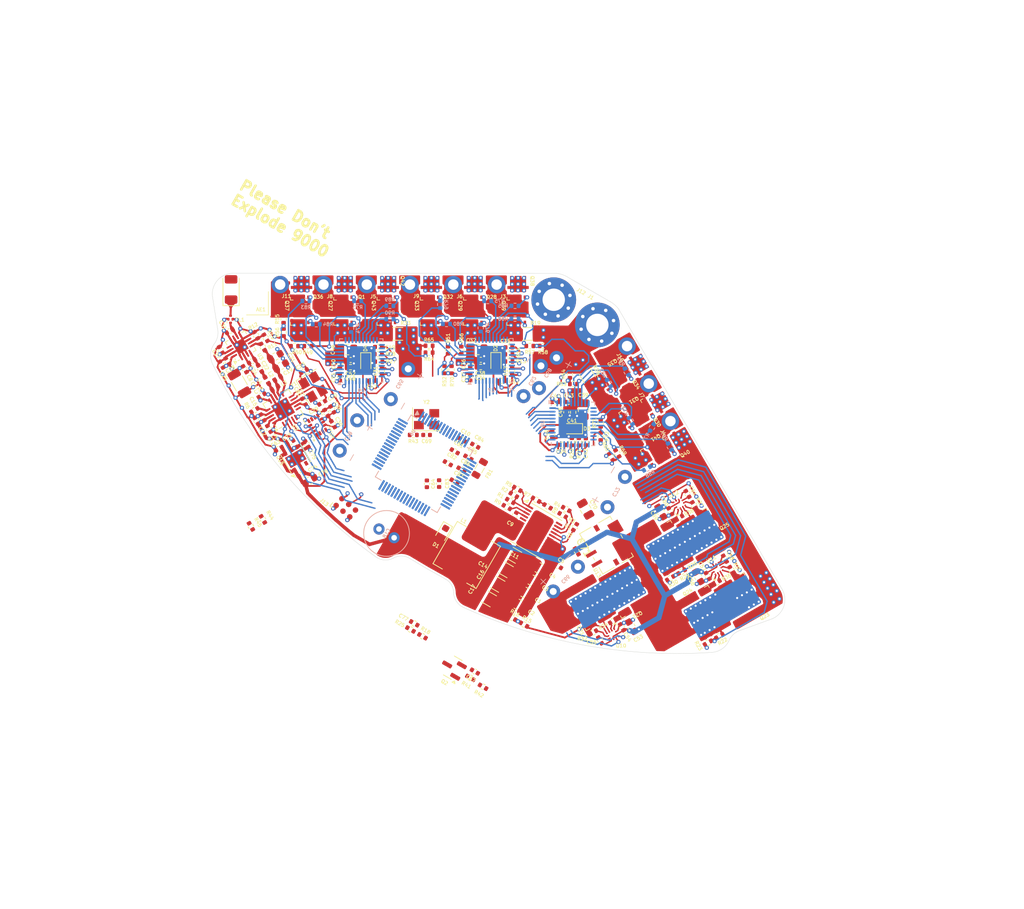
<source format=kicad_pcb>
(kicad_pcb (version 20240108) (generator "pcbnew") (generator_version "8.0")
  (layers (0 "F.Cu" signal) (1 "In1.Cu" power) (2 "In2.Cu" power) (31 "B.Cu" signal) (34 "B.Paste" user) (35 "F.Paste" user) (36 "B.SilkS" user "B.Silkscreen") (37 "F.SilkS" user "F.Silkscreen") (38 "B.Mask" user) (39 "F.Mask" user) (44 "Edge.Cuts" user))
  (net 0 "")
  (net 1 "GND")
  (net 2 "+5V")
  (net 3 "/PGD")
  (net 4 "VDD")
  (net 5 "Net-(U1-VREG)")
  (net 6 "+3V3")
  (net 7 "Net-(U1-VBST)")
  (net 8 "Net-(U2-DVDD)")
  (net 9 "Net-(FL1-IN)")
  (net 10 "Net-(U1-TRIP)")
  (net 11 "Net-(U1-MODE)")
  (net 12 "Net-(U2-IREF)")
  (net 14 "/RCS")
  (net 15 "/RCE")
  (net 17 "/GINT")
  (net 18 "/GCS")
  (net 19 "/XTO")
  (net 20 "/WLA")
  (net 21 "/WHA")
  (net 22 "/WLB")
  (net 23 "/WHB")
  (net 24 "/WHC")
  (net 25 "/WLC")
  (net 26 "/XC1")
  (net 27 "/XC2")
  (net 28 "Net-(U3-TXRX)")
  (net 29 "/VPA")
  (net 30 "Net-(U2-ANT1)")
  (net 31 "Net-(U2-ANT2)")
  (net 32 "Net-(U3-TXEN)")
  (net 33 "Net-(U3-RXEN)")
  (net 34 "Net-(D2-K)")
  (net 35 "Net-(D3-K)")
  (net 36 "/SmallMotor1/GHC")
  (net 37 "/SmallMotor1/GLC")
  (net 38 "/SmallMotor2/GHA")
  (net 39 "/SmallMotor2/GLA")
  (net 40 "/SmallMotor2/GHB")
  (net 41 "/SmallMotor2/GLB")
  (net 42 "/SmallMotor2/GHC")
  (net 43 "/SmallMotor2/GLC")
  (net 44 "/SmallMotor3/GHA")
  (net 45 "/SmallMotor3/GLA")
  (net 46 "/SmallMotor3/GHB")
  (net 47 "/SmallMotor3/GLB")
  (net 48 "/SmallMotor3/GHC")
  (net 49 "/SmallMotor3/GLC")
  (net 50 "/SmallMotor1/GHA")
  (net 51 "/SmallMotor1/GLA")
  (net 52 "/SmallMotor1/GHB")
  (net 53 "/SmallMotor1/GLB")
  (net 54 "Net-(U1-VFB)")
  (net 55 "/REN")
  (net 56 "/XTR")
  (net 57 "+3V3A")
  (net 59 "/XTI")
  (net 60 "/WCPA")
  (net 61 "/VBAT")
  (net 63 "/SWCLK")
  (net 64 "/SWDIO")
  (net 65 "/RIRQ")
  (net 70 "/SmallMotor1/FLT")
  (net 71 "/INLA1")
  (net 72 "/INHA1")
  (net 73 "/INLB1")
  (net 74 "/INHB1")
  (net 75 "/INHC1")
  (net 76 "/INLC1")
  (net 77 "/INLC2")
  (net 78 "/INHA2")
  (net 79 "/INLB2")
  (net 80 "/INLA2")
  (net 81 "/SmallMotor2/FLT")
  (net 82 "/INHB2")
  (net 83 "/INHC2")
  (net 84 "/INLA3")
  (net 85 "/INLC3")
  (net 86 "/INHC3")
  (net 87 "/INLB3")
  (net 88 "/SmallMotor3/FLT")
  (net 89 "/INHA3")
  (net 90 "/INHB3")
  (net 91 "Net-(C9-Pad1)")
  (net 92 "Net-(C22-Pad1)")
  (net 93 "Net-(U10-HB)")
  (net 94 "Net-(U11-HB)")
  (net 95 "Net-(U12-HB)")
  (net 96 "Net-(D4-K)")
  (net 97 "Net-(U10-HOL)")
  (net 98 "Net-(U10-LOL)")
  (net 99 "Net-(U11-HOL)")
  (net 100 "Net-(U11-LOL)")
  (net 101 "Net-(U12-HOL)")
  (net 102 "Net-(U12-LOL)")
  (net 103 "Net-(R7-Pad2)")
  (net 104 "Net-(U10-HOH)")
  (net 105 "Net-(U10-LOH)")
  (net 106 "Net-(U11-HOH)")
  (net 107 "Net-(U11-LOH)")
  (net 108 "Net-(U12-HOH)")
  (net 109 "Net-(U12-LOH)")
  (net 110 "Net-(U7-CPL)")
  (net 111 "Net-(U7-CPH)")
  (net 112 "Net-(U7-VCP)")
  (net 115 "Net-(U7-MODE)")
  (net 116 "Net-(U7-VDS)")
  (net 118 "Net-(U8-VDS)")
  (net 119 "Net-(U8-CPH)")
  (net 120 "Net-(U8-MODE)")
  (net 121 "Net-(U8-VCP)")
  (net 125 "Net-(U8-CPL)")
  (net 127 "Net-(U9-CPL)")
  (net 128 "Net-(U9-MODE)")
  (net 130 "Net-(U9-CPH)")
  (net 131 "Net-(U9-VCP)")
  (net 133 "Net-(U9-VDS)")
  (net 134 "Net-(D1-K)")
  (net 135 "/SmallMotor1/SP")
  (net 136 "/SmallMotor2/SP")
  (net 137 "/SmallMotor3/SP")
  (net 138 "/LargeMotor/LargeBridgeA/PL")
  (net 139 "/WSO")
  (net 140 "Net-(U13-VOUT)")
  (net 141 "/MISO")
  (net 142 "/MOSI")
  (net 143 "/CLK")
  (net 147 "/SO1")
  (net 148 "/CAL")
  (net 152 "/SO2")
  (net 154 "/SO3")
  (net 159 "Net-(Q2-G)")
  (net 161 "/SmallMotor1/DVDD")
  (net 162 "/SmallMotor2/DVDD")
  (net 163 "/SmallMotor3/DVDD")
  (net 164 "/CPA1")
  (net 165 "/CPA2")
  (net 166 "/CPA3")
  (net 167 "/CPB1")
  (net 168 "/CPB2")
  (net 169 "/CPB3")
  (net 170 "/CPC1")
  (net 171 "/CPC2")
  (net 172 "/CPC3")
  (net 176 "/LargeMotor/OUTA")
  (net 177 "/LargeMotor/OUTB")
  (net 178 "/LargeMotor/OUTC")
  (net 179 "Net-(Q1-G)")
  (net 180 "/SmallMotor3/OUTA")
  (net 181 "Net-(Q27-G)")
  (net 182 "/SmallMotor1/OUTA")
  (net 183 "Net-(Q28-G)")
  (net 184 "Net-(Q29-G)")
  (net 185 "/SmallMotor2/OUTA")
  (net 186 "Net-(Q30-G)")
  (net 187 "Net-(Q31-G)")
  (net 188 "/SmallMotor1/OUTB")
  (net 189 "Net-(Q32-G)")
  (net 190 "Net-(Q33-G)")
  (net 191 "/SmallMotor2/OUTB")
  (net 192 "Net-(Q34-G)")
  (net 193 "Net-(Q35-G)")
  (net 194 "Net-(Q36-G)")
  (net 195 "/SmallMotor3/OUTB")
  (net 196 "Net-(Q37-G)")
  (net 197 "/SmallMotor1/OUTC")
  (net 198 "Net-(Q38-G)")
  (net 199 "Net-(Q39-G)")
  (net 200 "/SmallMotor2/OUTC")
  (net 201 "Net-(Q40-G)")
  (net 202 "Net-(Q41-G)")
  (net 203 "/SmallMotor3/OUTC")
  (net 204 "Net-(Q42-G)")
  (net 205 "Net-(Q43-G)")
  (net 206 "/WCPB")
  (net 207 "/WCPC")
  (net 209 "Net-(AE1-FEED)")
  (footprint "Resistor_SMD:R_0402_1005Metric" (layer "F.Cu") (at 102.690422 96.998518 -150)
    (property "Reference" "R32")
    (property "Value" "10R")
  )
  (footprint "Resistor_SMD:R_0402_1005Metric" (layer "F.Cu") (at 90.64279 57.199609)
    (property "Reference" "R14")
    (property "Value" "1k")
  )
  (footprint "Resistor_SMD:R_0402_1005Metric" (layer "F.Cu") (at 100.650328 69.704424 -90)
    (property "Reference" "R21")
    (property "Value" "1k")
  )
  (footprint "Resistor_SMD:R_0402_1005Metric" (layer "F.Cu") (at 59.99073 56.02275 180)
    (property "Reference" "R50")
    (property "Value" "1k")
  )
  (footprint "Resistor_SMD:R_0402_1005Metric" (layer "F.Cu") (at 94.53132 78.002052 -30)
    (property "Reference" "R7")
    (property "Value" "10k")
  )
  (footprint "Resistor_SMD:R_0402_1005Metric" (layer "F.Cu") (at 54.256985 65.186355 -150)
    (property "Reference" "R6")
    (property "Value" "22k")
  )
  (footprint "Resistor_SMD:R_0402_1005Metric" (layer "F.Cu") (at 81.942789 56.599613 -90)
    (property "Reference" "R51")
    (property "Value" "4k7")
  )
  (footprint "User_Footprints:DFN3x3A_8L_EP1_P" (layer "F.Cu") (at 111.82017 64.251221 -60)
    (property "Reference" "Q30")
    (property "Value" "AON7544")
  )
  (footprint "Resistor_SMD:R_0402_1005Metric" (layer "F.Cu") (at 103.777931 67.046093 -90)
    (property "Reference" "R71")
    (property "Value" "4k7")
  )
  (footprint "Resistor_SMD:R_0402_1005Metric" (layer "F.Cu") (at 119.119031 98.457226 -150)
    (property "Reference" "R23")
    (property "Value" "1k5")
  )
  (footprint "Capacitor_SMD:C_0402_1005Metric" (layer "F.Cu") (at 78.875489 68.730096 180)
    (property "Reference" "C69")
    (property "Value" "12p")
  )
  (footprint "Capacitor_SMD:C_0805_2012Metric" (layer "F.Cu") (at 101.31585 65.146093 -90)
    (property "Reference" "C39")
    (property "Value" "22u")
  )
  (footprint "Capacitor_SMD:C_0402_1005Metric" (layer "F.Cu") (at 100.110996 81.918003 60)
    (property "Reference" "C6")
    (property "Value" "1u")
  )
  (footprint "Resistor_SMD:R_0402_1005Metric" (layer "F.Cu") (at 82.442791 59.399612 -90)
    (property "Reference" "R70")
    (property "Value" "1k")
  )
  (footprint "Resistor_SMD:R_0402_1005Metric" (layer "F.Cu") (at 93.642791 55.999609)
    (property "Reference" "R57")
    (property "Value" "4k7")
  )
  (footprint "User_Footprints:Pad-P1.5" (layer "F.Cu") (at 113.75066 66.757838 -90)
    (property "Reference" "J4")
    (property "Value" "Conn_01x01_Pin")
  )
  (footprint "Resistor_SMD:R_0402_1005Metric" (layer "F.Cu") (at 92.799485 95.870435 -30)
    (property "Reference" "R15")
    (property "Value" "10k")
  )
  (footprint "Crystal:Crystal_SMD_3225-4Pin_3.2x2.5mm" (layer "F.Cu") (at 78.87549 66.480099)
    (property "Reference" "Y2")
    (property "Value" "16MHz")
  )
  (footprint "Capacitor_SMD:C_0402_1005Metric" (layer "F.Cu") (at 83.881116 69.370102 -30)
    (property "Reference" "C10")
    (property "Value" "10u")
  )
  (footprint "User_Footprints:Pad-P1.5" (layer "F.Cu") (at 76.497678 47.212812 -30)
    (property "Reference" "J9")
    (property "Value" "Conn_01x01_Pin")
  )
  (footprint "Resistor_SMD:R_0402_1005Metric" (layer "F.Cu") (at 55.472056 80.81743 -60)
    (property "Reference" "R44")
    (property "Value" "15k")
  )
  (footprint "Resistor_SMD:R_0402_1005Metric" (layer "F.Cu") (at 99.650329 69.704424 90)
    (property "Reference" "R20")
    (property "Value" "47k")
  )
  (footprint "User_Footprints:Pad-P1.5" (layer "F.Cu") (at 88.897677 47.212816 -30)
    (property "Reference" "J3")
    (property "Value" "Conn_01x01_Pin")
  )
  (footprint "Capacitor_SMD:C_0402_1005Metric" (layer "F.Cu") (at 106.811709 96.260248 120)
    (property "Reference" "C54")
    (property "Value" "100n")
  )
  (footprint "Resistor_SMD:R_1206_3216Metric" (layer "F.Cu") (at 101.875795 60.248291 120)
    (property "Reference" "R26")
    (property "Value" "2m")
  )
  (footprint "Capacitor_SMD:C_0805_2012Metric" (layer "F.Cu") (at 93.968568 89.54402 150)
    (property "Reference" "C3")
    (property "Value" "22u")
  )
  (footprint "User_Footprints:DFN3x3A_8L_EP1_P" (layer "F.Cu") (at 73.393179 47.629369)
    (property "Reference" "Q42")
    (property "Value" "AON7544")
  )
  (footprint "LED_SMD:LED_0603_1608Metric" (layer "F.Cu") (at 99.700554 67.8393 180)
    (property "Reference" "D3")
    (property "Value" "LEDR")
  )
  (footprint "Capacitor_SMD:C_0402_1005Metric" (layer "F.Cu") (at 53.90142 58.198102 -150)
    (property "Reference" "C24")
    (property "Value" "1p")
  )
  (footprint "User_Footprints:Pad-P1.5" (layer "F.Cu") (at 110.650668 61.388484 -90)
    (property "Reference" "J7")
    (property "Value" "Conn_01x01_Pin")
  )
  (footprint "Capacitor_SMD:C_0402_1005Metric" (layer "F.Cu") (at 66.502641 58.567948 -90)
    (property "Reference" "C50")
    (property "Value" "1u")
  )
  (footprint "Resistor_SMD:R_0402_1005Metric" (layer "F.Cu") (at 115.352266 88.298255 30)
    (property "Reference" "R29")
    (property "Value" "10k")
  )
  (footprint "User_Footprints:Pad-P1.5" (layer "F.Cu") (at 82.697682 47.212812 -30)
    (property "Reference" "J6")
    (property "Value" "Conn_01x01_Pin")
  )
  (footprint "Package_LGA:LGA-14_3x2.5mm_P0.5mm_LayoutBorder3x4y" (layer "F.Cu") (at 63.254983 67.35715 120)
    (property "Reference" "U4")
    (property "Value" "ICM-42688-P")
  )
  (footprint "Resistor_SMD:R_0402_1005Metric" (layer "F.Cu") (at 68.002167 59.034685)
    (property "Reference" "C48")
    (property "Value" "1u")
  )
  (footprint "Resistor_SMD:R_1206_3216Metric" (layer "F.Cu") (at 74.750668 54.26688)
    (property "Reference" "R33")
    (property "Value" "2m")
  )
  (footprint "User_Footprints:LMG1205" (layer "F.Cu") (at 105.515298 97.359287 -60)
    (property "Reference" "U10")
    (property "Value" "LMG1205")
  )
  (footprint "Capacitor_SMD:C_0402_1005Metric" (layer "F.Cu") (at 54.537471 66.715891 120)
    (property "Reference" "C12")
    (property "Value" "10n")
  )
  (footprint "User_Footprints:DFN3x3A_8L_EP1_P" (layer "F.Cu") (at 91.961636 47.631357)
    (property "Reference" "Q38")
    (property "Value" "AON7544")
  )
  (footprint "Resistor_SMD:R_1206_3216Metric" (layer "F.Cu") (at 93.319131 54.26887)
    (property "Reference" "R19")
    (property "Value" "2m")
  )
  (footprint "Resistor_SMD:R_0402_1005Metric" (layer "F.Cu") (at 113.733358 89.232932 -150)
    (property "Reference" "R30")
    (property "Value" "1k5")
  )
  (footprint "User_Footprints:DFN3x3A_8L_EP1_P" (layer "F.Cu") (at 60.99318 51.229372)
    (property "Reference" "Q37")
    (property "Value" "AON7544")
  )
  (footprint "User_Footprints:DFN3x3A_8L_EP1_P" (layer "F.Cu") (at 91.961643 51.23136)
    (property "Reference" "Q39")
    (property "Value" "AON7544")
  )
  (footprint "Resistor_SMD:R_0402_1005Metric" (layer "F.Cu") (at 58.424311 54.060149 -90)
    (property "Reference" "R56")
    (property "Value" "1k")
  )
  (footprint "Capacitor_SMD:C_0402_1005Metric" (layer "F.Cu") (at 100.364589 85.394523 -60)
    (property "Reference" "C71")
    (property "Value" "100n")
  )
  (footprint "Capacitor_SMD:C_0402_1005Metric" (layer "F.Cu") (at 103.687496 98.129023 -60)
    (property "Reference" "C55")
    (property "Value" "220n")
  )
  (footprint "Capacitor_SMD:C_0402_1005Metric" (layer "F.Cu") (at 61.345088 63.966788 120)
    (property "Reference" "C80")
    (property "Value" "10n")
  )
  (footprint "Capacitor_SMD:C_1206_3216Metric" (layer "F.Cu") (at 89.022939 90.110089 -30)
    (property "Reference" "C16")
    (property "Value" "47u")
  )
  (footprint "Capacitor_SMD:C_0402_1005Metric" (layer "F.Cu") (at 116.19164 77.170496 120)
    (property "Reference" "C61")
    (property "Value" "220n")
  )
  (footprint "Resistor_SMD:R_0402_1005Metric" (layer "F.Cu") (at 117.141648 78.815944 -60)
    (property "Reference" "R37")
    (property "Value" "10R")
  )
  (footprint "Capacitor_SMD:C_0603_1608Metric" (layer "F.Cu") (at 117.724194 89.042198 -60)
    (property "Reference" "C56")
    (property "Value" "10u")
  )
  (footprint "User_Footprints:DFN3x3A_8L_EP1_P" (layer "F.Cu") (at 60.993179 47.629369)
    (property "Reference" "Q36")
    (property "Value" "AON7544")
  )
  (footprint "Resistor_SMD:R_0402_1005Metric" (layer "F.Cu") (at 91.113552 94.914909 150)
    (property "Reference" "R16")
    (property "Value" "1k5")
  )
  (footprint "User_Footprints:DFN3x3A_8L_EP1_P" (layer "F.Cu") (at 85.761635 47.631358)
    (property "Reference" "Q28")
    (property "Value" "AON7544")
  )
  (footprint "Capacitor_SMD:C_0402_1005Metric" (layer "F.Cu") (at 65.500436 67.200555 120)
    (property "Reference" "C30")
    (property "Value" "100n")
  )
  (footprint "Capacitor_SMD:C_0402_1005Metric" (layer "F.Cu") (at 78.919014 75.724713 90)
    (property "Reference" "C64")
    (property "Value" "12p")
  )
  (footprint "User_Footprints:GANE3R9" (layer "F.Cu") (at 107.271535 91.001184 120)
    (property "Reference" "Q22")
    (property "Value" "GANE3R9")
  )
  (footprint "Capacitor_SMD:C_0402_1005Metric" (layer "F.Cu") (at 80.668054 75.695289 -90)
    (property "Reference" "C83")
    (property "Value" "100n")
  )
  (footprint "Capacitor_SMD:C_0402_1005Metric" (layer "F.Cu") (at 101.650329 69.704424 90)
    (property "Reference" "C42")
    (property "Value" "100n")
  )
  (footprint "Resistor_SMD:R_0402_1005Metric" (layer "F.Cu") (at 83.842791 56.599613 -90)
    (property "Reference" "R66")
    (property "Value" "4k7")
  )
  (footprint "Resistor_SMD:R_0402_1005Metric" (layer "F.Cu") (at 120.339724 89.845454 -150)
    (property "Reference" "R36")
    (property "Value" "10R")
  )
  (footprint "Resistor_SMD:R_0402_1005Metric" (layer "F.Cu") (at 103.777931 68.946093 -90)
    (property "Reference" "R72")
    (property "Value" "1k")
  )
  (footprint "Resistor_SMD:R_0402_1005Metric" (layer "F.Cu") (at 78.285578 97.542222 -30)
    (property "Reference" "R18")
    (property "Value" "10k")
  )
  (footprint "Resistor_SMD:R_0402_1005Metric" (layer "F.Cu") (at 85.144193 103.494024 150)
    (property "Reference" "R41")
    (property "Value" "1k")
  )
  (footprint "Package_DFN_QFN:DFN-22-1EP_5x6mm_P0.5mm_EP3.14x4.3mm" (layer "F.Cu") (at 94.496116 82.430276 -30)
    (property "Reference" "U1")
    (property "Value" "TPS53319")
  )
  (footprint "Resistor_SMD:R_0402_1005Metric" (layer "F.Cu") (at 96.176765 78.952049 150)
    (property "Reference" "R8")
    (property "Value" "100k")
  )
  (footprint "Capacitor_SMD:C_0402_1005Metric" (layer "F.Cu") (at 85.834415 70.266895 -30)
    (property "Reference" "C84")
    (property "Value" "100n")
  )
  (footprint "Capacitor_SMD:C_0402_1005Metric" (layer "F.Cu") (at 121.546381 86.438893 120)
    (property "Reference" "C58")
    (property "Value" "220n")
  )
  (footprint "Capacitor_SMD:C_0805_2012Metric" (layer "F.Cu") (at 94.980793 87.790786 150)
    (property "Reference" "C4")
    (property "Value" "22u")
  )
  (footprint "Resistor_SMD:R_0402_1005Metric" (layer "F.Cu") (at 55.872237 54.830052 -60)
    (property "Reference" "R10")
    (property "Value" "1k")
  )
  (footprint "Capacitor_SMD:C_0805_2012Metric" (layer "F.Cu") (at 91.968561 93.008116 150)
    (property "Reference" "C2")
    (property "Value" "22u")
  )
  (footprint "User_Footprints:DFN3x3A_8L_EP1_P" (layer "F.Cu") (at 79.561631 47.631358)
    (property "Reference" "Q32")
    (property "Value" "AON7544")
  )
  (footprint "Resistor_SMD:R_0402_1005Metric" (layer "F.Cu") (at 99.877931 61.446093 180)
    (property "Reference" "R53")
    (property "Value" "4k7")
  )
  (footprint "User_Footprints:DFN3x3A_8L_EP1_P" (layer "F.Cu") (at 108.702473 66.05122 -60)
    (property "Reference" "Q31")
    (property "Value" "AON7544")
  )
  (footprint "Capacitor_SMD:C_0402_1005Metric" (layer "F.Cu") (at 71.984221 56.137569 180)
    (property "Reference" "C49")
    (property "Value" "100n")
  )
  (footprint "Package_DFN_QFN:QFN-20-1EP_4x4mm_P0.5mm_EP2.5x2.5mm" (layer "F.Cu") (at 58.351393 65.054382 120)
    (property "Reference" "U2")
    (property "Value" "nRF24L01P")
  )
  (footprint "Resistor_SMD:R_0402_1005Metric" (layer "F.Cu") (at 72.489473 59.662445 -90)
    (property "Reference" "R31")
    (property "Value" "15k")
  )
  (footprint "Package_DFN_QFN:QFN-16-1EP_3x3mm_P0.5mm_EP1.7x1.7mm" (layer "F.Cu") (at 52.288557 56.030897 120)
    (property "Reference" "U3")
    (property "Value" "AT2401C")
  )
  (footprint "Resistor_SMD:R_0402_1005Metric" (layer "F.Cu") (at 61.890728 56.022755 180)
    (property "Reference" "R49")
    (property "Value" "4k7")
  )
  (footprint "Capacitor_SMD:C_0402_1005Metric" (layer "F.Cu") (at 90.642791 56.199609 180)
    (property "Reference" "C35")
    (property "Value" "100n")
  )
  (footprint "Capacitor_SMD:C_0402_1005Metric" (layer "F.Cu") (at 89.642791 60.999608)
    (property "Reference" "C33")
    (property "Value" "1u")
  )
  (footprint "Capacitor_SMD:C_0402_1005Metric" (layer "F.Cu") (at 57.749012 70.720712 -150)
    (property "Reference" "C63")
    (property "Value" "100n")
  )
  (footprint "Resistor_SMD:R_0402_1005Metric" (layer "F.Cu") (at 72.036847 58.246419 180)
    (property "Reference" "R27")
    (property "Value" "47k")
  )
  (footprint "User_Footprints:Pad-P1.5" (layer "F.Cu") (at 64.129223 47.210822 -30)
    (property "Reference" "J8")
    (property "Value" "Conn_01x01_Pin")
  )
  (footprint "Capacitor_SMD:C_0805_2012Metric" (layer "F.Cu") (at 92.958564 91.29339 150)
    (property "Reference" "C1")
    (property "Value" "22u")
  )
  (footprint "Resistor_SMD:R_0402_1005Metric" (layer "F.Cu") (at 79.234223 56.948911)
    (property "Reference" "R64")
    (property "Value" "4k7")
  )
  (footprint "User_Footprints:DFN3x3A_8L_EP1_P" (layer "F.Cu") (at 73.393179 51.229365)
    (property "Reference" "Q43")
    (property "Value" "AON7544")
  )
  (footprint "Capacitor_SMD:C_0402_1005Metric" (layer "F.Cu") (at 55.048074 59.215263 120)
    (property "Reference" "C22")
    (property "Value" "1p5")
  )
  (footprint "Resistor_SMD:R_0402_1005Metric" (layer "F.Cu") (at 76.975492 68.730102)
    (property "Reference" "R43")
    (property "Value" "1k")
  )
  (footprint "Capacitor_SMD:C_0402_1005Metric" (layer "F.Cu") (at 66.482555 60.466737 -90)
    (property "Reference" "C51")
    (property "Value" "47n")
  )
  (footprint "Package_DFN_QFN:DFN-6-1EP_3x3mm_P0.95mm_EP1.7x2.6mm" (layer "F.Cu") (at 60.161451 72.099175 120)
    (property "Reference" "U15")
    (property "Value" "LP38690SD")
  )
  (footprint "User_Footprints:DFN3x3A_8L_EP1_P" (layer "F.Cu") (at 105.602476 60.681861 -60)
    (property "Reference" "Q35")
    (property "Value" "AON7544")
  )
  (footprint "Capacitor_SMD:C_0402_1005Metric" (layer "F.Cu") (at 59.378909 69.769897 30)
    (property "Reference" "C73")
    (property "Value" "2u2")
  )
  (footprint "Resistor_SMD:R_0402_1005Metric" (layer "F.Cu") (at 90.651427 58.221745 180)
    (property "Reference" "R13")
    (property "Value" "47k")
  )
  (footprint "Capacitor_SMD:C_0402_1005Metric" (layer "F.Cu") (at 61.04504 74.429594 30)
    (property "Reference" "C74")
    (property "Value" "100n")
  )
  (footprint "User_Footprints:GANE3R9" (layer "F.Cu") (at 123.731253 92.4232 -60)
    (property "Reference" "Q23")
    (property "Value" "GANE3R9")
  )
  (footprint "LED_SMD:LED_0603_1608Metric" (layer "F.Cu") (at 88.802388 58.424373 -90)
    (property "Reference" "D2")
    (property "Value" "LEDR")
  )
  (footprint "Resistor_SMD:R_0402_1005Metric" (layer "F.Cu") (at 53.748665 81.81243 -60)
    (property "Reference" "R45")
    (property "Value" "2k2")
  )
  (footprint "User_Footprints:DFN3x3A_8L_EP1_P" (layer "F.Cu") (at 111.802474 71.420577 -60)
    (property "Reference" "Q41")
    (property "Value" "AON7544")
  )
  (footprint "Resistor_SMD:R_0402_1005Metric" (layer "F.Cu") (at 99.377931 60.046093 90)
    (property "Reference" "R54")
    (property "Value" "1k")
  )
  (footprint "Capacitor_SMD:C_0402_1005Metric" (layer "F.Cu") (at 61.345912 59.619358 30)
    (property "Reference" "C23")
    (property "Value" "12p")
  )
  (footprint "Capacitor_SMD:C_0603_1608Metric" (layer "F.Cu") (at 62.168136 75.255279 30)
    (property "Reference" "C76")
    (property "Value" "10u")
  )
  (footprint "Capacitor_SMD:C_0402_1005Metric" (layer "F.Cu") (at 71.080496 60.978384)
    (property "Reference" "C47")
    (property "Value" "1u")
  )
  (footprint "Capacitor_SMD:C_1206_3216Metric" (layer "F.Cu") (at 87.81669 92.19937 -30)
    (property "Reference" "C17")
    (property "Value" "47u")
  )
  (footprint "Capacitor_SMD:C_0805_2012Metric" (layer "F.Cu") (at 67.50925 56.525842)
    (property "Reference" "C46")
    (property "Value" "22u")
  )
  (footprint "Resistor_SMD:R_0402_1005Metric" (layer "F.Cu") (at 91.846643 76.452047 150)
    (property "Reference" "R5")
    (property "Value" "15k")
  )
  (footprint "User_Footprints:DFN3x3A_8L_EP1_P" (layer "F.Cu") (at 114.920166 69.620574 -60)
    (property "Reference" "Q40")
    (property "Value" "AON7544")
  )
  (footprint "Capacitor_SMD:C_0402_1005Metric" (layer "F.Cu") (at 86.633743 57.980588)
    (property "Reference" "C38")
    (property "Value" "100n")
  )
  (footprint "User_Footprints:Pad-P1.5" (layer "F.Cu") (at 107.550665 56.019127 -90)
    (property "Reference" "J10")
    (property "Value" "Conn_01x01_Pin")
  )
  (footprint "Capacitor_SMD:C_0805_2012Metric" (layer "F.Cu") (at 86.142793 56.501167)
    (property "Reference" "C32")
    (property "Value" "22u")
  )
  (footprint "User_Footprints:LMG1205" (layer "F.Cu") (at 120.397563 87.849073 120)
    (property "Reference" "U11")
    (property "Value" "LMG1205")
  )
  (footprint "LED_SMD:LED_0603_1608Metric" (layer "F.Cu") (at 81.21177 82.783585 -120)
    (property "Reference" "D1")
    (property "Value" "LEDG")
  )
  (footprint "Resistor_SMD:R_0402_1005Metric" (layer "F.Cu") (at 91.10406 59.637772 -90)
    (property "Reference" "R17")
    (property "Value" "15k")
  )
  (footprint "Capacitor_SMD:C_0603_1608Metric" (layer "F.Cu") (at 108.182256 96.178587 120)
    (property "Reference" "C53")
    (property "Value" "10u")
  )
  (footprint "Crystal:Crystal_SMD_3225-4Pin_3.2x2.5mm" (layer "F.Cu") (at 62.640731 61.862053 -60)
    (property "Reference" "Y1")
    (property "Value" "16MHz")
  )
  (footprint "Resistor_SMD:R_0402_1005Metric" (layer "F.Cu") (at 54.473991 54.466029 120)
    (property "Reference" "R12")
    (property "Value" "22k")
  )
  (footprint "Capacitor_SMD:C_0402_1005Metric" (layer "F.Cu") (at 68.019156 58.005263)
    (property "Reference" "C52")
    (property "Value" "100n")
  )
  (footprint "RF_Antenna:Johanson_2450AT18x100" (layer "F.Cu") (at 50.91472 47.915467 90)
    (property "Reference" "AE1")
    (property "Value" "Antenna_Chip")
  )
  (footprint "Capacitor_SMD:C_0402_1005Metric" (layer "F.Cu") (at 52.873301 59.323094 -60)
    (property "Reference" "C8")
    (property "Value" "1u")
  )
  (footprint "Capacitor_SMD:C_0402_1005Metric" (layer "F.Cu") (at 56.34667 67.855187 -60)
    (property "Reference" "C13")
    (property "Value" "33n")
  )
  (footprint "Capacitor_SMD:C_0402_1005Metric" (layer "F.Cu") (at 49.453279 56.557557 120)
    (property "Reference" "C27")
    (property "Value" "10n")
  )
  (footprint "Inductor_SMD:L_0805_2012Metric" (layer "F.Cu") (at 86.472346 73.521961 -120)
    (property "Reference" "FB1")
    (property "Value" "FerriteBead")
  )
  (footprint "Resistor_SMD:R_0402_1005Metric" (layer "F.Cu") (at 86.949445 104.767224 150)
    (property "Reference" "R42")
    (property "Value" "100k")
  )
  (footprint "Capacitor_SMD:C_0402_1005Metric" (layer "F.Cu") (at 98.850329 65.477435 -90)
    (property "Reference" "C45")
    (property "Value" "100n")
  )
  (footprint "Capacitor_SMD:C_0402_1005Metric" (layer "F.Cu") (at 63.940733 64.113715 30)
    (property "Reference" "C20")
    (property "Value" "12p")
  )
  (footprint "Inductor_SMD:L_Changjiang_FXL0630" (layer "F.Cu") (at 84.616152 85.908618 -120)
    (property "Reference" "L1")
    (property "Value" "1u")
  )
  (footprint "MountingHole:MountingHole_3.2mm_M3_Pad_Via" (layer "F.Cu") (at 103.29733 52.986111 -30)
    (property "Reference" "J1")
    (property "Value" "Conn_01x01_Pin")
  )
  (footprint "Capacitor_SMD:C_0402_1005Metric" (layer "F.Cu") (at 82.896118 71.07617 -30)
    (property "Reference" "C81")
    (property "Value" "100n")
  )
  (footprint "Resistor_SMD:R_0402_1005Metric" (layer "F.Cu") (at 76.569553 96.569978 150)
    (property "Reference" "R25")
    (property "Value" "47k")
  )
  (footprint "Resistor_SMD:R_0402_1005Metric" (layer "F.Cu") (at 90.346642 79.050125 -30)
    (property "Reference" "R9")
    (property "Value" "1k")
  )
  (footprint "User_Footprints:LMG1205" (layer "F.Cu") (at 115.042821 78.580676 120)
    (property "Reference" "U12")
    (property "Value" "LMG1205")
  )
  (footprint "User_Footprints:DFN3x3A_8L_EP1_P" (layer "F.Cu") (at 85.76164 51.231357)
    (property "Reference" "Q29")
    (property "Value" "AON7544")
  )
  (footprint "Resistor_SMD:R_0402_1005Metric" (layer "F.Cu") (at 122.496382 88.084343 -60)
    (property "Reference" "R35")
    (property "Value" "10R")
  )
  (footprint "Capacitor_SMD:C_0402_1005Metric" (layer "F.Cu") (at 65.400821 65.073854 -60)
    (property "Reference" "C26")
    (property "Value" "4u7")
  )
  (footprint "Capacitor_SMD:C_1206_3216Metric" (layer "F.Cu") (at 91.416689 85.963988 -30)
    (property "Reference" "C11")
    (property "Value" "47u")
  )
  (footprint "User_Footprints:Pad-P1.5" (layer "F.Cu") (at 70.329224 47.21082 -30)
    (property "Reference" "J5")
    (property "Value" "Conn_01x01_Pin")
  )
  (footprint "Resistor_SMD:R_0402_1005Metric" (layer "F.Cu") (at 98.341826 80.202049 150)
    (property "Reference" "R3")
    (property "Value" "100k")
  )
  (footprint "Capacitor_SMD:C_0402_1005Metric" (layer "F.Cu") (at 113.724788 79.641604 -60)
    (property "Reference" "C60")
    (property "Value" "100n")
  )
  (footprint "Resistor_SMD:R_0402_1005Metric" (layer "F.Cu") (at 106.158777 71.371723 -60)
    (property "Reference" "R59")
    (property "Value" "4k7")
  )
  (footprint "Capacitor_SMD:C_0402_1005Metric" (layer "F.Cu") (at 99.201399 64.005009 180)
    (property "Reference" "C43")
    (property "Value" "1u")
  )
  (footprint "User_Footprints:GANE3R9" (layer "F.Cu") (at 118.376516 83.154805 -60)
    (property "Reference" "Q25")
    (property "Value" "GANE3R9")
  )
  (footprint "Resistor_SMD:R_0402_1005Metric" (layer "F.Cu") (at 55.458197 56.146266 120)
    (property "Reference" "R11")
    (property "Value" "1k")
  )
  (footprint "User_Footprints:DFN3x3A_8L_EP1_P" (layer "F.Cu") (at 67.193177 51.229368)
    (property "Reference" "Q27")
    (property "Value" "AON7544")
  )
  (footprint "Capacitor_SMD:C_0402_1005Metric" (layer "F.Cu") (at 50.710361 53.869418 -150)
    (property "Reference" "C31")
    (property "Value" "0p3")
  )
  (footprint "Package_TO_SOT_SMD:SOT-23" (layer "F.Cu") (at 82.632717 102.044024 150)
    (property "Reference" "Q2")
    (property "Value" "AO3401A")
  )
  (footprint "Resistor_SMD:R_0402_1005Metric" (layer "F.Cu") (at 86.616757 59.010012)
    (property "Reference" "C34")
    (property "Value" "1u")
  )
  (footprint "Capacitor_SMD:C_0603_1608Metric" (layer "F.Cu") (at 112.375867 79.761368 -60)
    (property "Reference" "C59")
    (property "Value" "10u")
  )
  (footprint "Resistor_SMD:R_0402_1005Metric" (layer "F.Cu") (at 81.442791 59.399611 -90)
    (property "Reference" "R52")
    (property "Value" "1k")
  )
  (footprint "User_Footprints:Pad-P1.5" (layer "F.Cu") (at 57.929222 47.210824 -30)
    (property "Reference" "J11")
    (property "Value" "Conn_01x01_Pin")
  )
  (footprint "Capacitor_SMD:C_0402_1005Metric" (layer "F.Cu") (at 97.674098 87.513513 -30)
    (property "Reference" "C5")
    (property "Value" "1u")
  )
  (footprint "Sensor_Current:Allegro_PSOF-7_4.8x6.4mm_P1.60mm" (layer "F.Cu") (at 104.558121 84.522765 30)
    (property "Reference" "U13")
    (property "Value" "ACS780xLRTR-100B")
  )
  (footprint "Inductor_SMD:L_0402_1005Metric" (layer "F.Cu") (at 56.026279 60.922101 120)
    (property "Reference" "L4")
    (property "Value" "3n9")
  )
  (footprint "Capacitor_SMD:C_0402_1005Metric" (layer "F.Cu") (at 61.739913 70.03315 -60)
    (property "Reference" "C75")
    (property "Value" "100n")
  )
  (footprint "Resistor_SMD:R_0402_1005Metric" (layer "F.Cu") (at 98.197194 70.14933 180)
    (property "Reference" "R24")
    (property "Value" "15k")
  )
  (footprint "Resistor_SMD:R_0402_1005Metric" (layer "F.Cu") (at 95.556477 55.996206)
    (property "Reference" "R58")
    (property "Value" "1k")
  )
  (footprint "MountingHole:MountingHole_3.2mm_M3_Pad_Via" (layer "F.Cu") (at 97.061949 49.38611 -30)
    (property "Reference" "J12")
    (property "Value" "Conn_01x01_Pin")
  )
  (footprint "Capacitor_SMD:C_0402_1005Metric" (layer "F.Cu") (at 119.079525 88.910001 -60)
    (property "Reference" "C57")
    (property "Value" "100n")
  )
  (footprint "User_Footprints:GANE3R9" (layer "F.Cu") (at 118.64132 94.207179 -60)
    (property "Reference" "Q24")
    (property "Value" "GANE3R9")
  )
  (footprint "Capacitor_SMD:C_0402_1005Metric" (layer "F.Cu") (at 83.86441 73.679034 -30)
    (property "Reference" "C86")
    (property "Value" "1u")
  )
  (footprint "Capacitor_SMD:C_1206_3216Metric" (layer "F.Cu") (at 90.222944 88.031629 -30)
    (property "Reference" "C14")
    (property "Value" "47u")
  )
  (footprint "Resistor_SMD:R_0402_1005Metric" (layer "F.Cu") (at 114.984989 80.577057 -150)
    (property "Reference" "R38")
    (property "Value" "10R")
  )
  (footprint "Capacitor_SMD:C_0402_1005Metric" (layer "F.Cu") (at 81.911118 72.78224 -30)
    (property "Reference" "C82")
    (property "Value" "100n")
  )
  (footprint "Connector:Tag-Connect_TC2030-IDC-NL_2x03_P1.27mm_Vertical" (layer "F.Cu") (at 67.324987 79.155471 -40)
    (property "Reference" "J13")
    (property "Value" "Conn_ARM_SWD_TagConnect_TC2030-NL")
  )
  (footprint "Resistor_SMD:R_0402_1005Metric" (layer "F.Cu") (at 90.84664 78.184102 150)
    (property "Reference" "R1")
    (property "Value" "47k")
  )
  (footprint "Resistor_SMD:R_0402_1005Metric" (layer "F.Cu") (at 99.844157 65.492206 -90)
    (property "Reference" "C41")
    (property "Value" "1u")
  )
  (footprint "Resistor_SMD:R_0402_1005Metric" (layer "F.Cu") (at 58.424302 52.160145 -90)
    (property "Reference" "R55")
    (property "Value" "4k7")
  )
  (footprint "Resistor_SMD:R_0402_1005Metric" (layer "F.Cu") (at 91.346642 77.318077 -30)
    (property "Reference" "R2")
    (property "Value" "4k7")
  )
  (footprint "Resistor_SMD:R_0402_1005Metric" (layer "F.Cu") (at 77.108142 95.692232 150)
    (property "Reference" "C77")
    (property "Value" "220p")
  )
  (footprint "Capacitor_SMD:C_1206_3216Metric" (layer "F.Cu") (at 52.097497 61.358863 -60)
    (property "Reference" "C7")
    (property "Value" "100u")
  )
  (footprint "Resistor_SMD:R_0402_1005Metric" (layer "F.Cu") (at 120.764479 97.507227 30)
    (property "Reference" "R22")
    (property "Value" "10k")
  )
  (footprint "User_Footprints:GANE3R9" (layer "F.Cu") (at 102.181599 92.78516 120)
    (property "Reference" "Q21")
    (property "Value" "GANE3R9")
  )
  (footprint "Capacitor_SMD:C_0603_1608Metric" (layer "F.Cu") (at 58.03221 58.852871 -150)
    (property "Reference" "C19")
    (property "Value" "2n2")
  )
  (footprint "Capacitor_SMD:C_0402_1005Metric" (layer "F.Cu") (at 50.386422 58.178648 120)
    (property "Reference" "C28")
    (property "Value" "220p")
  )
  (footprint "Capacitor_SMD:C_0402_1005Metric" (layer "F.Cu") (at 85.117226 58.54327 -90)
    (property "Reference" "C36")
    (property "Value" "1u")
  )
  (footprint "Resistor_SMD:R_0402_1005Metric" (layer "F.Cu") (at 71.967233 57.166997)
    (property "Reference" "R28")
    (property "Value" "1k")
  )
  (footprint "Capacitor_SMD:C_0402_1005Metric" (layer "F.Cu") (at 96.850328 68.704426 -90)
    (property "Reference" "C40")
    (property "Value" "1u")
  )
  (footprint "Capacitor_SMD:C_0402_1005Metric" (layer "F.Cu") (at 84.849407 71.972962 -30)
    (property "Reference" "C85")
    (property "Value" "1u")
  )
  (footprint "Capacitor_SMD:C_0603_1608Metric" (layer "F.Cu") (at 57.25641 57.500092 30)
    (property "Reference" "C21")
    (property "Value" "4p7")
  )
  (footprint "User_Footprints:DFN3x3A_8L_EP1_P" (layer "F.Cu") (at 79.561639 51.231359)
    (property "Reference" "Q33")
    (property "Value" "AON7544")
  )
  (footprint "Capacitor_SMD:C_0402_1005Metric" (layer "F.Cu") (at 55.406437 66.232731 120)
    (property "Reference" "C15")
    (property "Value" "1n")
  )
  (footprint "Capacitor_SMD:C_0805_2012Metric" (layer "F.Cu") (at 101.619289 79.346783 -60)
    (property "Reference" "C70")
    (property "Value" "22u")
  )
  (footprint "Capacitor_SMD:C_0402_1005Metric" (layer "F.Cu") (at 82.87941 75.385104 -30)
    (property "Reference" "C87")
    (property "Value" "100n")
  )
  (footprint "Inductor_SMD:L_0402_1005Metric" (layer "F.Cu") (at 57.569679 60.614235 30)
    (property "Reference" "L2")
    (property "Value" "2n7")
  )
  (footprint "Resistor_SMD:R_0402_1005Metric" (layer "F.Cu") (at 98.841828 79.336026 150)
    (property "Reference" "R4")
    (property "Value" "100k")
  )
  (footprint "Capacitor_SMD:C_0402_1005Metric" (layer "F.Cu") (at 97.315848 64.009984 180)
    (property "Reference" "C44")
    (property "Value" "47n")
  )
  (footprint "Capacitor_SMD:C_0402_1005Metric" (layer "F.Cu") (at 85.124365 60.457869 -90)
    (property "Reference" "C37")
    (property "Value" "47n")
  )
  (footprint "User_Footprints:LFL152G45TC1A219" (layer "F.Cu") (at 50.835829 52.176824 90)
    (property "Reference" "FL1")
    (property "Value" "LFL152G45TC1A219")
  )
  (footprint "Resistor_SMD:R_0402_1005Metric" (layer "F.Cu") (at 105.573129 95.362907 30)
    (property "Reference" "R34")
    (property "Value" "10R")
  )
  (footprint "Capacitor_SMD:C_0402_1005Metric" (layer "F.Cu") (at 64.532456 65.580366 -60)
    (property "Reference" "C29")
    (property "Value" "100n")
  )
  (footprint "LED_SMD:LED_0603_1608Metric" (layer "F.Cu") (at 70.187803 58.449046 -90)
    (property "Reference" "D4")
    (property "Value" "LEDR")
  )
  (footprint "User_Footprints:DFN3x3A_8L_EP1_P" (layer "F.Cu") (at 108.720173 58.881863 -60)
    (property "Reference" "Q34")
    (property "Value" "AON7544")
  )
  (footprint "Inductor_SMD:L_0402_1005Metric" (layer "F.Cu") (at 57.204084 62.023481 30)
    (property "Reference" "L3")
    (property "Value" "8n2")
  )
  (footprint "User_Footprints:DFN3x3A_8L_EP1_P" (layer "F.Cu") (at 67.193182 47.62937)
    (property "Reference" "Q1")
    (property "Value" "AON7544")
  )
  (footprint "Capacitor_SMD:C_0402_1005Metric" (layer "F.Cu") (at 91.482277 80.283142 60)
    (property "Reference" "C9")
    (property "Value" "100n")
  )
  (footprint "Capacitor_SMD:C_0402_1005Metric" (layer "F.Cu") (at 55.288794 63.08749 30)
    (property "Reference" "C79")
    (property "Value" "10n")
  )
  (footprint "Resistor_SMD:R_0402_1005Metric" (layer "F.Cu") (at 79.234688 55.966829 180)
    (property "Reference" "R65")
    (property "Value" "1k")
  )
  (footprint "User_Footprints:GANE3R9" (layer "F.Cu") (at 113.286581 84.938783 -60)
    (property "Reference" "Q26")
    (property "Value" "GANE3R9")
  )
  (footprint "Capacitor_SMD:C_0402_1005Metric" (layer "F.Cu") (at 49.524992 58.677926 120)
    (property "Reference" "C25")
    (property "Value" "10u")
  )
  (footprint "Resistor_SMD:R_0402_1005Metric" (layer "F.Cu") (at 105.258777 71.871723 120)
    (property "Reference" "R60")
    (property "Value" "1k")
  )
  (footprint "Capacitor_SMD:C_0402_1005Metric" (layer "F.Cu") (at 85.780796 102.591397 150)
    (property "Reference" "C67")
    (property "Value" "4u7")
  )
  (footprint "Package_DFN_QFN:HVQFN-40-1EP_6x6mm_P0.5mm_EP4.1x4.1mm" (layer "B.Cu") (at 99.815431 67.144196 -90)
    (property "Reference" "U8")
    (property "Value" "DRV8323H")
  )
  (footprint "Resistor_SMD:R_0402_1005Metric" (layer "B.Cu") (at 69.024302 49.56015 180)
    (property "Reference" "R73")
    (property "Value" "10R")
  )
  (footprint "Resistor_SMD:R_0402_1005Metric" (layer "B.Cu") (at 113.67598 70.409762 -60)
    (property "Reference" "R87")
    (property "Value" "10R")
  )
  (footprint "User_Footprints:C_D10xL16_Horizontal" (layer "B.Cu") (at 76.255164 59.27414 -120)
    (property "Reference" "C65")
    (property "Value" "2m2")
  )
  (footprint "Resistor_SMD:R_0402_1005Metric" (layer "B.Cu") (at 81.725411 52.846464 180)
    (property "Reference" "R80")
    (property "Value" "10R")
  )
  (footprint "Capacitor_THT:C_Radial_D6.3mm_H7.0mm_P2.50mm" (layer "B.Cu") (at 74.232125 83.444485 150)
    (property "Reference" "C18")
    (property "Value" "220u")
  )
  (footprint "Resistor_SMD:R_0402_1005Metric" (layer "B.Cu") (at 68.077609 53.489931 90)
    (property "Reference" "R74")
    (property "Value" "10R")
  )
  (footprint "Resistor_SMD:R_0402_1005Metric" (layer "B.Cu") (at 73.624308 50.260145)
    (property "Reference" "R89")
    (property "Value" "10R")
  )
  (footprint "Resistor_SMD:R_0402_1005Metric" (layer "B.Cu") (at 104.947078 61.328676 -60)
    (property "Reference" "R82")
    (property "Value" "10R")
  )
  (footprint "Resistor_SMD:R_0402_1005Metric" (layer "B.Cu") (at 80.824306 50.06015 90)
    (property "Reference" "R79")
    (property "Value" "10R")
  )
  (footprint "Package_DFN_QFN:HVQFN-40-1EP_6x6mm_P0.5mm_EP4.1x4.1mm" (layer "B.Cu") (at 69.531593 58.092062)
    (property "Reference" "U9")
    (property "Value" "DRV8323H")
  )
  (footprint "Resistor_SMD:R_0402_1005Metric" (layer "B.Cu") (at 63.101753 52.887765 180)
    (property "Reference" "R84")
    (property "Value" "10R")
  )
  (footprint "Package_DFN_QFN:HVQFN-40-1EP_6x6mm_P0.5mm_EP4.1x4.1mm" (layer "B.Cu") (at 88.146753 58.045974)
    (property "Reference" "U7")
    (property "Value" "DRV8323H")
  )
  (footprint "Package_QFP:LQFP-64_10x10mm_P0.5mm" (layer "B.Cu") (at 78.525043 72.861186 -120)
    (property "Reference" "U6")
    (property "Value" "STM32G431RBTx")
  )
  (footprint "User_Footprints:C_D10xL16_Horizontal" (layer "B.Cu") (at 92.731621 63.176221 60)
    (property "Reference" "C62")
    (property "Value" "2m2")
  )
  (footprint "Resistor_SMD:R_0402_1005Metric" (layer "B.Cu") (at 86.620742 53.416712 90)
    (property "Reference" "R76")
    (property "Value" "10R")
  )
  (footprint "Resistor_SMD:R_0402_1005Metric" (layer "B.Cu") (at 108.077931 66.746093 -60)
    (property "Reference" "R78")
    (property "Value" "10R")
  )
  (footprint "Resistor_SMD:R_0402_1005Metric" (layer "B.Cu") (at 87.62431 49.560148 180)
    (property "Reference" "R75")
    (property "Value" "10R")
  )
  (footprint "User_Footprints:C_D10xL16_Horizontal" (layer "B.Cu") (at 97.459062 57.698289 -120)
    (property "Reference" "C68")
    (property "Value" "2m2")
  )
  (footprint "User_Footprints:C_D10xL16_Horizontal" (layer "B.Cu") (at 68.95386 66.642446 -120)
    (property "Reference" "C78")
    (property "Value" "2m2")
  )
  (footprint "Resistor_SMD:R_0402_1005Metric" (layer "B.Cu") (at 110.401115 73.528458 30)
    (property "Reference" "R88")
    (property "Value" "10R")
  )
  (footprint "User_Footprints:C_D10xL16_Horizontal" (layer "B.Cu") (at 104.749537 79.067125 60)
    (property "Reference" "C72")
    (property "Value" "2m2")
  )
  (footprint "Resistor_SMD:R_0402_1005Metric" (layer "B.Cu") (at 73.624308 52.160147)
    (property "Reference" "R90")
    (property "Value" "10R")
  )
  (footprint "Resistor_SMD:R_0402_1005Metric" (layer "B.Cu") (at 91.523551 52.09951)
    (property "Reference" "R86")
    (property "Value" "10R")
  )
  (footprint "Resistor_SMD:R_0402_1005Metric" (layer "B.Cu") (at 61.624303 49.560151)
    (property "Reference" "R83")
    (property "Value" "10R")
  )
  (footprint "Resistor_SMD:R_0402_1005Metric" (layer "B.Cu") (at 107.509512 59.690407 -60)
    (property "Reference" "R81")
    (property "Value" "10R")
  )
  (footprint "User_Footprints:C_D10xL16_Horizontal" (layer "B.Cu") (at 96.983621 91.129901 45)
    (property "Reference" "C66")
    (property "Value" "2m2")
  )
  (footprint "Resistor_SMD:R_0402_1005Metric" (layer "B.Cu") (at 91.52431 50.260149)
    (property "Reference" "R85")
    (property "Value" "10R")
  )
  (footprint "Resistor_SMD:R_0402_1005Metric" (layer "B.Cu") (at 111.108291 67.657132 60)
    (property "Reference" "R77")
    (property "Value" "10R")
  )
  (gr_line (start 56.244394 51.560153) (end 53.12431 51.56015) (stroke (width 0.1)) (layer "F.SilkS"))
  (gr_line (start 56.244028 48.228988) (end 56.244394 51.560153) (stroke (width 0.1)) (layer "F.SilkS"))
  (gr_arc (start 84.150315 93.416461) (mid 83.142834 92.557983) (end 82.744061 91.295837) (stroke (width 0.05)) (layer "Edge.Cuts"))
  (gr_arc (start 129.778902 90.904324) (mid 129.95603 93.291699) (end 128.315334 95.034963) (stroke (width 0.05)) (layer "Edge.Cuts"))
  (gr_arc (start 122.090224 98.244504) (mid 121.093368 99.376361) (end 119.659891 99.845338) (stroke (width 0.05)) (layer "Edge.Cuts"))
  (gr_arc (start 122.090224 98.244504) (mid 122.76095 97.267816) (end 123.789038 96.678914) (stroke (width 0.05)) (layer "Edge.Cuts"))
  (gr_line (start 78.979642 87.905591) (end 76.401977 86.370235) (stroke (width 0.05)) (layer "Edge.Cuts"))
  (gr_line (start 129.778902 90.904324) (end 106.342429 50.711858) (stroke (width 0.05)) (layer "Edge.Cuts"))
  (gr_arc (start 97.508962 45.611858) (mid 98.260005 45.779742) (end 98.961948 46.095216) (stroke (width 0.05)) (layer "Edge.Cuts"))
  (gr_line (start 48.25323 48.929617) (end 48.977017 53.486174) (stroke (width 0.05)) (layer "Edge.Cuts"))
  (gr_arc (start 48.25323 48.929617) (mid 48.94265 46.637157) (end 51.098687 45.596812) (stroke (width 0.05)) (layer "Edge.Cuts"))
  (gr_arc (start 71.621744 86.183093) (mid 58.254837 73.858839) (end 48.299396 58.645337) (stroke (width 0.05)) (layer "Edge.Cuts"))
  (gr_arc (start 48.977017 53.486174) (mid 48.981004 54.670967) (end 48.470587 55.740185) (stroke (width 0.05)) (layer "Edge.Cuts"))
  (gr_arc (start 74.161389 86.340629) (mid 75.285547 86.063141) (end 76.401977 86.370235) (stroke (width 0.05)) (layer "Edge.Cuts"))
  (gr_line (start 105.197332 49.695215) (end 102.07964 47.895215) (stroke (width 0.05)) (layer "Edge.Cuts"))
  (gr_arc (start 48.299396 58.645337) (mid 47.988812 57.169411) (end 48.470587 55.740185) (stroke (width 0.05)) (layer "Edge.Cuts"))
  (gr_line (start 98.961948 46.095216) (end 102.07964 47.895215) (stroke (width 0.05)) (layer "Edge.Cuts"))
  (gr_line (start 78.979642 87.905591) (end 81.598127 89.370233) (stroke (width 0.05)) (layer "Edge.Cuts"))
  (gr_arc (start 119.659891 99.845338) (mid 101.506887 98.830425) (end 84.150315 93.416461) (stroke (width 0.05)) (layer "Edge.Cuts"))
  (gr_arc (start 105.197332 49.695215) (mid 105.821508 50.145385) (end 106.342429 50.711858) (stroke (width 0.05)) (layer "Edge.Cuts"))
  (gr_line (start 51.098687 45.596812) (end 97.508962 45.611858) (stroke (width 0.05)) (layer "Edge.Cuts"))
  (gr_line (start 128.315334 95.034963) (end 123.789038 96.678914) (stroke (width 0.05)) (layer "Edge.Cuts"))
  (gr_arc (start 74.16139 86.340625) (mid 72.868966 86.626355) (end 71.62175 86.183091) (stroke (width 0.05)) (layer "Edge.Cuts"))
  (gr_arc (start 81.598127 89.370233) (mid 82.42228 90.183555) (end 82.74406 91.295835) (stroke (width 0.05)) (layer "Edge.Cuts"))
  (gr_text "Please Don't\nExplode 9000" (at 50.534472 35.568182 -30) (layer "F.SilkS") (effects (font (size 1.5 1.5) (thickness 0.375) (bold yes)) (justify left bottom)))
  (segment (start 116.356637 75.656273) (end 112.63273 77.806278) (width 0.2) (layer "F.Cu") (net 1))
  (segment (start 53.765336 58.922405) (end 53.625884 59.442847) (width 0.254) (layer "F.Cu") (net 1))
  (segment (start 64.119393 66.554748) (end 64.714879 66.210944) (width 0.2) (layer "F.Cu") (net 1))
  (segment (start 56.949629 63.62646) (end 57.668385 64.871372) (width 0.29337) (layer "F.Cu") (net 1))
  (segment (start 86.655435 56.501167) (end 86.422645 56.26838) (width 0.2) (layer "F.Cu") (net 1))
  (segment (start 55.378208 69.515749) (end 55.829591 70.116949) (width 0.254) (layer "F.Cu") (net 1))
  (segment (start 118.206637 78.860567) (end 117.456637 77.561529) (width 0.2) (layer "F.Cu") (net 1))
  (segment (start 52.563084 55.006373) (end 52.288557 56.030897) (width 0.29337) (layer "F.Cu") (net 1))
  (segment (start 61.979911 70.44884) (end 62.233127 70.887423) (width 0.2) (layer "F.Cu") (net 1))
  (segment (start 56.949629 63.62646) (end 56.611453 63.040722) (width 0.29337) (layer "F.Cu") (net 1))
  (segment (start 89.81663 56.19961) (end 89.714783 56.301456) (width 0.254) (layer "F.Cu") (net 1))
  (segment (start 48.966025 58.17676) (end 49.284986 58.262232) (width 0.254) (layer "F.Cu") (net 1))
  (segment (start 57.551006 56.460356) (end 57.530885 56.454963) (width 0.254) (layer "F.Cu") (net 1))
  (segment (start 54.837091 61.480346) (end 54.861841 61.387978) (width 0.254) (layer "F.Cu") (net 1))
  (segment (start 52.19706 56.372399) (end 52.288557 56.030897) (width 0.29337) (layer "F.Cu") (net 1))
  (segment (start 114.173406 79.93685) (end 114.370977 79.199504) (width 0.2) (layer "F.Cu") (net 1))
  (segment (start 58.862386 55.343616) (end 58.754065 55.156) (width 0.2) (layer "F.Cu") (net 1))
  (segment (start 100.044157 66.002206) (end 99.3951 66.002207) (width 0.254) (layer "F.Cu") (net 1))
  (segment (start 51.70432 52.235818) (end 52.285751 53.242886) (width 0.254) (layer "F.Cu") (net 1))
  (segment (start 91.404971 76.197049) (end 90.904967 77.063079) (width 0.2) (layer "F.Cu") (net 1))
  (segment (start 57.032227 70.439196) (end 57.333328 70.960715) (width 0.5) (layer "F.Cu") (net 1))
  (segment (start 61.460734 74.189602) (end 61.351455 74.160314) (width 0.5) (layer "F.Cu") (net 1))
  (segment (start 49.672634 53.200646) (end 50.179498 54.078557) (width 0.254) (layer "F.Cu") (net 1))
  (segment (start 71.560496 60.265485) (end 71.560499 60.978383) (width 0.2) (layer "F.Cu") (net 1))
  (segment (start 59.48073 56.02275) (end 59.450811 56.134405) (width 0.254) (layer "F.Cu") (net 1))
  (segment (start 53.938128 65.654077) (end 53.815307 65.441349) (width 0.254) (layer "F.Cu") (net 1))
  (segment (start 65.640824 65.489547) (end 66.029877 65.264927) (width 0.2) (layer "F.Cu") (net 1))
  (segment (start 100.619605 66.016371) (end 100.393365 66.016371) (width 0.254) (layer "F.Cu") (net 1))
  (segment (start 87.126756 59.010013) (end 87.126756 58.518055) (width 0.254) (layer "F.Cu") (net 1))
  (segment (start 49.213278 56.141863) (end 48.811425 56.373872) (width 0.254) (layer "F.Cu") (net 1))
  (segment (start 50.885905 55.133466) (end 50.907793 55.139329) (width 0.29337) (layer "F.Cu") (net 1))
  (segment (start 57.153157 54.647866) (end 56.941814 54.591236) (width 0.29337) (layer "F.Cu") (net 1))
  (segment (start 53.840282 66.019231) (end 53.938128 65.654077) (width 0.254) (layer "F.Cu") (net 1))
  (segment (start 64.386628 66.218815) (end 64.772457 65.996062) (width 0.2) (layer "F.Cu") (net 1))
  (segment (start 64.714879 66.210944) (end 64.772457 65.996062) (width 0.2) (layer "F.Cu") (net 1))
  (segment (start 49.284986 58.262232) (end 49.159883 58.334464) (width 0.254) (layer "F.Cu") (net 1))
  (segment (start 57.668385 64.871372) (end 58.351393 65.054382) (width 0.29337) (layer "F.Cu") (net 1))
  (segment (start 53.485725 58.438102) (end 53.765336 58.922405) (width 0.254) (layer "F.Cu") (net 1))
  (segment (start 53.372118 58.407664) (end 52.803306 57.422456) (width 0.29337) (layer "F.Cu") (net 1))
  (segment (start 119.537934 89.199594) (end 119.319525 89.325693) (width 0.2) (layer "F.Cu") (net 1))
  (segment (start 53.407267 66.269232) (end 53.27067 66.23263) (width 0.254) (layer "F.Cu") (net 1))
  (segment (start 50.211922 57.518518) (end 51.147002 56.978651) (width 0.29337) (layer "F.Cu") (net 1))
  (segment (start 56.42347 65.590124) (end 57.668385 64.871372) (width 0.29337) (layer "F.Cu") (net 1))
  (segment (start 60.029315 64.085633) (end 61.002683 63.523659) (width 0.29337) (layer "F.Cu") (net 1))
  (segment (start 58.319377 54.542032) (end 58.424311 54.570149) (width 0.2) (layer "F.Cu") (net 1))
  (segment (start 63.019612 64.218289) (end 62.454609 63.239675) (width 0.254) (layer "F.Cu") (net 1))
  (segment (start 82.766064 59.909609) (end 82.983281 60.126824) (width 0.254) (layer "F.Cu") (net 1))
  (segment (start 56.968718 67.958826) (end 56.939726 68.067042) (width 0.29337) (layer "F.Cu") (net 1))
  (segment (start 62.790735 60.421869) (end 62.267029 59.514785) (width 0.254) (layer "F.Cu") (net 1))
  (segment (start 68.512168 59.034692) (end 68.512171 59.552782) (width 0.254) (layer "F.Cu") (net 1))
  (segment (start 58.703372 58.465375) (end 57.925915 57.11878) (width 0.254) (layer "F.Cu") (net 1))
  (segment (start 53.625884 59.442847) (end 53.113301 59.738787) (width 0.254) (layer "F.Cu") (net 1))
  (segment (start 55.148331 53.487798) (end 55.148873 53.485772) (width 0.29337) (layer "F.Cu") (net 1))
  (segment (start 50.145812 57.765236) (end 50.146425 57.762953) (width 0.29337) (layer "F.Cu") (net 1))
  (segment (start 101.315849 65.669408) (end 101.556732 65.428524) (width 0.254) (layer "F.Cu") (net 1))
  (segment (start 96.066474 55.996211) (end 96.066477 55.254746) (width 0.29337) (layer "F.Cu") (net 1))
  (segment (start 52.245234 53.515534) (end 53.704553 53.906554) (width 0.254) (layer "F.Cu") (net 1))
  (segment (start 113.964787 80.057296) (end 114.173406 79.93685) (width 0.2) (layer "F.Cu") (net 1))
  (segment (start 123.643236 88.077044) (end 122.893238 86.778001) (width 0.2) (layer "F.Cu") (net 1))
  (segment (start 64.32905 66.433699) (end 64.232899 66.79255) (width 0.2) (layer "F.Cu") (net 1))
  (segment (start 57.015548 70.434726) (end 57.032227 70.439196) (width 0.5) (layer "F.Cu") (net 1))
  (segment (start 49.925689 52.256215) (end 50.213019 52.090325) (width 0.254) (layer "F.Cu") (net 1))
  (segment (start 58.754065 55.156) (end 58.756752 55.14597) (width 0.2) (layer "F.Cu") (net 1))
  (segment (start 57.98537 66.420412) (end 58.351393 65.054382) (width 0.29337) (layer "F.Cu") (net 1))
  (segment (start 103.777931 69.456093) (end 103.777931 69.946095) (width 0.254) (layer "F.Cu") (net 1))
  (segment (start 112.763367 80.432538) (end 113.140036 80.533466) (width 0.254) (layer "F.Cu") (net 1))
  (segment (start 51.135826 52.176825) (end 51.246236 52.113076) (width 0.254) (layer "F.Cu") (net 1))
  (segment (start 52.03113 56.991641) (end 52.288557 56.030897) (width 0.29337) (layer "F.Cu") (net 1))
  (segment (start 58.862386 55.343616) (end 59.534577 56.507885) (width 0.254) (layer "F.Cu") (net 1))
  (segment (start 51.327817 55.773464) (end 52.288557 56.030897) (width 0.29337) (layer "F.Cu") (net 1))
  (segment (start 49.03457 59.157688) (end 50.891579 62.37413) (width 0.254) (layer "F.Cu") (net 1))
  (segment (start 87.113742 58.501737) (end 87.11209 58.50339) (width 0.254) (layer "F.Cu") (net 1))
  (segment (start 96.850329 69.184424) (end 97.493677 69.184425) (width 0.254) (layer "F.Cu") (net 1))
  (segment (start 65.377162 63.167457) (end 65.780897 63.275637) (width 0.254) (layer "F.Cu") (net 1))
  (segment (start 51.123845 55.513535) (end 51.187612 55.530625) (width 0.29337) (layer "F.Cu") (net 1))
  (segment (start 52.563076 55.006376) (end 52.288557 56.030897) (width 0.29337) (layer "F.Cu") (net 1))
  (segment (start 55.763388 62.813483) (end 55.70449 62.847492) (width 0.29337) (layer "F.Cu") (net 1))
  (segment (start 112.763367 80.432538) (end 112.201262 80.75707) (width 0.254) (layer "F.Cu") (net 1))
  (segment (start 106.224383 96.718958) (end 106.437992 95.921757) (width 0.2) (layer "F.Cu") (net 1))
  (segment (start 62.02421 66.725397) (end 62.021305 66.720365) (width 0.2) (layer "F.Cu") (net 1))
  (segment (start 49.159883 58.334464) (end 48.972788 59.032707) (width 0.254) (layer "F.Cu") (net 1))
  (segment (start 64.32905 66.433699) (end 64.386628 66.218815) (width 0.2) (layer "F.Cu") (net 1))
  (segment (start 48.811425 56.373872) (end 48.53048 57.422373) (width 0.254) (layer "F.Cu") (net 1))
  (segment (start 50.213019 52.090325) (end 50.535824 52.176825) (width 0.254) (layer "F.Cu") (net 1))
  (segment (start 78.724688 55.966829) (end 78.038402 55.966829) (width 0.254) (layer "F.Cu") (net 1))
  (segment (start 52.171335 57.23448) (end 52.03113 56.991641) (width 0.29337) (layer "F.Cu") (net 1))
  (segment (start 113.291685 89.487932) (end 113.483991 89.821016) (width 0.254) (layer "F.Cu") (net 1))
  (segment (start 87.126756 58.518055) (end 87.11209 58.50339) (width 0.254) (layer "F.Cu") (net 1))
  (segment (start 81.44279 59.90961) (end 82.44279 59.90961) (width 0.254) (layer "F.Cu") (net 1))
  (segment (start 100.393365 66.016371) (end 100.058319 66.016371) (width 0.254) (layer "F.Cu") (net 1))
  (segment (start 51.340808 54.889327) (end 51.947061 55.939388) (width 0.29337) (layer "F.Cu") (net 1))
  (segment (start 56.968718 67.958826) (end 57.270316 66.833245) (width 0.29337) (layer "F.Cu") (net 1))
  (segment (start 53.485725 58.438101) (end 53.372118 58.407664) (width 0.29337) (layer "F.Cu") (net 1))
  (segment (start 60.831449 73.259648) (end 60.161451 72.099175) (width 0.5) (layer "F.Cu") (net 1))
  (segment (start 52.803306 57.422456) (end 52.19706 56.372399) (width 0.29337) (layer "F.Cu") (net 1))
  (segment (start 48.972788 59.032707) (end 49.03457 59.157688) (width 0.254) (layer "F.Cu") (net 1))
  (segment (start 51.479031 63.391622) (end 51.511564 63.400339) (width 0.254) (layer "F.Cu") (net 1))
  (segment (start 61.351455 74.160314) (end 60.831449 73.259648) (width 0.5) (layer "F.Cu") (net 1))
  (segment (start 52.206837 54.389327) (end 52.563084 55.006373) (width 0.29337) (layer "F.Cu") (net 1))
  (segment (start 100.058319 66.016371) (end 100.044157 66.002206) (width 0.254) (layer "F.Cu") (net 1))
  (segment (start 55.322077 53.385771) (end 56.414895 53.678586) (width 0.29337) (layer "F.Cu") (net 1))
  (segment (start 50.179498 54.078557) (end 50.294674 54.109418) (width 0.254) (layer "F.Cu") (net 1))
  (segment (start 51.479031 63.391622) (end 51.555703 63.412166) (width 0.254) (layer "F.Cu") (net 1))
  (segment (start 56.941814 54.591236) (end 56.414895 53.678586) (width 0.29337) (layer "F.Cu") (net 1))
  (segment (start 52.370295 57.672455) (end 52.154248 57.298253) (width 0.29337) (layer "F.Cu") (net 1))
  (segment (start 113.140036 80.533466) (end 113.964787 80.057296) (width 0.254) (layer "F.Cu") (net 1))
  (segment (start 54.218988 54.024357) (end 54.210752 54.055094) (width 0.29337) (layer "F.Cu") (net 1))
  (segment (start 55.148873 53.485772) (end 55.322077 53.385771) (width 0.29337) (layer "F.Cu") (net 1))
  (segment (start 64.875534 66.118191) (end 64.32905 66.433699) (width 0.2) (layer "F.Cu") (net 1))
  (segment (start 96.066477 55.254746) (end 95.574385 54.762655) (width 0.29337) (layer "F.Cu") (net 1))
  (segment (start 51.147002 56.978651) (end 52.19706 56.372399) (width 0.29337) (layer "F.Cu") (net 1))
  (segment (start 52.05092 54.119284) (end 52.206829 54.389332) (width 0.254) (layer "F.Cu") (net 1))
  (segment (start 61.979913 70.448842) (end 60.351786 71.388843) (width 0.5) (layer "F.Cu") (net 1))
  (segment (start 53.840282 66.019231) (end 53.407267 66.269232) (width 0.254) (layer "F.Cu") (net 1))
  (segment (start 53.810973 65.457552) (end 53.815313 65.441351) (width 0.29337) (layer "F.Cu") (net 1))
  (segment (start 54.218987 54.024354) (end 55.148331 53.487798) (width 0.29337) (layer "F.Cu") (net 1))
  (segment (start 104.863772 71.430051) (end 104.564916 71.728907) (width 0.29337) (layer "F.Cu") (net 1))
  (segment (start 50.891579 62.37413) (end 51.479031 63.391622) (width 0.254) (layer "F.Cu") (net 1))
  (segment (start 59.450811 56.134405) (end 59.690573 56.549684) (width 0.254) (layer "F.Cu") (net 1))
  (segment (start 65.470661 62.775208) (end 64.353761 60.84068) (width 0.254) (layer "F.Cu") (net 1))
  (segment (start 54.297464 66.300198) (end 53.810973 65.457552) (width 0.29337) (layer "F.Cu") (net 1))
  (segment (start 65.260435 66.784862) (end 64.875534 66.118191) (width 0.3) (layer "F.Cu") (net 1))
  (segment (start 62.839302 74.867781) (end 62.911138 74.826307) (width 0.29337) (layer "F.Cu") (net 1))
  (segment (start 63.795232 66.467888) (end 64.119393 66.554748) (width 0.2) (layer "F.Cu") (net 1))
  (segment (start 90.122791 60.999612) (end 90.122791 60.225653) (width 0.254) (layer "F.Cu") (net 1))
  (segment (start 63.795232 66.467888) (end 64.004887 66.346839) (width 0.2) (layer "F.Cu") (net 1))
  (segment (start 58.703372 58.465375) (end 59.052766 59.070529) (width 0.254) (layer "F.Cu") (net 1))
  (segment (start 105.934914 96.886083) (end 106.224383 96.718958) (width 0.2) (layer "F.Cu") (net 1))
  (segment (start 53.765336 58.922405) (end 53.661683 59.309251) (width 0.254) (layer "F.Cu") (net 1))
  (segment (start 59.068489 59.074742) (end 59.20509 59.111347) (width 0.29337) (layer "F.Cu") (net 1))
  (segment (start 51.187612 55.530625) (end 51.327817 55.773464) (width 0.29337) (layer "F.Cu") (net 1))
  (segment (start 52.368255 64.819548) (end 52.470667 64.846985) (width 0.254) (layer "F.Cu") (net 1))
  (segment (start 87.113743 57.980588) (end 87.113742 58.501737) (width 0.254) (layer "F.Cu") (net 1))
  (segment (start 90.141432 58.449579) (end 89.914651 58.67636) (width 0.254) (layer "F.Cu") (net 1))
  (segment (start 61.541458 63.299158) (end 61.680828 63.336503) (width 0.29337) (layer "F.Cu") (net 1))
  (segment (start 51.947061 55.939388) (end 52.288557 56.030897) (width 0.29337) (layer "F.Cu") (net 1))
  (segment (start 117.456637 77.561529) (end 116.356637 75.656273) (width 0.2) (layer "F.Cu") (net 1))
  (segment (start 57.925915 57.11878) (end 57.927579 57.112592) (width 0.254) (layer "F.Cu") (net 1))
  (segment (start 59.522496 69.254208) (end 59.366602 68.984196) (width 0.29337) (layer "F.Cu") (net 1))
  (segment (start 56.611453 63.040722) (end 55.763388 62.813483) (width 0.29337) (layer "F.Cu") (net 1))
  (segment (start 65.369237 63.153733) (end 65.470661 62.775208) (width 0.254) (layer "F.Cu") (net 1))
  (segment (start 67.889692 80.458249) (end 67.648672 80.875704) (width 0.5) (layer "F.Cu") (net 1))
  (segment (start 51.555703 63.412166) (end 52.368255 64.819548) (width 0.254) (layer "F.Cu") (net 1))
  (segment (start 62.911138 74.826307) (end 63.500427 74.984203) (width 0.29337) (layer "F.Cu") (net 1))
  (segment (start 55.166436 65.817038) (end 54.319402 66.306075) (width 0.29337) (layer "F.Cu") (net 1))
  (segment (start 52.380073 55.689385) (end 52.288557 56.030897) (width 0.29337) (layer "F.Cu") (net 1))
  (segment (start 54.856066 68.785199) (end 55.378208 69.515749) (width 0.254) (layer "F.Cu") (net 1))
  (segment (start 57.230219 68.411751) (end 56.968718 67.958826) (width 0.29337) (layer "F.Cu") (net 1))
  (segment (start 114.370977 79.199504) (end 114.623205 79.05388) (width 0.2) (layer "F.Cu") (net 1))
  (segment (start 119.735504 88.462252) (end 119.537934 89.199594) (width 0.2) (layer "F.Cu") (net 1))
  (segment (start 63.943951 60.730868) (end 62.790735 60.421869) (width 0.254) (layer "F.Cu") (net 1))
  (segment (start 62.839309 74.86778) (end 62.628396 74.502473) (width 0.5) (layer "F.Cu") (net 1))
  (segment (start 62.267029 59.514785) (end 61.761604 59.379359) (width 0.254) (layer "F.Cu") (net 1))
  (segment (start 49.925689 52.256215) (end 49.672634 53.200646) (width 0.254) (layer "F.Cu") (net 1))
  (segment (start 52.233993 53.522019) (end 52.245234 53.515534) (width 0.254) (layer "F.Cu") (net 1))
  (segment (start 52.630071 56.122396) (end 52.288557 56.030897) (width 0.29337) (layer "F.Cu") (net 1))
  (segment (start 90.162791 56.199612) (end 89.81663 56.19961) (width 0.254) (layer "F.Cu") (net 1))
  (segment (start 107.358238 95.390453) (end 107.794756 95.507417) (width 0.254) (layer "F.Cu") (net 1))
  (segment (start 108.381532 95.168642) (end 108.397729 95.172982) (width 0.254) (layer "F.Cu") (net 1))
  (segment (start 52.154248 57.298253) (end 52.171335 57.23448) (width 0.29337) (layer "F.Cu") (net 1))
  (segment (start 57.927579 57.112592) (end 57.551006 56.460356) (width 0.254) (layer "F.Cu") (net 1))
  (segment (start 49.284984 58.262234) (end 50.145812 57.765236) (width 0.29337) (layer "F.Cu") (net 1))
  (segment (start 99.35033 65.957437) (end 99.044818 65.957437) (width 0.254) (layer "F.Cu") (net 1))
  (segment (start 118.111695 89.713368) (end 117.522919 90.053298) (width 0.254) (layer "F.Cu") (net 1))
  (segment (start 61.680828 63.336503) (end 62.040646 63.128759) (width 0.29337) (layer "F.Cu") (net 1))
  (segment (start 50.146425 57.762953) (end 50.211922 57.518518) (width 0.29337) (layer "F.Cu") (net 1))
  (segment (start 49.213278 56.141863) (end 49.504243 55.973876) (width 0.254) (layer "F.Cu") (net 1))
  (segment (start 57.153157 54.647866) (end 57.824497 54.827751) (width 0.28) (layer "F.Cu") (net 1))
  (segment (start 119.977947 88.322278) (end 119.735504 88.462252) (width 0.2) (layer "F.Cu") (net 1))
  (segment (start 112.201262 80.75707) (end 112.196894 80.773373) (width 0.254) (layer "F.Cu") (net 1))
  (segment (start 53.236317 57.172453) (end 52.630071 56.122396) (width 0.29337) (layer "F.Cu") (net 1))
  (segment (start 78.038402 55.966829) (end 77.609254 56.395974) (width 0.254) (layer "F.Cu") (net 1))
  (segment (start 49.504243 55.973876) (end 49.735734 55.109937) (width 0.254) (layer "F.Cu") (net 1))
  (segment (start 71.283398 59.988387) (end 71.560496 60.265485) (width 0.2) (layer "F.Cu") (net 1))
  (segment (start 64.772457 65.996062) (end 65.639183 65.495655) (width 0.2) (layer "F.Cu") (net 1))
  (segment (start 99.200963 68.959077) (end 99.414981 68.959078) (width 0.254) (layer "F.Cu") (net 1))
  (segment (start 118.111695 89.713368) (end 118.478034 89.811528) (width 0.254) (layer "F.Cu") (net 1))
  (segment (start 97.493677 69.184425) (end 97.790963 68.887138) (width 0.254) (layer "F.Cu") (net 1))
  (segment (start 53.430129 55.08314) (end 52.380073 55.689385) (width 0.29337) (layer "F.Cu") (net 1))
  (segment (start 87.092791 56.501168) (end 86.655435 56.501167) (width 0.2) (layer "F.Cu") (net 1))
  (segment (start 61.105083 63.551097) (end 61.541458 63.299158) (width 0.29337) (layer "F.Cu") (net 1))
  (segment (start 58.756752 55.14597) (end 58.424311 54.570149) (width 0.3) (layer "F.Cu") (net 1))
  (segment (start 60.351786 71.388843) (end 60.161451 72.099175) (width 0.5) (layer "F.Cu") (net 1))
  (segment (start 71.526846 58.246419) (end 71.2926 58.246419) (width 0.2) (layer "F.Cu") (net 1))
  (segment (start 122.893238 86.778001) (end 122.143238 85.478965) (width 0.2) (layer "F.Cu") (net 1))
  (segment (start 101.315849 66.096094) (end 101.315849 65.669408) (width 0.254) (layer "F.Cu") (net 1))
  (segment (start 54.210752 54.055094) (end 53.18012 54.650122) (width 0.29337) (layer "F.Cu") (net 1))
  (segment (start 106.571709 95.844556) (end 107.358238 95.390453) (width 0.254) (layer "F.Cu") (net 1))
  (segment (start 118.677358 98.712226) (end 118.946867 99.179028) (width 0.254) (layer "F.Cu") (net 1))
  (segment (start 57.333328 70.960715) (end 57.324999 70.96552) (width 0.5) (layer "F.Cu") (net 1))
  (segment (start 62.233127 70.887423) (end 62.238363 70.888826) (width 0.2) (layer "F.Cu") (net 1))
  (segment (start 99.414981 68.959078) (end 99.650329 69.194424) (width 0.254) (layer "F.Cu") (net 1))
  (segment (start 62.628396 74.502473) (end 61.460734 74.189602) (width 0.5) (layer "F.Cu") (net 1))
  (segment (start 61.002683 63.523659) (end 61.105083 63.551097) (width 0.29337) (layer "F.Cu") (net 1))
  (segment (start 56.939726 68.067042) (end 56.586679 68.270873) (width 0.29337) (layer "F.Cu") (net 1))
  (segment (start 113.483991 89.821016) (end 113.663461 89.869104) (width 0.254) (layer "F.Cu") (net 1))
  (segment (start 52.285751 53.242886) (end 52.05092 54.119284) (width 0.254) (layer "F.Cu") (net 1))
  (segment (start 105.003777 71.43005) (end 104.863772 71.430051) (width 0.29337) (layer "F.Cu") (net 1))
  (segment (start 55.313516 65.73212) (end 55.166436 65.817038) (width 0.29337) (layer "F.Cu") (net 1))
  (segment (start 60.946107 58.724333) (end 61.230176 58.800449) (width 0.29337) (layer "F.Cu") (net 1))
  (segment (start 59.052766 59.070529) (end 59.068489 59.074742) (width 0.254) (layer "F.Cu") (net 1))
  (segment (start 51.246236 52.113076) (end 51.70432 52.235818) (width 0.254) (layer "F.Cu") (net 1))
  (segment (start 65.639183 65.495655) (end 65.640824 65.489547) (width 0.2) (layer "F.Cu") (net 1))
  (segment (start 49.735734 55.109937) (end 49.597642 54.870768) (width 0.254) (layer "F.Cu") (net 1))
  (segment (start 101.315849 66.096094) (end 100.437249 66.096094) (width 0.254) (layer "F.Cu") (net 1))
  (segment (start 90.122791 60.225653) (end 89.896755 59.999611) (width 0.254) (layer "F.Cu") (net 1))
  (segment (start 62.021305 66.720365) (end 61.498375 66.580246) (width 0.2) (layer "F.Cu") (net 1))
  (segment (start 54.857269 68.780706) (end 54.856066 68.785199) (width 0.254) (layer "F.Cu") (net 1))
  (segment (start 100.69933 66.096093) (end 100.619605 66.016371) (width 0.254) (layer "F.Cu") (net 1))
  (segment (start 50.294664 54.109417) (end 50.885905 55.133466) (width 0.29337) (layer "F.Cu") (net 1))
  (segment (start 56.42347 65.590124) (end 55.90364 65.890248) (width 0.29337) (layer "F.Cu") (net 1))
  (segment (start 118.946867 99.179028) (end 118.952185 99.180453) (width 0.254) (layer "F.Cu") (net 1))
  (segment (start 57.824497 54.827751) (end 58.319377 54.542032) (width 0.28) (layer "F.Cu") (net 1))
  (segment (start 50.907793 55.139329) (end 51.123845 55.513535) (width 0.29337) (layer "F.Cu") (net 1))
  (segment (start 48.53048 57.422373) (end 48.966025 58.17676) (width 0.254) (layer "F.Cu") (net 1))
  (segment (start 71.50422 56.137568) (end 71.192695 56.13757) (width 0.2) (layer "F.Cu") (net 1))
  (segment (start 87.112093 56.520467) (end 87.092791 56.501168) (width 0.254) (layer "F.Cu") (net 1))
  (segment (start 106.437992 95.921757) (end 106.571709 95.844556) (width 0.2) (layer "F.Cu") (net 1))
  (segment (start 65.780897 63.275637) (end 66.427807 64.396128) (width 0.254) (layer "F.Cu") (net 1))
  (segment (start 60.029315 64.085633) (end 58.351393 65.054382) (width 0.29337) (layer "F.Cu") (net 1))
  (segment (start 99.3951 66.002207) (end 99.35033 65.957437) (width 0.254) (layer "F.Cu") (net 1))
  (segment (start 53.407267 66.269232) (end 54.857269 68.780706) (width 0.254) (layer "F.Cu") (net 1))
  (segment (start 62.040646 63.128759) (end 62.454609 63.239675) (width 0.29337) (layer "F.Cu") (net 1))
  (segment (start 57.270316 66.833245) (end 57.98537 66.420412) (width 0.29337) (layer "F.Cu") (net 1))
  (segment (start 112.63273 77.806278) (end 110.727468 78.906273) (width 0.2) (layer "F.Cu") (net 1))
  (segment (start 64.004887 66.346839) (end 64.32905 66.433699) (width 0.2) (layer "F.Cu") (net 1))
  (segment (start 63.525039 64.353716) (end 63.019612 64.218289) (width 0.254) (layer "F.Cu") (net 1))
  (segment (start 49.597642 54.870768) (end 49.885476 53.796579) (width 0.254) (layer "F.Cu") (net 1))
  (segment (start 59.366602 68.984196) (end 57.230219 68.411751) (width 0.29337) (layer "F.Cu") (net 1))
  (segment (start 71.2926 58.246419) (end 71.098095 58.440919) (width 0.2) (layer "F.Cu") (net 1))
  (segment (start 52.834998 62.636254) (end 54.837091 61.480346) (width 0.254) (layer "F.Cu") (net 1))
  (segment (start 59.534577 56.507885) (end 59.690573 56.549684) (width 0.254) (layer "F.Cu") (net 1))
  (segment (start 107.794756 95.507417) (end 108.381532 95.168642) (width 0.254) (layer "F.Cu") (net 1))
  (segment (start 67.648672 80.875704) (end 67.52822 80.907979) (width 0.5) (layer "F.Cu") (net 1))
  (segment (start 55.829591 70.116949) (end 57.015548 70.434726) (width 0.254) (layer "F.Cu") (net 1))
  (segment (start 54.319402 66.306075) (end 54.297464 66.300198) (width 0.29337) (layer "F.Cu") (net 1))
  (segment (start 53.661683 59.309251) (end 54.861841 61.387978) (width 0.254) (layer "F.Cu") (net 1))
  (segment (start 68.512171 59.552782) (end 68.511801 59.553152) (width 0.254) (layer "F.Cu") (net 1))
  (segment (start 118.478034 89.811528) (end 119.319525 89.325693) (width 0.254) (layer "F.Cu") (net 1))
  (segment (start 57.324999 70.96552) (end 57.182044 71.499027) (width 0.5) (layer "F.Cu") (net 1))
  (segment (start 71.192695 56.13757) (end 70.996937 56.333334) (width 0.2) (layer "F.Cu") (net 1))
  (segment (start 55.90364 65.890248) (end 55.313516 65.73212) (width 0.29337) (layer "F.Cu") (net 1))
  (segment (start 66.029877 65.264927) (end 66.183951 65.306211) (width 0.2) (layer "F.Cu") (net 1))
  (segment (start 64.232899 66.79255) (end 64.045225 66.900904) (width 0.2) (layer "F.Cu") (net 1))
  (segment (start 82.44279 59.90961) (end 82.766064 59.909609) (width 0.254) (layer "F.Cu") (net 1))
  (segment (start 101.650329 69.224424) (end 101.65033 68.778778) (width 0.254) (layer "F.Cu") (net 1))
  (segment (start 54.861841 61.387978) (end 55.70449 62.847492) (width 0.254) (layer "F.Cu") (net 1))
  (segment (start 50.155888 53.869038) (end 50.294674 54.109418) (width 0.254) (layer "F.Cu") (net 1))
  (segment (start 49.885476 53.796579) (end 50.155888 53.869038) (width 0.254) (layer "F.Cu") (net 1))
  (segment (start 117.522919 90.053298) (end 117.520838 90.05274) (width 0.254) (layer "F.Cu") (net 1))
  (segment (start 53.18012 54.650122) (end 52.563076 55.006376) (width 0.29337) (layer "F.Cu") (net 1))
  (segment (start 53.27067 66.23263) (end 52.470667 64.846985) (width 0.254) (layer "F.Cu") (net 1))
  (segment (start 64.353761 60.84068) (end 63.943951 60.730868) (width 0.254) (layer "F.Cu") (net 1))
  (segment (start 66.427807 64.396128) (end 66.183951 65.306211) (width 0.254) (layer "F.Cu") (net 1))
  (segment (start 65.369237 63.153733) (end 65.377162 63.167457) (width 0.254) (layer "F.Cu") (net 1))
  (segment (start 101.65033 68.778778) (end 101.592495 68.720943) (width 0.254) (layer "F.Cu") (net 1))
  (segment (start 61.496427 58.920054) (end 61.761604 59.379359) (width 0.29337) (layer "F.Cu") (net 1))
  (segment (start 87.112091 57.452317) (end 87.112093 56.520467) (width 0.254) (layer "F.Cu") (net 1))
  (segment (start 51.511564 63.400339) (end 52.834998 62.636254) (width 0.254) (layer "F.Cu") (net 1))
  (segment (start 90.141431 58.221746) (end 90.141432 58.449579) (width 0.254) (layer "F.Cu") (net 1))
  (segment (start 59.690573 56.549684) (end 60.946107 58.724333) (width 0.29337) (layer "F.Cu") (net 1))
  (via (at 51.70432 52.235818) (size 0.6) (drill 0.3) (layers "F.Cu" "B.Cu") (net 1))
  (via (at 62.963665 64.113629) (size 0.6) (drill 0.3) (layers "F.Cu" "B.Cu") (net 1))
  (via (at 75.027292 53.732645) (size 0.6) (drill 0.3) (layers "F.Cu" "B.Cu") (net 1))
  (via (at 56.21507 62.934785) (size 0.6) (drill 0.3) (layers "F.Cu" "B.Cu") (net 1))
  (via (at 53.697199 59.195542) (size 0.6) (drill 0.3) (layers "F.Cu" "B.Cu") (net 1))
  (via (at 57.530885 56.454963) (size 0.6) (drill 0.3) (layers "F.Cu" "B.Cu") (net 1))
  (via (at 86.422645 56.26838) (size 0.6) (drill 0.3) (layers "F.Cu" "B.Cu") (net 1))
  (via (at 49.735734 55.109937) (size 0.6) (drill 0.3) (layers "F.Cu" "B.Cu") (net 1))
  (via (at 68.473092 58.499344) (size 0.6) (drill 0.3) (layers "F.Cu" "B.Cu") (net 1))
  (via (at 53.840282 66.019231) (size 0.6) (drill 0.3) (layers "F.Cu" "B.Cu") (net 1))
  (via (at 65.369237 63.153733) (size 0.6) (drill 0.3) (layers "F.Cu" "B.Cu") (net 1))
  (via (at 77.009252 54.595971) (size 0.6) (drill 0.3) (layers "F.Cu" "B.Cu") (net 1))
  (via (at 95.574385 54.762655) (size 0.6) (drill 0.3) (layers "F.Cu" "B.Cu") (net 1))
  (via (at 100.213371 58.644398) (size 0.6) (drill 0.3) (layers "F.Cu" "B.Cu") (net 1))
  (via (at 101.592495 68.720943) (size 0.6) (drill 0.3) (layers "F.Cu" "B.Cu") (net 1))
  (via (at 107.102585 95.622067) (size 0.6) (drill 0.3) (layers "F.Cu" "B.Cu") (net 1))
  (via (at 59.172907 72.134323) (size 0.6) (drill 0.3) (layers "F.Cu" "B.Cu") (net 1))
  (via (at 118.206637 78.860567) (size 0.6) (drill 0.3) (layers "F.Cu" "B.Cu") (net 1))
  (via (at 62.320274 59.596528) (size 0.6) (drill 0.3) (layers "F.Cu" "B.Cu") (net 1))
  (via (at 54.734133 66.046716) (size 0.6) (drill 0.3) (layers "F.Cu" "B.Cu") (net 1))
  (via (at 59.522496 69.254208) (size 0.6) (drill 0.3) (layers "F.Cu" "B.Cu") (net 1))
  (via (at 61.498375 66.580246) (size 0.6) (drill 0.3) (layers "F.Cu" "B.Cu") (net 1))
  (via (at 53.704553 53.906554) (size 0.6) (drill 0.3) (layers "F.Cu" "B.Cu") (net 1))
  (via (at 122.893238 86.778001) (size 0.6) (drill 0.3) (layers "F.Cu" "B.Cu") (net 1))
  (via (at 59.616145 72.922339) (size 0.6) (drill 0.3) (layers "F.Cu" "B.Cu") (net 1))
  (via (at 56.968718 67.958826) (size 0.6) (drill 0.3) (layers "F.Cu" "B.Cu") (net 1))
  (via (at 112.196894 80.773373) (size 0.6) (drill 0.3) (layers "F.Cu" "B.Cu") (net 1))
  (via (at 75.00925 55.495975) (size 0.6) (drill 0.3) (layers "F.Cu" "B.Cu") (net 1))
  (via (at 49.885476 53.796579) (size 0.6) (drill 0.3) (layers "F.Cu" "B.Cu") (net 1))
  (via (at 99.200963 68.959077) (size 0.6) (drill 0.3) (layers "F.Cu" "B.Cu") (net 1))
  (via (at 122.143238 85.478965) (size 0.6) (drill 0.3) (layers "F.Cu" "B.Cu") (net 1))
  (via (at 81.948669 59.897564) (size 0.6) (drill 0.3) (layers "F.Cu" "B.Cu") (net 1))
  (via (at 89.714783 56.301456) (size 0.6) (drill 0.3) (layers "F.Cu" "B.Cu") (net 1))
  (via (at 57.015548 70.434726) (size 0.6) (drill 0.3) (layers "F.Cu" "B.Cu") (net 1))
  (via (at 118.952185 99.180453) (size 0.6) (drill 0.3) (layers "F.Cu" "B.Cu") (net 1))
  (via (at 68.473097 57.464016) (size 0.6) (drill 0.3) (layers "F.Cu" "B.Cu") (net 1))
  (via (at 50.572431 61.662585) (size 0.6) (drill 0.3) (layers "F.Cu" "B.Cu") (net 1))
  (via (at 66.183951 65.306211) (size 0.6) (drill 0.3) (layers "F.Cu" "B.Cu") (net 1))
  (via (at 55.402006 62.329388) (size 0.6) (drill 0.3) (layers "F.Cu" "B.Cu") (net 1))
  (via (at 108.397729 95.172982) (size 0.6) (drill 0.3) (layers "F.Cu" "B.Cu") (net 1))
  (via (at 116.356637 75.656273) (size 0.6) (drill 0.3) (layers "F.Cu" "B.Cu") (net 1))
  (via (at 112.63273 77.806278) (size 0.6) (drill 0.3) (layers "F.Cu" "B.Cu") (net 1))
  (via (at 101.556732 65.428524) (size 0.6) (drill 0.3) (layers "F.Cu" "B.Cu") (net 1))
  (via (at 75.009247 54.595972) (size 0.6) (drill 0.3) (layers "F.Cu" "B.Cu") (net 1))
  (via (at 51.555703 63.412166) (size 0.6) (drill 0.3) (layers "F.Cu" "B.Cu") (net 1))
  (via (at 60.696171 71.278329) (size 0.6) (drill 0.3) (layers "F.Cu" "B.Cu") (net 1))
  (via (at 57.153157 54.647866) (size 0.6) (drill 0.3) (layers "F.Cu" "B.Cu") (net 1))
  (via (at 100.393365 66.016371) (size 0.6) (drill 0.3) (layers "F.Cu" "B.Cu") (net 1))
  (via (at 54.521469 60.798442) (size 0.6) (drill 0.3) (layers "F.Cu" "B.Cu") (net 1))
  (via (at 57.182044 71.499027) (size 0.6) (drill 0.3) (layers "F.Cu" "B.Cu") (net 1))
  (via (at 59.690573 56.549684) (size 0.6) (drill 0.3) (layers "F.Cu" "B.Cu") (net 1))
  (via (at 64.32905 66.433699) (size 0.6) (drill 0.3) (layers "F.Cu" "B.Cu") (net 1))
  (via (at 117.520838 90.05274) (size 0.6) (drill 0.3) (layers "F.Cu" "B.Cu") (net 1))
  (via (at 52.233993 53.522019) (size 0.6) (drill 0.3) (layers "F.Cu" "B.Cu") (net 1))
  (via (at 113.488837 80.270964) (size 0.6) (drill 0.3) (layers "F.Cu" "B.Cu") (net 1))
  (via (at 55.148873 53.485772) (size 0.6) (drill 0.3) (layers "F.Cu" "B.Cu") (net 1))
  (via (at 67.78386 56.342043) (size 0.6) (drill 0.3) (layers "F.Cu" "B.Cu") (net 1))
  (via (at 61.230176 58.800449) (size 0.6) (drill 0.3) (layers "F.Cu" "B.Cu") (net 1))
  (via (at 70.996937 56.333334) (size 0.6) (drill 0.3) (layers "F.Cu" "B.Cu") (net 1))
  (via (at 58.602995 63.943726) (size 0.6) (drill 0.3) (layers "F.Cu" "B.Cu") (net 1))
  (via (at 118.852943 89.575905) (size 0.6) (drill 0.3) (layers "F.Cu" "B.Cu") (net 1))
  (via (at 67.52822 80.907979) (size 0.6) (drill 0.3) (layers "F.Cu" "B.Cu") (net 1))
  (via (at 63.500427 74.984203) (size 0.6) (drill 0.3) (layers "F.Cu" "B.Cu") (net 1))
  (via (at 51.736814 55.851516) (size 0.6) (drill 0.3) (layers "F.Cu" "B.Cu") (net 1))
  (via (at 57.218165 64.729562) (size 0.6) (drill 0.3) (layers "F.Cu" "B.Cu") (net 1))
  (via (at 110.727468 78.906273) (size 0.6) (drill 0.3) (layers "F.Cu" "B.Cu") (net 1))
  (via (at 49.925689 52.256215) (size 0.6) (drill 0.3) (layers "F.Cu" "B.Cu") (net 1))
  (via (at 63.943951 60.730868) (size 0.6) (drill 0.3) (layers "F.Cu" "B.Cu") (net 1))
  (via (at 59.068489 59.074742) (size 0.6) (drill 0.3) (layers "F.Cu" "B.Cu") (net 1))
  (via (at 99.35033 65.957437) (size 0.6) (drill 0.3) (layers "F.Cu" "B.Cu") (net 1))
  (via (at 87.11209 58.50339) (size 0.6) (drill 0.3) (layers "F.Cu" "B.Cu") (net 1))
  (via (at 56.414895 53.678586) (size 0.6) (drill 0.3) (layers "F.Cu" "B.Cu") (net 1))
  (via (at 113.663461 89.869104) (size 0.6) (drill 0.3) (layers "F.Cu" "B.Cu") (net 1))
  (via (at 61.680828 63.336503) (size 0.6) (drill 0.3) (layers "F.Cu" "B.Cu") (net 1))
  (via (at 54.061741 61.890749) (size 0.6) (drill 0.3) (layers "F.Cu" "B.Cu") (net 1))
  (via (at 75.509248 56.395968) (size 0.6) (drill 0.3) (layers "F.Cu" "B.Cu") (net 1))
  (via (at 71.098095 58.440919) (size 0.6) (drill 0.3) (layers "F.Cu" "B.Cu") (net 1))
  (via (at 77.609254 56.395974) (size 0.6) (drill 0.3) (layers "F.Cu" "B.Cu") (net 1))
  (via (at 49.715687 60.04591) (size 0.6) (drill 0.3) (layers "F.Cu" "B.Cu") (net 1))
  (via (at 87.112091 57.452317) (size 0.6) (drill 0.3) (layers "F.Cu" "B.Cu") (net 1))
  (via (at 71.283398 59.988387) (size 0.6) (drill 0.3) (layers "F.Cu" "B.Cu") (net 1))
  (via (at 77.009249 53.695973) (size 0.6) (drill 0.3) (layers "F.Cu" "B.Cu") (net 1))
  (via (at 95.591367 53.73323) (size 0.6) (drill 0.3) (layers "F.Cu" "B.Cu") (net 1))
  (via (at 103.777931 69.946095) (size 0.6) (drill 0.3) (layers "F.Cu" "B.Cu") (net 1))
  (via (at 52.864463 56.168048) (size 0.6) (drill 0.3) (layers "F.Cu" "B.Cu") (net 1))
  (via (at 68.511801 59.553152) (size 0.6) (drill 0.3) (layers "F.Cu" "B.Cu") (net 1))
  (via (at 59.279861 65.2991) (size 0.6) (drill 0.3) (layers "F.Cu" "B.Cu") (net 1))
  (via (at 61.116732 72.067709) (size 0.6) (drill 0.3) (layers "F.Cu" "B.Cu") (net 1))
  (via (at 101.237636 58.009523) (size 0.6) (drill 0.3) (layers "F.Cu" "B.Cu") (net 1))
  (via (at 89.914651 58.67636) (size 0.6) (drill 0.3) (layers "F.Cu" "B.Cu") (net 1))
  (via (at 77.009247 55.495968) (size 0.6) (drill 0.3) (layers "F.Cu" "B.Cu") (net 1))
  (via (at 62.544198 74.316674) (size 0.6) (drill 0.3) (layers "F.Cu" "B.Cu") (net 1))
  (via (at 57.991487 66.062927) (size 0.6) (drill 0.3) (layers "F.Cu" "B.Cu") (net 1))
  (via (at 117.456637 77.561529) (size 0.6) (drill 0.3) (layers "F.Cu" "B.Cu") (net 1))
  (via (at 104.564916 71.728907) (size 0.6) (drill 0.3) (layers "F.Cu" "B.Cu") (net 1))
  (via (at 123.643236 88.077044) (size 0.6) (drill 0.3) (layers "F.Cu" "B.Cu") (net 1))
  (via (at 58.862386 55.343616) (size 0.6) (drill 0.3) (layers "F.Cu" "B.Cu") (net 1))
  (via (at 97.790963 68.887138) (size 0.6) (drill 0.3) (layers "F.Cu" "B.Cu") (net 1))
  (via (at 52.470667 64.846985) (size 0.6) (drill 0.3) (layers "F.Cu" "B.Cu") (net 1))
  (via (at 67.065785 61.747552) (size 0.6) (drill 0.3) (layers "F.Cu" "B.Cu") (net 1))
  (via (at 58.32815 57.792419) (size 0.6) (drill 0.3) (layers "F.Cu" "B.Cu") (net 1))
  (via (at 89.896755 59.999611) (size 0.6) (drill 0.3) (layers "F.Cu" "B.Cu") (net 1))
  (via (at 82.983281 60.126824) (size 0.6) (drill 0.3) (layers "F.Cu" "B.Cu") (net 1))
  (via (at 62.238363 70.888826) (size 0.6) (drill 0.3) (layers "F.Cu" "B.Cu") (net 1))
  (segment (start 101.990429 64.969196) (end 99.815431 67.144196) (width 0.2) (layer "B.Cu") (net 1))
  (segment (start 67.345273 60.278382) (end 69.531593 58.092062) (width 0.2) (layer "B.Cu") (net 1))
  (segment (start 96.877933 64.894196) (end 97.301042 64.894198) (width 0.2) (layer "B.Cu") (net 1))
  (segment (start 71.281593 61.029562) (end 71.281592 59.842061) (width 0.254) (layer "B.Cu") (net 1))
  (segment (start 67.331592 60.278378) (end 67.345273 60.278382) (width 0.2) (layer "B.Cu") (net 1))
  (segment (start 67.281593 61.531739) (end 67.065785 61.747552) (width 0.2) (layer "B.Cu") (net 1))
  (segment (start 85.946752 60.933475) (end 85.946753 60.245976) (width 0.2) (layer "B.Cu") (net 1))
  (segment (start 85.946753 60.245976) (end 88.146753 58.045974) (width 0.2) (layer "B.Cu") (net 1))
  (segment (start 85.209249 55.795972) (end 85.259249 55.845973) (width 0.2) (layer "B.Cu") (net 1))
  (segment (start 89.896752 59.795977) (end 88.146753 58.045974) (width 0.254) (layer "B.Cu") (net 1))
  (segment (start 97.615431 64.944195) (end 99.815431 67.144196) (width 0.2) (layer "B.Cu") (net 1))
  (segment (start 66.594095 55.84206) (end 67.017205 55.842059) (width 0.2) (layer "B.Cu") (net 1))
  (segment (start 67.331593 55.892062) (end 69.531593 58.092062) (width 0.2) (layer "B.Cu") (net 1))
  (segment (start 97.301042 64.894198) (end 97.351045 64.944195) (width 0.2) (layer "B.Cu") (net 1))
  (segment (start 67.281595 60.606449) (end 67.331593 60.556448) (width 0.2) (layer "B.Cu") (net 1))
  (segment (start 67.281591 61.029565) (end 67.281593 61.531739) (width 0.2) (layer "B.Cu") (net 1))
  (segment (start 67.017205 55.842059) (end 67.067202 55.892061) (width 0.2) (layer "B.Cu") (net 1))
  (segment (start 67.067202 55.892061) (end 67.331593 55.892062) (width 0.2) (layer "B.Cu") (net 1))
  (segment (start 89.896752 60.983475) (end 89.896755 59.999611) (width 0.254) (layer "B.Cu") (net 1))
  (segment (start 67.281591 61.029565) (end 67.281595 60.606449) (width 0.2) (layer "B.Cu") (net 1))
  (segment (start 101.990429 64.281696) (end 101.990429 64.969196) (width 0.2) (layer "B.Cu") (net 1))
  (segment (start 85.259249 55.845973) (end 85.946752 55.845972) (width 0.2) (layer "B.Cu") (net 1))
  (segment (start 97.790963 68.887138) (end 97.783906 68.894197) (width 0.254) (layer "B.Cu") (net 1))
  (segment (start 85.896754 60.983475) (end 85.946752 60.933475) (width 0.2) (layer "B.Cu") (net 1))
  (segment (start 71.281592 59.842061) (end 69.531593 58.092062) (width 0.254) (layer "B.Cu") (net 1))
  (segment (start 67.331593 60.556448) (end 67.331592 60.278378) (width 0.2) (layer "B.Cu") (net 1))
  (segment (start 85.946752 55.845972) (end 88.146753 58.045974) (width 0.2) (layer "B.Cu") (net 1))
  (segment (start 97.783906 68.894197) (end 96.877929 68.894195) (width 0.254) (layer "B.Cu") (net 1))
  (segment (start 89.896755 59.999611) (end 89.896752 59.795977) (width 0.254) (layer "B.Cu") (net 1))
  (segment (start 97.351045 64.944195) (end 97.615431 64.944195) (width 0.2) (layer "B.Cu") (net 1))
  (segment (start 67.242789 64.899612) (end 67.942792 64.199612) (width 0.254) (layer "F.Cu") (net 2))
  (segment (start 118.175974 88.316511) (end 118.175975 88.31651) (width 0.29337) (layer "F.Cu") (net 2))
  (segment (start 117.667231 88.180193) (end 118.175973 88.31651) (width 0.29337) (layer "F.Cu") (net 2))
  (segment (start 64.265052 70.577348) (end 67.242789 67.599611) (width 0.254) (layer "F.Cu") (net 2))
  (segment (start 62.15311 77.325312) (end 61.892778 77.052173) (width 0.5) (layer "F.Cu") (net 2))
  (segment (start 105.533666 97.791099) (end 105.600701 97.540921) (width 0.2) (layer "F.Cu") (net 2))
  (segment (start 63.606664 76.028935) (end 64.265052 75.370546) (width 0.254) (layer "F.Cu") (net 2))
  (segment (start 95.129452 68.225301) (end 95.129452 69.719666) (width 0.254) (layer "F.Cu") (net 2))
  (segment (start 74.232125 83.444485) (end 70.719161 84.385778) (width 0.5) (layer "F.Cu") (net 2))
  (segment (start 117.336694 88.371029) (end 117.667231 88.180193) (width 0.29337) (layer "F.Cu") (net 2))
  (segment (start 69.773434 59.650916) (end 70.187803 59.236546) (width 0.2) (layer "F.Cu") (net 2))
  (segment (start 58.030204 72.13016) (end 59.018999 73.8428) (width 0.5) (layer "F.Cu") (net 2))
  (segment (start 63.370783 78.54426) (end 62.384977 77.557424) (width 0.5) (layer "F.Cu") (net 2))
  (segment (start 111.988367 79.090199) (end 112.302163 78.909028) (width 0.29337) (layer "F.Cu") (net 2))
  (segment (start 62.384977 77.557424) (end 62.15311 77.325312) (width 0.5) (layer "F.Cu") (net 2))
  (segment (start 61.883123 76.028936) (end 63.606664 76.028935) (width 0.254) (layer "F.Cu") (net 2))
  (segment (start 113.512415 79.233314) (end 114.423203 78.707471) (width 0.2) (layer "F.Cu") (net 2))
  (segment (start 98.913054 67.839301) (end 98.378177 67.304426) (width 0.254) (layer "F.Cu") (net 2))
  (segment (start 117.336694 88.371029) (end 116.747779 88.711039) (width 0.29337) (layer "F.Cu") (net 2))
  (segment (start 118.867157 88.501713) (end 120.352244 87.644297) (width 0.2) (layer "F.Cu") (net 2))
  (segment (start 96.355786 70.909882) (end 96.880312 70.909882) (width 0.254) (layer "F.Cu") (net 2))
  (segment (start 64.265052 75.370546) (end 64.265052 70.577348) (width 0.254) (layer "F.Cu") (net 2))
  (segment (start 73.267424 60.949003) (end 73.26742 61.246185) (width 0.2) (layer "F.Cu") (net 2))
  (segment (start 113.484787 79.225912) (end 113.512415 79.233314) (width 0.2) (layer "F.Cu") (net 2))
  (segment (start 70.719161 84.385778) (end 68.478265 83.091991) (width 0.5) (layer "F.Cu") (net 2))
  (segment (start 67.190677 82.024942) (end 65.89026 80.894718) (width 0.5) (layer "F.Cu") (net 2))
  (segment (start 70.627131 62.778327) (end 69.773429 61.924632) (width 0.2) (layer "F.Cu") (net 2))
  (segment (start 105.600701 97.540921) (end 106.134914 97.232493) (width 0.2) (layer "F.Cu") (net 2))
  (segment (start 88.442789 59.571474) (end 88.802391 59.211873) (width 0.254) (layer "F.Cu") (net 2))
  (segment (start 65.89026 80.894718) (end 64.616747 79.734299) (width 0.5) (layer "F.Cu") (net 2))
  (segment (start 61.135257 75.545863) (end 61.496967 75.642779) (width 0.5) (layer "F.Cu") (net 2))
  (segment (start 60.533726 74.643979) (end 60.629351 74.669602) (width 0.5) (layer "F.Cu") (net 2))
  (segment (start 98.378177 67.304426) (end 96.050328 67.304425) (width 0.254) (layer "F.Cu") (net 2))
  (segment (start 91.825781 61.502131) (end 90.628304 62.699608) (width 0.254) (layer "F.Cu") (net 2))
  (segment (start 107.051709 96.67594) (end 107.327283 96.516837) (width 0.29337) (layer "F.Cu") (net 2))
  (segment (start 64.616747 79.734299) (end 63.370783 78.54426) (width 0.5) (layer "F.Cu") (net 2))
  (segment (start 58.14045 71.718703) (end 58.030204 72.13016) (width 0.5) (layer "F.Cu") (net 2))
  (segment (start 90.628304 62.699608) (end 89.242791 62.69961) (width 0.254) (layer "F.Cu") (net 2))
  (segment (start 116.747779 88.711039) (end 116.746544 88.710708) (width 0.29337) (layer "F.Cu") (net 2))
  (segment (start 111.560497 79.654285) (end 111.660999 79.279205) (width 0.29337) (layer "F.Cu") (net 2))
  (segment (start 60.629351 74.669602) (end 61.135257 75.545863) (width 0.5) (layer "F.Cu") (net 2))
  (segment (start 58.679707 71.372722) (end 58.668731 71.413702) (width 0.5) (layer "F.Cu") (net 2))
  (segment (start 58.668731 71.413702) (end 58.14045 71.718703) (width 0.5) (layer "F.Cu") (net 2))
  (segment (start 67.242789 67.599611) (end 67.242789 64.899612) (width 0.254) (layer "F.Cu") (net 2))
  (segment (start 58.164709 70.480712) (end 58.679707 71.372722) (width 0.5) (layer "F.Cu") (net 2))
  (segment (start 89.242791 62.69961) (end 88.442793 61.89961) (width 0.254) (layer "F.Cu") (net 2))
  (segment (start 73.26742 61.246185) (end 71.735277 62.778326) (width 0.2) (layer "F.Cu") (net 2))
  (segment (start 112.302163 78.909028) (end 113.484787 79.225912) (width 0.29337) (layer "F.Cu") (net 2))
  (segment (start 114.980519 78.385704) (end 114.423205 78.70747) (width 0.2) (layer "F.Cu") (net 2))
  (segment (start 114.916025 77.961061) (end 115.03779 78.171965) (width 0.2) (layer "F.Cu") (net 2))
  (segment (start 88.442793 61.89961) (end 88.442789 59.571474) (width 0.254) (layer "F.Cu") (net 2))
  (segment (start 95.129452 69.719666) (end 95.814213 70.404424) (width 0.254) (layer "F.Cu") (net 2))
  (segment (start 95.850327 70.404424) (end 96.355786 70.909882) (width 0.254) (layer "F.Cu") (net 2))
  (segment (start 107.327283 96.516837) (end 108.569756 96.849757) (width 0.29337) (layer "F.Cu") (net 2))
  (segment (start 120.352244 87.644297) (end 120.402337 87.457346) (width 0.2) (layer "F.Cu") (net 2))
  (segment (start 61.892778 77.052173) (end 61.518457 75.655188) (width 0.5) (layer "F.Cu") (net 2))
  (segment (start 120.402337 87.457346) (end 120.270767 87.229459) (width 0.2) (layer "F.Cu") (net 2))
  (segment (start 91.825781 60.875796) (end 91.825781 61.502131) (width 0.254) (layer "F.Cu") (net 2))
  (segment (start 59.018999 73.8428) (end 59.567057 73.989646) (width 0.5) (layer "F.Cu") (net 2))
  (segment (start 61.518457 75.655188) (end 61.496961 75.642777) (width 0.5) (layer "F.Cu") (net 2))
  (segment (start 115.03779 78.171965) (end 114.980519 78.385704) (width 0.2) (layer "F.Cu") (net 2))
  (segment (start 118.175973 88.31651) (end 118.175974 88.316511) (width 0.29337) (layer "F.Cu") (net 2))
  (segment (start 69.773429 61.924632) (end 69.773434 59.650916) (width 0.2) (layer "F.Cu") (net 2))
  (segment (start 106.134913 97.232491) (end 107.043074 96.708164) (width 0.2) (layer "F.Cu") (net 2))
  (segment (start 95.814213 70.404424) (end 95.850327 70.404424) (width 0.254) (layer "F.Cu") (net 2))
  (segment (start 59.567057 73.989646) (end 60.008729 73.734647) (width 0.5) (layer "F.Cu") (net 2))
  (segment (start 60.008729 73.734647) (end 60.533726 74.643979) (width 0.5) (layer "F.Cu") (net 2))
  (segment (start 118.839525 88.494309) (end 118.867157 88.501713) (width 0.2) (layer "F.Cu") (net 2))
  (segment (start 68.478265 83.091991) (end 68.19684 82.858771) (width 0.5) (layer "F.Cu") (net 2))
  (segment (start 107.043074 96.708164) (end 107.051709 96.67594) (width 0.2) (layer "F.Cu") (net 2))
  (segment (start 118.175975 88.31651) (end 118.839525 88.494309) (width 0.29337) (layer "F.Cu") (net 2))
  (segment (start 111.660999 79.279205) (end 111.988367 79.090199) (width 0.29337) (layer "F.Cu") (net 2))
  (segment (start 96.050328 67.304425) (end 95.129452 68.225301) (width 0.254) (layer "F.Cu") (net 2))
  (segment (start 105.642094 97.978901) (end 105.533666 97.791099) (width 0.2) (layer "F.Cu") (net 2))
  (segment (start 61.496965 75.642783) (end 61.883123 76.028936) (width 0.254) (layer "F.Cu") (net 2))
  (segment (start 68.19684 82.858771) (end 68.018909 82.711315) (width 0.5) (layer "F.Cu") (net 2))
  (segment (start 71.735277 62.778326) (end 70.627131 62.778327) (width 0.2) (layer "F.Cu") (net 2))
  (segment (start 68.018909 82.711315) (end 67.190677 82.024942) (width 0.5) (layer "F.Cu") (net 2))
  (via (at 111.560497 79.654285) (size 0.6) (drill 0.3) (layers "F.Cu" "B.Cu") (net 2))
  (via (at 107.887812 96.724499) (size 0.6) (drill 0.3) (layers "F.Cu" "B.Cu") (net 2))
  (via (at 109.237238 96.541458) (size 0.6) (drill 0.3) (layers "F.Cu" "B.Cu") (net 2))
  (via (at 73.267424 60.949003) (size 0.6) (drill 0.3) (layers "F.Cu" "B.Cu") (net 2))
  (via (at 112.825584 79.037922) (size 0.6) (drill 0.3) (layers "F.Cu" "B.Cu") (net 2))
  (via (at 96.880312 70.909882) (size 0.6) (drill 0.3) (layers "F.Cu" "B.Cu") (net 2))
  (via (at 91.825781 60.875796) (size 0.6) (drill 0.3) (layers "F.Cu" "B.Cu") (net 2))
  (via (at 118.175974 88.316511) (size 0.6) (drill 0.3) (layers "F.Cu" "B.Cu") (net 2))
  (via (at 116.746544 88.710708) (size 0.6) (drill 0.3) (layers "F.Cu" "B.Cu") (net 2))
  (segment (start 107.887812 96.724499) (end 108.592948 96.913439) (width 0.75) (layer "B.Cu") (net 2))
  (segment (start 116.493969 88.856532) (end 116.746544 88.710708) (width 0.75) (layer "B.Cu") (net 2))
  (segment (start 108.882317 81.200533) (end 108.23698 83.608962) (width 0.75) (layer "B.Cu") (net 2))
  (segment (start 108.23698 83.608962) (end 111.63698 89.497934) (width 0.75) (layer "B.Cu") (net 2))
  (segment (start 101.307815 84.607295) (end 97.757111 86.657295) (width 0.75) (layer "B.Cu") (net 2))
  (segment (start 73.267424 60.949003) (end 72.660483 60.342059) (width 0.2) (layer "B.Cu") (net 2))
  (segment (start 97.757111 86.657295) (end 89.287754 84.387938) (width 0.75) (layer "B.Cu") (net 2))
  (segment (start 91.245959 60.295978) (end 91.084252 60.295973) (width 0.254) (layer "B.Cu") (net 2))
  (segment (start 97.565431 70.224763) (end 96.880312 70.909882) (width 0.254) (layer "B.Cu") (net 2))
  (segment (start 112.825584 79.037922) (end 112.690678 79.001775) (width 0.75) (layer "B.Cu") (net 2))
  (segment (start 112.93698 91.749601) (end 116.227877 89.8496) (width 0.75) (layer "B.Cu") (net 2))
  (segment (start 108.23698 83.608962) (end 104.685314 82.657296) (width 0.75) (layer "B.Cu") (net 2))
  (segment (start 104.685314 82.657296) (end 101.307815 84.607295) (width 0.75) (layer "B.Cu") (net 2))
  (segment (start 108.592948 96.913439) (end 109.237238 96.541458) (width 0.75) (layer "B.Cu") (net 2))
  (segment (start 116.746544 88.710708) (end 117.665995 88.179863) (width 0.75) (layer "B.Cu") (net 2))
  (segment (start 111.560497 79.654285) (end 108.882317 81.200533) (width 0.75) (layer "B.Cu") (net 2))
  (segment (start 116.227877 89.8496) (end 116.493969 88.856532) (width 0.75) (layer "B.Cu") (net 2))
  (segment (start 117.665995 88.179863) (end 118.175974 88.316511) (width 0.75) (layer "B.Cu") (net 2))
  (segment (start 111.63698 89.497934) (end 112.93698 91.749601) (width 0.75) (layer "B.Cu") (net 2))
  (segment (start 112.690678 79.001775) (end 111.560497 79.654285) (width 0.75) (layer "B.Cu") (net 2))
  (segment (start 72.660483 60.342059) (end 72.469091 60.342059) (width 0.2) (layer "B.Cu") (net 2))
  (segment (start 112.095122 94.891458) (end 109.237238 96.541458) (width 0.75) (layer "B.Cu") (net 2))
  (segment (start 112.93698 91.749601) (end 112.095122 94.891458) (width 0.75) (layer "B.Cu") (net 2))
  (segment (start 91.825781 60.875796) (end 91.245959 60.295978) (width 0.254) (layer "B.Cu") (net 2))
  (segment (start 97.565432 70.081697) (end 97.565431 70.224763) (width 0.254) (layer "B.Cu") (net 2))
  (segment (start 90.866126 79.350051) (end 91.750547 79.113068) (width 0.2) (layer "F.Cu") (net 3))
  (segment (start 90.788316 79.305126) (end 90.866126 79.350051) (width 0.2) (layer "F.Cu") (net 3))
  (segment (start 91.750547 79.113068) (end 93.171985 79.933735) (width 0.2) (layer "F.Cu") (net 3))
  (segment (start 66.005322 58.087945) (end 66.502641 58.087943) (width 0.254) (layer "F.Cu") (net 4))
  (segment (start 65.586665 58.506604) (end 66.005322 58.087945) (width 0.254) (layer "F.Cu") (net 4))
  (segment (start 67.492167 58.052248) (end 67.539155 58.005259) (width 0.254) (layer "F.Cu") (net 4))
  (segment (start 67.539155 58.005259) (end 66.585321 58.005263) (width 0.254) (layer "F.Cu") (net 4))
  (segment (start 66.502635 56.72176) (end 66.306718 56.525838) (width 0.254) (layer "F.Cu") (net 4))
  (segment (start 65.586665 58.506604) (end 64.778435 58.506606) (width 0.254) (layer "F.Cu") (net 4))
  (segment (start 66.585321 58.005263) (end 66.502641 58.087943) (width 0.254) (layer "F.Cu") (net 4))
  (segment (start 64.778435 58.506606) (end 64.752527 58.532514) (width 0.254) (layer "F.Cu") (net 4))
  (segment (start 66.502641 58.087943) (end 66.502635 56.72176) (width 0.254) (layer "F.Cu") (net 4))
  (segment (start 98.229472 83.431028) (end 98.492516 83.360553) (width 0.2) (layer "F.Cu") (net 4))
  (segment (start 97.070245 82.761743) (end 98.229472 83.431028) (width 0.2) (layer "F.Cu") (net 4))
  (segment (start 67.492169 59.034687) (end 67.492167 58.052248) (width 0.254) (layer "F.Cu") (net 4))
  (via (at 112.256039 63.993069) (size 0.6) (drill 0.3) (layers "F.Cu" "B.Cu") (net 4))
  (via (at 91.956006 48.041018) (size 0.6) (drill 0.3) (layers "F.Cu" "B.Cu") (net 4))
  (via (at 111.888537 65.17815) (size 0.6) (drill 0.3) (layers "F.Cu" "B.Cu") (net 4))
  (via (at 109.476008 57.47515) (size 0.6) (drill 0.3) (layers "F.Cu" "B.Cu") (net 4))
  (via (at 67.156006 48.041018) (size 0.6) (drill 0.3) (layers "F.Cu" "B.Cu") (net 4))
  (via (at 127.138449 89.806952) (size 0.6) (drill 0.3) (layers "F.Cu" "B.Cu") (net 4))
  (via (at 66.313456 48.057214) (size 0.6) (drill 0.3) (layers "F.Cu" "B.Cu") (net 4))
  (via (at 78.713456 48.057214) (size 0.6) (drill 0.3) (layers "F.Cu" "B.Cu") (net 4))
  (via (at 60.121305 46.273424) (size 0.6) (drill 0.3) (layers "F.Cu" "B.Cu") (net 4))
  (via (at 115.676008 68.213865) (size 0.6) (drill 0.3) (layers "F.Cu" "B.Cu") (net 4))
  (via (at 91.113456 48.057217) (size 0.6) (drill 0.3) (layers "F.Cu" "B.Cu") (net 4))
  (via (at 60.113449 48.057217) (size 0.6) (drill 0.3) (layers "F.Cu" "B.Cu") (net 4))
  (via (at 66.321311 46.273422) (size 0.6) (drill 0.3) (layers "F.Cu" "B.Cu") (net 4))
  (via (at 99.364804 63.227582) (size 0.6) (drill 0.3) (layers "F.Cu" "B.Cu") (net 4))
  (via (at 73.356006 48.041013) (size 0.6) (drill 0.3) (layers "F.Cu" "B.Cu") (net 4))
  (via (at 112.59005 62.836404) (size 0.6) (drill 0.3) (layers "F.Cu" "B.Cu") (net 4))
  (via (at 72.521305 46.273424) (size 0.6) (drill 0.3) (layers "F.Cu" "B.Cu") (net 4))
  (via (at 91.121313 46.273421) (size 0.6) (drill 0.3) (layers "F.Cu" "B.Cu") (net 4))
  (via (at 84.921308 46.257223) (size 0.6) (drill 0.3) (layers "F.Cu" "B.Cu") (net 4))
  (via (at 86.598562 47.135615) (size 0.6) (drill 0.3) (layers "F.Cu" "B.Cu") (net 4))
  (via (at 86.606415 46.251817) (size 0.6) (drill 0.3) (layers "F.Cu" "B.Cu") (net 4))
  (via (at 108.706699 57.910239) (size 0.6) (drill 0.3) (layers "F.Cu" "B.Cu") (net 4))
  (via (at 60.963863 46.257222) (size 0.6) (drill 0.3) (layers "F.Cu" "B.Cu") (net 4))
  (via (at 79.563863 46.257217) (size 0.6) (drill 0.3) (layers "F.Cu" "B.Cu") (net 4))
  (via (at 80.406424 46.268021) (size 0.6) (drill 0.3) (layers "F.Cu" "B.Cu") (net 4))
  (via (at 60.956006 48.041013) (size 0.6) (drill 0.3) (layers "F.Cu" "B.Cu") (net 4))
  (via (at 78.721313 46.273421) (size 0.6) (drill 0.3) (layers "F.Cu" "B.Cu") (net 4))
  (via (at 114.97451 70.55561) (size 0.6) (drill 0.3) (layers "F.Cu" "B.Cu") (net 4))
  (via (at 60.113449 47.157215) (size 0.6) (drill 0.3) (layers "F.Cu" "B.Cu") (net 4))
  (via (at 113.437282 64.293053) (size 0.6) (drill 0.3) (layers "F.Cu" "B.Cu") (net 4))
  (via (at 92.79857 48.051818) (size 0.6) (drill 0.3) (layers "F.Cu" "B.Cu") (net 4))
  (via (at 126.638451 88.940927) (size 0.6) (drill 0.3) (layers "F.Cu" "B.Cu") (net 4))
  (via (at 74.198571 48.051818) (size 0.6) (drill 0.3) (layers "F.Cu" "B.Cu") (net 4))
  (via (at 92.798564 47.15182) (size 0.6) (drill 0.3) (layers "F.Cu" "B.Cu") (net 4))
  (via (at 65.586665 58.506604) (size 0.6) (drill 0.3) (layers "F.Cu" "B.Cu") (net 4))
  (via (at 108.362579 59.081812) (size 0.6) (drill 0.3) (layers "F.Cu" "B.Cu") (net 4))
  (via (at 84.913452 47.141013) (size 0.6) (drill 0.3) (layers "F.Cu" "B.Cu") (net 4))
  (via (at 91.963863 46.257217) (size 0.6) (drill 0.3) (layers "F.Cu" "B.Cu") (net 4))
  (via (at 110.323254 58.931796) (size 0.6) (drill 0.3) (layers "F.Cu" "B.Cu") (net 4))
  (via (at 79.55601 47.141012) (size 0.6) (drill 0.3) (layers "F.Cu" "B.Cu") (net 4))
  (via (at 67.998566 48.051815) (size 0.6) (drill 0.3) (layers "F.Cu" "B.Cu") (net 4))
  (via (at 112.667964 64.728146) (size 0.6) (drill 0.3) (layers "F.Cu" "B.Cu") (net 4))
  (via (at 66.313451 47.157213) (size 0.6) (drill 0.3) (layers "F.Cu" "B.Cu") (net 4))
  (via (at 61.798571 48.051818) (size 0.6) (drill 0.3) (layers "F.Cu" "B.Cu") (net 4))
  (via (at 115.753933 70.105606) (size 0.6) (drill 0.3) (layers "F.Cu" "B.Cu") (net 4))
  (via (at 98.320296 85.03936) (size 0.6) (drill 0.3) (layers "F.Cu" "B.Cu") (net 4))
  (via (at 128.138453 91.539006) (size 0.6) (drill 0.3) (layers "F.Cu" "B.Cu") (net 4))
  (via (at 116.111326 68.935433) (size 0.6) (drill 0.3) (layers "F.Cu" "B.Cu") (net 4))
  (via (at 80.398571 47.151819) (size 0.6) (drill 0.3) (layers "F.Cu" "B.Cu") (net 4))
  (via (at 60.95601 47.141014) (size 0.6) (drill 0.3) (layers "F.Cu" "B.Cu") (net 4))
  (via (at 111.476619 64.443069) (size 0.6) (drill 0.3) (layers "F.Cu" "B.Cu") (net 4))
  (via (at 114.906695 68.648957) (size 0.6) (drill 0.3) (layers "F.Cu" "B.Cu") (net 4))
  (via (at 72.513449 48.057217) (size 0.6) (drill 0.3) (layers "F.Cu" "B.Cu") (net 4))
  (via (at 115.342009 69.370531) (size 0.6) (drill 0.3) (layers "F.Cu" "B.Cu") (net 4))
  (via (at 72.513449 47.157215) (size 0.6) (drill 0.3) (layers "F.Cu" "B.Cu") (net 4))
  (via (at 109.911322 58.19672) (size 0.6) (drill 0.3) (layers "F.Cu" "B.Cu") (net 4))
  (via (at 85.756009 47.124814) (size 0.6) (drill 0.3) (layers "F.Cu" "B.Cu") (net 4))
  (via (at 129.342042 92.186373) (size 0.6) (drill 0.3) (layers "F.Cu" "B.Cu") (net 4))
  (via (at 64.752527 58.532514) (size 0.6) (drill 0.3) (layers "F.Cu" "B.Cu") (net 4))
  (via (at 128.51788 92.681827) (size 0.6) (drill 0.3) (layers "F.Cu" "B.Cu") (net 4))
  (via (at 84.913449 48.041013) (size 0.6) (drill 0.3) (layers "F.Cu" "B.Cu") (net 4))
  (via (at 74.206421 46.268017) (size 0.6) (drill 0.3) (layers "F.Cu" "B.Cu") (net 4))
  (via (at 114.127271 69.098953) (size 0.6) (drill 0.3) (layers "F.Cu" "B.Cu") (net 4))
  (via (at 107.927271 58.360238) (size 0.6) (drill 0.3) (layers "F.Cu" "B.Cu") (net 4))
  (via (at 127.638455 90.672979) (size 0.6) (drill 0.3) (layers "F.Cu" "B.Cu") (net 4))
  (via (at 92.806417 46.268017) (size 0.6) (drill 0.3) (layers "F.Cu" "B.Cu") (net 4))
  (via (at 73.363861 46.257224) (size 0.6) (drill 0.3) (layers "F.Cu" "B.Cu") (net 4))
  (via (at 83.442789 58.49961) (size 0.6) (drill 0.3) (layers "F.Cu" "B.Cu") (net 4))
  (via (at 61.806419 46.268022) (size 0.6) (drill 0.3) (layers "F.Cu" "B.Cu") (net 4))
  (via (at 80.39857 48.051818) (size 0.6) (drill 0.3) (layers "F.Cu" "B.Cu") (net 4))
  (via (at 67.998571 47.151819) (size 0.6) (drill 0.3) (layers "F.Cu" "B.Cu") (net 4))
  (via (at 111.0413 63.721493) (size 0.6) (drill 0.3) (layers "F.Cu" "B.Cu") (net 4))
  (via (at 91.956013 47.141012) (size 0.6) (drill 0.3) (layers "F.Cu" "B.Cu") (net 4))
  (via (at 73.35601 47.141014) (size 0.6) (drill 0.3) (layers "F.Cu" "B.Cu") (net 4))
  (via (at 109.142009 58.631816) (size 0.6) (drill 0.3) (layers "F.Cu" "B.Cu") (net 4))
  (via (at 111.820732 63.271492) (size 0.6) (drill 0.3) (layers "F.Cu" "B.Cu") (net 4))
  (via (at 67.15601 47.141012) (size 0.6) (drill 0.3) (layers "F.Cu" "B.Cu") (net 4))
  (via (at 84.247535 58.489404) (size 0.6) (drill 0.3) (layers "F.Cu" "B.Cu") (net 4))
  (via (at 85.763862 46.24102) (size 0.6) (drill 0.3) (layers "F.Cu" "B.Cu") (net 4))
  (via (at 114.562581 69.82053) (size 0.6) (drill 0.3) (layers "F.Cu" "B.Cu") (net 4))
  (via (at 128.962625 91.043558) (size 0.6) (drill 0.3) (layers "F.Cu" "B.Cu") (net 4))
  (via (at 98.492516 83.360553) (size 0.6) (drill 0.3) (layers "F.Cu" "B.Cu") (net 4))
  (via (at 67.163864 46.257216) (size 0.6) (drill 0.3) (layers "F.Cu" "B.Cu") (net 4))
  (via (at 127.962618 89.311505) (size 0.6) (drill 0.3) (layers "F.Cu" "B.Cu") (net 4))
  (via (at 128.462618 90.177531) (size 0.6) (drill 0.3) (layers "F.Cu" "B.Cu") (net 4))
  (via (at 116.523247 69.670515) (size 0.6) (drill 0.3) (layers "F.Cu" "B.Cu") (net 4))
  (via (at 108.774507 59.816892) (size 0.6) (drill 0.3) (layers "F.Cu" "B.Cu") (net 4))
  (via (at 85.756011 48.024807) (size 0.6) (drill 0.3) (layers "F.Cu" "B.Cu") (net 4))
  (via (at 99.352558 62.368438) (size 0.6) (drill 0.3) (layers "F.Cu" "B.Cu") (net 4))
  (via (at 127.46262 88.445479) (size 0.6) (drill 0.3) (layers "F.Cu" "B.Cu") (net 4))
  (via (at 109.553933 59.366891) (size 0.6) (drill 0.3) (layers "F.Cu" "B.Cu") (net 4))
  (via (at 91.113453 47.157215) (size 0.6) (drill 0.3) (layers "F.Cu" "B.Cu") (net 4))
  (via (at 113.02536 63.557976) (size 0.6) (drill 0.3) (layers "F.Cu" "B.Cu") (net 4))
  (via (at 74.19857 47.151819) (size 0.6) (drill 0.3) (layers "F.Cu" "B.Cu") (net 4))
  (via (at 61.79857 47.151818) (size 0.6) (drill 0.3) (layers "F.Cu" "B.Cu") (net 4))
  (via (at 79.556006 48.041018) (size 0.6) (drill 0.3) (layers "F.Cu" "B.Cu") (net 4))
  (via (at 78.713453 47.157215) (size 0.6) (drill 0.3) (layers "F.Cu" "B.Cu") (net 4))
  (via (at 68.006423 46.268022) (size 0.6) (drill 0.3) (layers "F.Cu" "B.Cu") (net 4))
  (via (at 86.598567 48.035609) (size 0.6) (drill 0.3) (layers "F.Cu" "B.Cu") (net 4))
  (segment (start 83.452997 58.489404) (end 83.442789 58.49961) (width 0.29337) (layer "B.Cu") (net 4))
  (segment (start 85.209249 58.295976) (end 85.209251 58.795977) (width 0.29337) (layer "B.Cu") (net 4))
  (segment (start 84.247535 58.489404) (end 83.452997 58.489404) (width 0.29337) (layer "B.Cu") (net 4))
  (segment (start 84.247535 58.489404) (end 84.440966 58.295975) (width 0.29337) (layer "B.Cu") (net 4))
  (segment (start 99.364804 62.380682) (end 99.352558 62.368438) (width 0.254) (layer "B.Cu") (net 4))
  (segment (start 99.565431 64.206694) (end 99.065432 64.206693) (width 0.29337) (layer "B.Cu") (net 4))
  (segment (start 99.565432 63.428208) (end 99.364804 63.227582) (width 0.254) (layer "B.Cu") (net 4))
  (segment (start 98.067637 84.096453) (end 98.320296 85.03936) (width 0.2) (layer "B.Cu") (net 4))
  (segment (start 85.209251 58.795977) (end 85.209251 58.795977) (width 0.29337) (layer "B.Cu") (net 4))
  (segment (start 99.065432 64.206693) (end 99.06543 64.206693) (width 0.29337) (layer "B.Cu") (net 4))
  (segment (start 99.565431 64.206694) (end 99.565432 63.428208) (width 0.254) (layer "B.Cu") (net 4))
  (segment (start 65.751209 58.34206) (end 65.586665 58.506604) (width 0.254) (layer "B.Cu") (net 4))
  (segment (start 66.594092 58.342061) (end 65.751209 58.34206) (width 0.254) (layer "B.Cu") (net 4))
  (segment (start 66.594092 58.342061) (end 66.594096 58.842061) (width 0.254) (layer "B.Cu") (net 4))
  (segment (start 84.440966 58.295975) (end 85.209249 58.295976) (width 0.29337) (layer "B.Cu") (net 4))
  (segment (start 98.492516 83.360553) (end 98.067637 84.096453) (width 0.2) (layer "B.Cu") (net 4))
  (segment (start 66.594096 58.842061) (end 66.594096 58.842061) (width 0.254) (layer "B.Cu") (net 4))
  (segment (start 99.364804 63.227582) (end 99.364804 62.380682) (width 0.254) (layer "B.Cu") (net 4))
  (segment (start 96.820247 83.194763) (end 98.396176 84.104626) (width 0.2) (layer "F.Cu") (net 5))
  (segment (start 98.396176 84.104626) (end 98.931339 83.961229) (width 0.2) (layer "F.Cu") (net 5))
  (segment (start 98.931339 83.961229) (end 99.870996 82.333695) (width 0.2) (layer "F.Cu") (net 5))
  (segment (start 65.730693 79.194919) (end 65.502001 79.256197) (width 0.5) (layer "F.Cu") (net 6))
  (segment (start 49.29183 57.205023) (end 49.28978 57.204475) (width 0.2) (layer "F.Cu") (net 6))
  (segment (start 60.757623 64.242496) (end 61.488396 64.438309) (width 0.29337) (layer "F.Cu") (net 6))
  (segment (start 61.304821 69.279544) (end 61.499914 69.617455) (width 0.2) (layer "F.Cu") (net 6))
  (segment (start 65.943937 78.825569) (end 65.730693 79.194919) (width 0.5) (layer "F.Cu") (net 6))
  (segment (start 64.292454 65.164675) (end 63.402858 65.678289) (width 0.254) (layer "F.Cu") (net 6))
  (segment (start 49.693276 56.973244) (end 50.009571 57.057995) (width 0.29337) (layer "F.Cu") (net 6))
  (segment (start 61.488396 64.438309) (end 61.585089 64.382487) (width 0.29337) (layer "F.Cu") (net 6))
  (segment (start 61.507235 69.590138) (end 61.499906 69.61746) (width 0.5) (layer "F.Cu") (net 6))
  (segment (start 56.936779 69.118288) (end 56.536248 69.349536) (width 0.5) (layer "F.Cu") (net 6))
  (segment (start 72.464219 56.13757) (end 73.139688 56.137571) (width 0.2) (layer "F.Cu") (net 6))
  (segment (start 56.516618 63.876463) (end 54.947271 63.455953) (width 0.29337) (layer "F.Cu") (net 6))
  (segment (start 61.448668 69.808705) (end 59.495075 70.936609) (width 0.5) (layer "F.Cu") (net 6))
  (segment (start 65.160823 64.658164) (end 65.622124 64.391827) (width 0.254) (layer "F.Cu") (net 6))
  (segment (start 65.622124 64.391827) (end 65.635466 64.395402) (width 0.254) (layer "F.Cu") (net 6))
  (segment (start 91.614309 56.199609) (end 92.47149 57.056795) (width 0.254) (layer "F.Cu") (net 6))
  (segment (start 55.119568 63.754375) (end 55.112172 63.781974) (width 0.254) (layer "F.Cu") (net 6))
  (segment (start 61.585089 64.382487) (end 61.793946 64.744238) (width 0.29337) (layer "F.Cu") (net 6))
  (segment (start 64.294096 65.158568) (end 64.292454 65.164675) (width 0.254) (layer "F.Cu") (net 6))
  (segment (start 73.749187 56.747074) (end 73.749191 57.134741) (width 0.2) (layer "F.Cu") (net 6))
  (segment (start 51.024904 59.27445) (end 51.401471 59.926686) (width 0.29337) (layer "F.Cu") (net 6))
  (segment (start 50.765321 58.514149) (end 50.999191 57.641341) (width 0.29337) (layer "F.Cu") (net 6))
  (segment (start 50.626421 58.594339) (end 50.765321 58.514149) (width 0.29337) (layer "F.Cu") (net 6))
  (segment (start 63.323982 65.972667) (end 63.324979 65.974398) (width 0.254) (layer "F.Cu") (net 6))
  (segment (start 65.160823 64.658164) (end 64.294096 65.158568) (width 0.254) (layer "F.Cu") (net 6))
  (segment (start 63.402858 65.678289) (end 63.323982 65.972667) (width 0.254) (layer "F.Cu") (net 6))
  (segment (start 54.873101 63.32749) (end 55.119568 63.754375) (width 0.254) (layer "F.Cu") (net 6))
  (segment (start 64.29523 67.333915) (end 64.407881 67.268876) (width 0.2) (layer "F.Cu") (net 6))
  (segment (start 51.018019 59.272607) (end 51.024904 59.27445) (width 0.29337) (layer "F.Cu") (net 6))
  (segment (start 59.495075 70.936609) (end 58.721345 69.596461) (width 0.5) (layer "F.Cu") (net 6))
  (segment (start 66.181958 67.361329) (end 66.183955 67.353885) (width 0.2) (layer "F.Cu") (net 6))
  (segment (start 51.401471 59.926686) (end 51.359999 60.081479) (width 0.29337) (layer "F.Cu") (net 6))
  (segment (start 61.82019 64.75127) (end 61.937454 64.954378) (width 0.29337) (layer "F.Cu") (net 6))
  (segment (start 55.970487 69.19794) (end 54.777471 67.13158) (width 0.5) (layer "F.Cu") (net 6))
  (segment (start 60.279318 64.518645) (end 60.757623 64.242496) (width 0.29337) (layer "F.Cu") (net 6))
  (segment (start 55.646437 66.648424) (end 54.7994 67.137458) (width 0.29337) (layer "F.Cu") (net 6))
  (segment (start 54.947271 63.455953) (end 54.873104 63.327492) (width 0.29337) (layer "F.Cu") (net 6))
  (segment (start 59.49145 70.938701) (end 60.314173 70.463698) (width 0.5) (layer "F.Cu") (net 6))
  (segment (start 55.656683 66.610177) (end 56.673475 66.023128) (width 0.29337) (layer "F.Cu") (net 6))
  (segment (start 50.009571 57.057995) (end 50.897003 56.54563) (width 0.29337) (layer "F.Cu") (net 6))
  (segment (start 49.693279 56.973246) (end 49.29183 57.205023) (width 0.2) (layer "F.Cu") (net 6))
  (segment (start 61.223063 69.257637) (end 61.304821 69.279544) (width 0.2) (layer "F.Cu") (net 6))
  (segment (start 65.72898 67.62286) (end 65.740432 67.616246) (width 0.2) (layer "F.Cu") (net 6))
  (segment (start 56.536248 69.349536) (end 55.970487 69.19794) (width 0.5) (layer "F.Cu") (net 6))
  (segment (start 63.176611 65.28641) (end 63.402858 65.678289) (width 0.29337) (layer "F.Cu") (net 6))
  (segment (start 100.793112 71.365784) (end 101.650329 70.508568) (width 0.254) (layer "F.Cu") (net 6))
  (segment (start 50.626421 58.594339) (end 51.018019 59.272607) (width 0.29337) (layer "F.Cu") (net 6))
  (segment (start 61.793946 64.744238) (end 61.82019 64.75127) (width 0.29337) (layer "F.Cu") (net 6))
  (segment (start 51.499131 59.562209) (end 52.633304 58.907402) (width 0.29337) (layer "F.Cu") (net 6))
  (segment (start 58.721345 69.596461) (end 56.936779 69.118288) (width 0.5) (layer "F.Cu") (net 6))
  (segment (start 54.7994 67.137458) (end 54.777471 67.131584) (width 0.29337) (layer "F.Cu") (net 6))
  (segment (start 50.626421 58.594339) (end 49.765603 59.091336) (width 0.29337) (layer "F.Cu") (net 6))
  (segment (start 61.937454 64.954378) (end 63.176611 65.28641) (width 0.29337) (layer "F.Cu") (net 6))
  (segment (start 61.499906 69.61746) (end 61.448668 69.808705) (width 0.5) (layer "F.Cu") (net 6))
  (segment (start 65.740432 67.616246) (end 66.181958 67.361329) (width 0.2) (layer "F.Cu") (net 6))
  (segment (start 73.139688 56.137571) (end 73.749187 56.747074) (width 0.2) (layer "F.Cu") (net 6))
  (segment (start 51.359999 60.081479) (end 51.499131 59.562209) (width 0.29337) (layer "F.Cu") (net 6))
  (segment (start 55.646437 66.648424) (end 55.656683 66.610177) (width 0.29337) (layer "F.Cu") (net 6))
  (segment (start 91.122791 56.199609) (end 91.614309 56.199609) (width 0.254) (layer "F.Cu") (net 6))
  (segment (start 101.650329 70.508568) (end 101.650329 70.184424) (width 0.254) (layer "F.Cu") (net 6))
  (segment (start 49.765603 59.091336) (end 49.764991 59.09362) (width 0.29337) (layer "F.Cu") (net 6))
  (segment (start 50.999191 57.641341) (end 51.396998 57.411663) (width 0.29337) (layer "F.Cu") (net 6))
  (segment (start 64.407881 67.268876) (end 65.72898 67.62286) (width 0.2) (layer "F.Cu") (net 6))
  (via (at 61.223063 69.257637) (size 0.6) (drill 0.3) (layers "F.Cu" "B.Cu") (net 6))
  (via (at 51.024904 59.27445) (size 0.6) (drill 0.3) (layers "F.Cu" "B.Cu") (net 6))
  (via (at 50.205868 58.841473) (size 0.6) (drill 0.3) (layers "F.Cu" "B.Cu") (net 6))
  (via (at 65.502001 79.256197) (size 0.6) (drill 0.3) (layers "F.Cu" "B.Cu") (net 6))
  (via (at 65.635466 64.395402) (size 0.6) (drill 0.3) (layers "F.Cu" "B.Cu") (net 6))
  (via (at 92.47149 57.056795) (size 0.6) (drill 0.3) (layers "F.Cu" "B.Cu") (net 6))
  (via (at 63.490905 65.560033) (size 0.6) (drill 0.3) (layers "F.Cu" "B.Cu") (net 6))
  (via (at 55.372255 68.149797) (size 0.6) (drill 0.3) (layers "F.Cu" "B.Cu") (net 6))
  (via (at 55.112172 63.781974) (size 0.6) (drill 0.3) (layers "F.Cu" "B.Cu") (net 6))
  (via (at 100.793112 71.365784) (size 0.6) (drill 0.3) (layers "F.Cu" "B.Cu") (net 6))
  (via (at 59.919046 70.607468) (size 0.6) (drill 0.3) (layers "F.Cu" "B.Cu") (net 6))
  (via (at 73.749191 57.134741) (size 0.6) (drill 0.3) (layers "F.Cu" "B.Cu") (net 6))
  (via (at 55.205467 66.875991) (size 0.6) (drill 0.3) (layers "F.Cu" "B.Cu") (net 6))
  (via (at 56.4264 69.284322) (size 0.6) (drill 0.3) (layers "F.Cu" "B.Cu") (net 6))
  (via (at 61.82019 64.75127) (size 0.6) (drill 0.3) (layers "F.Cu" "B.Cu") (net 6))
  (via (at 66.183955 67.353885) (size 0.6) (drill 0.3) (layers "F.Cu" "B.Cu") (net 6))
  (via (at 57.579584 69.278312) (size 0.6) (drill 0.3) (layers "F.Cu" "B.Cu") (net 6))
  (via (at 52.139128 59.173323) (size 0.6) (drill 0.3) (layers "F.Cu" "B.Cu") (net 6))
  (via (at 49.28978 57.204475) (size 0.6) (drill 0.3) (layers "F.Cu" "B.Cu") (net 6))
  (segment (start 93.642791 60.081233) (end 92.089429 61.634597) (width 0.2) (layer "B.Cu") (net 6))
  (segment (start 91.084251 57.295974) (end 92.23231 57.295975) (width 0.2) (layer "B.Cu") (net 6))
  (segment (start 92.089429 61.634597) (end 91.783926 61.634595) (width 0.2) (layer "B.Cu") (net 6))
  (segment (start 100.793112 71.365784) (end 100.565431 71.138101) (width 0.2) (layer "B.Cu") (net 6))
  (segment (start 91.783926 61.634595) (end 91.037373 62.381147) (width 0.2) (layer "B.Cu") (net 6))
  (segment (start 92.23231 57.295975) (end 92.47149 57.056795) (width 0.2) (layer "B.Cu") (net 6))
  (segment (start 73.541871 57.34206) (end 73.749191 57.134741) (width 0.2) (layer "B.Cu") (net 6))
  (segment (start 72.469093 57.34206) (end 73.541871 57.34206) (width 0.2) (layer "B.Cu") (net 6))
  (segment (start 91.037373 62.381147) (end 91.037371 63.199611) (width 0.2) (layer "B.Cu") (net 6))
  (segment (start 93.642791 57.099609) (end 93.642791 60.081233) (width 0.2) (layer "B.Cu") (net 6))
  (segment (start 100.565431 71.138101) (end 100.56543 70.081697) (width 0.2) (layer "B.Cu") (net 6))
  (segment (start 91.722279 79.867447) (end 91.951015 79.806159) (width 0.2) (layer "F.Cu") (net 7))
  (segment (start 91.951015 79.806159) (end 92.92198 80.366744) (width 0.2) (layer "F.Cu") (net 7))
  (segment (start 56.258612 67.351769) (end 56.106676 67.439489) (width 0.29337) (layer "F.Cu") (net 8))
  (segment (start 56.923466 66.456151) (end 56.420835 66.746342) (width 0.29337) (layer "F.Cu") (net 8))
  (segment (start 56.420835 66.746342) (end 56.258612 67.351769) (width 0.29337) (layer "F.Cu") (net 8))
  (segment (start 51.773822 54.639332) (end 51.202591 53.649926) (width 0.29337) (layer "F.Cu") (net 9))
  (segment (start 51.202591 53.649926) (end 51.126054 53.629418) (width 0.29337) (layer "F.Cu") (net 9))
  (segment (start 50.830263 52.803625) (end 50.835821 52.676824) (width 0.29337) (layer "F.Cu") (net 9))
  (segment (start 51.126054 53.629418) (end 50.963277 53.347475) (width 0.29337) (layer "F.Cu") (net 9))
  (arc (start 50.830263 52.803625) (mid 50.857928 53.085051) (end 50.963277 53.347475) (width 0.29337) (layer "F.Cu") (net 9))
  (segment (start 98.999458 81.263006) (end 98.49446 82.13769) (width 0.2) (layer "F.Cu") (net 10))
  (segment (start 98.49446 82.13769) (end 98.149458 82.230133) (width 0.2) (layer "F.Cu") (net 10))
  (segment (start 98.149458 82.230133) (end 97.570242 81.895722) (width 0.2) (layer "F.Cu") (net 10))
  (segment (start 98.783498 80.457047) (end 98.999458 81.263006) (width 0.2) (layer "F.Cu") (net 10))
  (segment (start 99.448051 79.686026) (end 99.77747 80.915445) (width 0.2) (layer "F.Cu") (net 11))
  (segment (start 98.827475 82.560897) (end 98.07266 82.763146) (width 0.2) (layer "F.Cu") (net 11))
  (segment (start 99.77747 80.915445) (end 98.827475 82.560897) (width 0.2) (layer "F.Cu") (net 11))
  (segment (start 99.283505 79.591025) (end 99.448051 79.686026) (width 0.2) (layer "F.Cu") (net 11))
  (segment (start 98.07266 82.763146) (end 97.320246 82.328738) (width 0.2) (layer "F.Cu") (net 11))
  (segment (start 54.757075 64.897627) (end 54.698658 64.93135) (width 0.29337) (layer "F.Cu") (net 12))
  (segment (start 56.173474 65.157107) (end 56.031465 65.239093) (width 0.29337) (layer "F.Cu") (net 12))
  (segment (start 56.031465 65.239093) (end 54.757075 64.897627) (width 0.29337) (layer "F.Cu") (net 12))
  (segment (start 59.550116 68.130628) (end 59.532777 68.19533) (width 0.2) (layer "F.Cu") (net 14))
  (segment (start 59.398799 67.868542) (end 59.550116 68.130628) (width 0.2) (layer "F.Cu") (net 14))
  (segment (start 58.887134 66.982309) (end 59.398799 67.868542) (width 0.2) (layer "F.Cu") (net 14))
  (via (at 59.532777 68.19533) (size 0.6) (drill 0.3) (layers "F.Cu" "B.Cu") (net 14))
  (segment (start 59.688274 68.464655) (end 59.937662 68.531478) (width 0.2) (layer "B.Cu") (net 14))
  (segment (start 59.937662 68.531478) (end 62.82847 73.538505) (width 0.2) (layer "B.Cu") (net 14))
  (segment (start 59.532777 68.19533) (end 59.688274 68.464655) (width 0.2) (layer "B.Cu") (net 14))
  (segment (start 64.655198 75.582399) (end 67.082099 76.232688) (width 0.2) (layer "B.Cu") (net 14))
  (segment (start 62.82847 73.538505) (end 63.593508 73.743498) (width 0.2) (layer "B.Cu") (net 14))
  (segment (start 63.593508 73.743498) (end 64.655198 75.582399) (width 0.2) (layer "B.Cu") (net 14))
  (segment (start 60.062819 59.014913) (end 58.188247 55.768059) (width 0.2) (layer "F.Cu") (net 15))
  (segment (start 58.188247 55.768059) (end 56.193383 55.233537) (width 0.2) (layer "F.Cu") (net 15))
  (segment (start 59.503332 61.923342) (end 59.35319 61.663286) (width 0.2) (layer "F.Cu") (net 15))
  (segment (start 59.35319 61.663286) (end 60.062819 59.014913) (width 0.2) (layer "F.Cu") (net 15))
  (segment (start 58.454119 67.232307) (end 58.680803 67.624933) (width 0.2) (layer "F.Cu") (net 15))
  (segment (start 58.680803 67.624933) (end 58.611566 67.883329) (width 0.2) (layer "F.Cu") (net 15))
  (segment (start 56.193383 55.233537) (end 56.127236 55.271727) (width 0.2) (layer "F.Cu") (net 15))
  (via (at 59.503332 61.923342) (size 0.6) (drill 0.3) (layers "F.Cu" "B.Cu") (net 15))
  (via (at 58.611566 67.883329) (size 0.6) (drill 0.3) (layers "F.Cu" "B.Cu") (net 15))
  (segment (start 58.611566 67.883329) (end 58.261523 69.18971) (width 0.2) (layer "B.Cu") (net 15))
  (segment (start 59.042649 66.274505) (end 58.611566 67.883329) (width 0.2) (layer "B.Cu") (net 15))
  (segment (start 61.862586 75.426939) (end 66.426121 76.649732) (width 0.2) (layer "B.Cu") (net 15))
  (segment (start 67.259529 78.093237) (end 71.494214 79.227917) (width 0.2) (layer "B.Cu") (net 15))
  (segment (start 66.426121 76.649732) (end 67.259529 78.093237) (width 0.2) (layer "B.Cu") (net 15))
  (segment (start 57.727152 63.996) (end 59.042649 66.274505) (width 0.2) (layer "B.Cu") (net 15))
  (segment (start 58.261523 69.18971) (end 61.862586 75.426939) (width 0.2) (layer "B.Cu") (net 15))
  (segment (start 58.059096 62.757174) (end 57.727152 63.996) (width 0.2) (layer "B.Cu") (net 15))
  (segment (start 59.503332 61.923342) (end 58.059096 62.757174) (width 0.2) (layer "B.Cu") (net 15))
  (segment (start 64.531875 68.068792) (end 64.921688 68.173241) (width 0.2) (layer "F.Cu") (net 17))
  (segment (start 64.485751 67.988904) (end 64.531875 68.068792) (width 0.2) (layer "F.Cu") (net 17))
  (via (at 64.921688 68.173241) (size 0.6) (drill 0.3) (layers "F.Cu" "B.Cu") (net 17))
  (segment (start 66.042792 69.399608) (end 66.942788 69.399611) (width 0.2) (layer "B.Cu") (net 17))
  (segment (start 66.942788 69.399611) (end 67.642791 70.09961) (width 0.2) (layer "B.Cu") (net 17))
  (segment (start 64.921688 68.173241) (end 64.921687 68.27851) (width 0.2) (layer "B.Cu") (net 17))
  (segment (start 64.921687 68.27851) (end 66.042792 69.399608) (width 0.2) (layer "B.Cu") (net 17))
  (segment (start 62.214736 67.380389) (end 61.863702 67.583051) (width 0.2) (layer "F.Cu") (net 18))
  (segment (start 61.863702 67.583051) (end 61.598708 67.512051) (width 0.2) (layer "F.Cu") (net 18))
  (via (at 61.598708 67.512051) (size 0.6) (drill 0.3) (layers "F.Cu" "B.Cu") (net 18))
  (segment (start 63.435357 71.412485) (end 65.248523 74.552981) (width 0.2) (layer "B.Cu") (net 18))
  (segment (start 65.248523 74.552981) (end 68.214791 75.347791) (width 0.2) (layer "B.Cu") (net 18))
  (segment (start 62.285196 67.695992) (end 63.750941 70.234732) (width 0.2) (layer "B.Cu") (net 18))
  (segment (start 63.750941 70.234732) (end 63.435357 71.412485) (width 0.2) (layer "B.Cu") (net 18))
  (segment (start 61.598708 67.512051) (end 62.285196 67.695992) (width 0.2) (layer "B.Cu") (net 18))
  (segment (start 106.334913 97.578902) (end 106.43178 97.522976) (width 0.2) (layer "F.Cu") (net 20))
  (segment (start 106.43178 97.522976) (end 106.988916 97.67226) (width 0.2) (layer "F.Cu") (net 20))
  (via (at 106.988916 97.67226) (size 0.6) (drill 0.3) (layers "F.Cu" "B.Cu") (net 20))
  (segment (start 99.726022 97.067549) (end 99.526022 96.721139) (width 0.2) (layer "B.Cu") (net 20))
  (segment (start 106.988916 97.67226) (end 106.211768 97.464024) (width 0.2) (layer "B.Cu") (net 20))
  (segment (start 103.277688 98.019216) (end 99.726022 97.067549) (width 0.2) (layer "B.Cu") (net 20))
  (segment (start 105.057916 98.130201) (end 103.710701 97.769215) (width 0.2) (layer "B.Cu") (net 20))
  (segment (start 103.710701 97.769215) (end 103.277688 98.019216) (width 0.2) (layer "B.Cu") (net 20))
  (segment (start 106.211768 97.464024) (end 105.057916 98.130201) (width 0.2) (layer "B.Cu") (net 20))
  (segment (start 106.317998 98.349605) (end 106.315667 98.358301) (width 0.2) (layer "F.Cu") (net 21))
  (segment (start 105.988502 97.778902) (end 106.317998 98.349605) (width 0.2) (layer "F.Cu") (net 21))
  (via (at 106.315667 98.358301) (size 0.6) (drill 0.3) (layers "F.Cu" "B.Cu") (net 21))
  (segment (start 106.315667 98.358301) (end 105.320796 98.93269) (width 0.2) (layer "B.Cu") (net 21))
  (segment (start 103.678318 98.49259) (end 103.331908 98.69259) (width 0.2) (layer "B.Cu") (net 21))
  (segment (start 105.320796 98.93269) (end 103.678318 98.49259) (width 0.2) (layer "B.Cu") (net 21))
  (segment (start 103.331908 98.69259) (end 99.219804 97.590755) (width 0.2) (layer "B.Cu") (net 21))
  (segment (start 99.219804 97.590755) (end 98.919804 97.07114) (width 0.2) (layer "B.Cu") (net 21))
  (segment (start 119.577947 87.629459) (end 119.48028 87.685847) (width 0.2) (layer "F.Cu") (net 22))
  (segment (start 119.48028 87.685847) (end 118.962668 87.547153) (width 0.2) (layer "F.Cu") (net 22))
  (via (at 118.962668 87.547153) (size 0.6) (drill 0.3) (layers "F.Cu" "B.Cu") (net 22))
  (segment (start 118.98577 87.587167) (end 119.641979 87.762997) (width 0.2) (layer "B.Cu") (net 22))
  (segment (start 118.962668 87.547153) (end 118.98577 87.587167) (width 0.2) (layer "B.Cu") (net 22))
  (segment (start 123.790689 83.148776) (end 118.501528 73.98768) (width 0.2) (layer "B.Cu") (net 22))
  (segment (start 123.087306 85.773837) (end 123.790689 83.148776) (width 0.2) (layer "B.Cu") (net 22))
  (segment (start 119.641979 87.762997) (end 123.087306 85.773837) (width 0.2) (layer "B.Cu") (net 22))
  (segment (start 118.501528 73.98768) (end 114.813002 72.999342) (width 0.2) (layer "B.Cu") (net 22))
  (segment (start 114.813002 72.999342) (end 109.097561 76.299154) (width 0.2) (layer "B.Cu") (net 22))
  (segment (start 119.924359 87.429458) (end 119.632643 86.924191) (width 0.2) (layer "F.Cu") (net 23))
  (segment (start 119.632643 86.924191) (end 119.634987 86.915443) (width 0.2) (layer "F.Cu") (net 23))
  (via (at 119.634987 86.915443) (size 0.6) (drill 0.3) (layers "F.Cu" "B.Cu") (net 23))
  (segment (start 119.883676 85.987323) (end 122.748223 84.333476) (width 0.2) (layer "B.Cu") (net 23))
  (segment (start 123.075871 83.110674) (end 118.131913 74.547488) (width 0.2) (layer "B.Cu") (net 23))
  (segment (start 118.131913 74.547488) (end 114.776368 73.648372) (width 0.2) (layer "B.Cu") (net 23))
  (segment (start 119.634987 86.915443) (end 119.883676 85.987323) (width 0.2) (layer "B.Cu") (net 23))
  (segment (start 122.748223 84.333476) (end 123.075871 83.110674) (width 0.2) (layer "B.Cu") (net 23))
  (segment (start 114.776368 73.648372) (end 109.50475 76.691942) (width 0.2) (layer "B.Cu") (net 23))
  (segment (start 114.27859 77.656989) (end 114.268291 77.654229) (width 0.2) (layer "F.Cu") (net 24))
  (segment (start 114.549553 78.126312) (end 114.27859 77.656989) (width 0.2) (layer "F.Cu") (net 24))
  (segment (start 114.569616 78.16106) (end 114.549553 78.126312) (width 0.2) (layer "F.Cu") (net 24))
  (via (at 114.268291 77.654229) (size 0.6) (drill 0.3) (layers "F.Cu" "B.Cu") (net 24))
  (segment (start 113.689255 76.651309) (end 112.732171 76.39486) (width 0.2) (layer "B.Cu") (net 24))
  (segment (start 112.732171 76.39486) (end 112.458966 76.321654) (width 0.2) (layer "B.Cu") (net 24))
  (segment (start 112.458966 76.321654) (end 111.506338 76.871654) (width 0.2) (layer "B.Cu") (net 24))
  (segment (start 111.506338 76.871654) (end 109.514479 78.021655) (width 0.2) (layer "B.Cu") (net 24))
  (segment (start 114.268291 77.654229) (end 113.689255 76.651309) (width 0.2) (layer "B.Cu") (net 24))
  (segment (start 113.531702 78.256266) (end 114.12798 78.416039) (width 0.2) (layer "F.Cu") (net 25))
  (segment (start 114.12798 78.416039) (end 114.223205 78.36106) (width 0.2) (layer "F.Cu") (net 25))
  (via (at 113.531702 78.256266) (size 0.6) (drill 0.3) (layers "F.Cu" "B.Cu") (net 25))
  (segment (start 113.161991 77.139331) (end 112.53411 76.97109) (width 0.2) (layer "B.Cu") (net 25))
  (segment (start 113.531702 78.256266) (end 113.394951 78.019407) (width 0.2) (layer "B.Cu") (net 25))
  (segment (start 113.482171 77.693898) (end 113.161991 77.139331) (width 0.2) (layer "B.Cu") (net 25))
  (segment (start 112.53411 76.97109) (end 109.81448 78.54127) (width 0.2) (layer "B.Cu") (net 25))
  (segment (start 113.394951 78.019407) (end 113.482171 77.693898) (width 0.2) (layer "B.Cu") (net 25))
  (segment (start 61.433328 61.866329) (end 61.57896 61.322807) (width 0.2) (layer "F.Cu") (net 26))
  (segment (start 59.941019 62.727914) (end 61.433328 61.866329) (width 0.2) (layer "F.Cu") (net 26))
  (segment (start 61.354609 61.334422) (end 60.79479 60.364783) (width 0.254) (layer "F.Cu") (net 26))
  (segment (start 60.79479 60.364783) (end 60.930219 59.859358) (width 0.254) (layer "F.Cu") (net 26))
  (segment (start 59.52932 63.219608) (end 59.8605 63.028399) (width 0.2) (layer "F.Cu") (net 26))
  (segment (start 59.8605 63.028399) (end 59.941019 62.727914) (width 0.2) (layer "F.Cu") (net 26))
  (segment (start 59.779318 63.65262) (end 60.299447 63.352328) (width 0.2) (layer "F.Cu") (net 27))
  (segment (start 64.051205 62.204851) (end 64.15121 62.378062) (width 0.2) (layer "F.Cu") (net 27))
  (segment (start 60.299447 63.352328) (end 60.348186 63.17042) (width 0.2) (layer "F.Cu") (net 27))
  (segment (start 60.348186 63.17042) (end 62.664278 61.833225) (width 0.2) (layer "F.Cu") (net 27))
  (segment (start 64.49185 63.368288) (end 63.926851 62.389681) (width 0.254) (layer "F.Cu") (net 27))
  (segment (start 64.35642 63.873718) (end 64.49185 63.368288) (width 0.254) (layer "F.Cu") (net 27))
  (segment (start 62.664278 61.833225) (end 64.051205 62.204851) (width 0.2) (layer "F.Cu") (net 27))
  (segment (start 54.317104 57.9581) (end 54.25814 57.942299) (width 0.29337) (layer "F.Cu") (net 28))
  (segment (start 54.25814 57.942299) (end 53.669332 56.922456) (width 0.29337) (layer "F.Cu") (net 28))
  (segment (start 54.808074 58.799568) (end 54.323191 57.959731) (width 0.29337) (layer "F.Cu") (net 28))
  (segment (start 54.323191 57.959731) (end 54.317104 57.9581) (width 0.29337) (layer "F.Cu") (net 28))
  (segment (start 58.624977 61.472056) (end 57.989699 60.371733) (width 0.29337) (layer "F.Cu") (net 29))
  (segment (start 57.353265 59.269388) (end 57.361039 59.240375) (width 0.29337) (layer "F.Cu") (net 29))
  (segment (start 57.989699 60.371733) (end 57.353265 59.269388) (width 0.29337) (layer "F.Cu") (net 29))
  (segment (start 57.362693 59.234189) (end 57.361039 59.240375) (width 0.29337) (layer "F.Cu") (net 29))
  (segment (start 55.857153 56.626514) (end 55.713201 56.587941) (width 0.29337) (layer "F.Cu") (net 29))
  (segment (start 56.585243 57.887593) (end 55.857153 56.626514) (width 0.29337) (layer "F.Cu") (net 29))
  (segment (start 58.248674 62.87646) (end 58.624977 61.472056) (width 0.29337) (layer "F.Cu") (net 29))
  (segment (start 56.585243 57.887593) (end 57.362693 59.234189) (width 0.29337) (layer "F.Cu") (net 29))
  (segment (start 57.717326 61.942442) (end 57.624106 61.780981) (width 0.29337) (layer "F.Cu") (net 30))
  (segment (start 57.815655 63.126463) (end 57.531806 62.634809) (width 0.29337) (layer "F.Cu") (net 30))
  (segment (start 57.624106 61.780981) (end 57.130905 60.926729) (width 0.29337) (layer "F.Cu") (net 30))
  (segment (start 57.531806 62.634809) (end 57.717326 61.942442) (width 0.29337) (layer "F.Cu") (net 30))
  (segment (start 57.130905 60.926729) (end 57.149659 60.856734) (width 0.29337) (layer "F.Cu") (net 30))
  (segment (start 56.770579 62.316322) (end 56.784065 62.265983) (width 0.29337) (layer "F.Cu") (net 31))
  (segment (start 56.268775 61.342119) (end 56.7898 62.244569) (width 0.29337) (layer "F.Cu") (net 31))
  (segment (start 56.7898 62.244569) (end 56.784065 62.265983) (width 0.29337) (layer "F.Cu") (net 31))
  (segment (start 57.382647 63.37646) (end 56.770579 62.316322) (width 0.29337) (layer "F.Cu") (net 31))
  (segment (start 55.004703 55.819195) (end 55.203204 55.70459) (width 0.29337) (layer "F.Cu") (net 32))
  (segment (start 54.424505 55.663736) (end 55.004703 55.819195) (width 0.29337) (layer "F.Cu") (net 32))
  (segment (start 53.930124 55.949158) (end 54.424505 55.663736) (width 0.29337) (layer "F.Cu") (net 32))
  (segment (start 54.728073 54.911117) (end 54.728991 54.907705) (width 0.29337) (layer "F.Cu") (net 33))
  (segment (start 55.621466 54.392436) (end 55.622093 54.390082) (width 0.29337) (layer "F.Cu") (net 33))
  (segment (start 54.728991 54.907705) (end 55.621466 54.392436) (width 0.29337) (layer "F.Cu") (net 33))
  (segment (start 53.680128 55.516153) (end 54.728073 54.911117) (width 0.29337) (layer "F.Cu") (net 33))
  (segment (start 90.132788 57.199609) (end 89.239656 57.199609) (width 0.254) (layer "F.Cu") (net 34))
  (segment (start 89.239656 57.199609) (end 88.802388 57.636873) (width 0.254) (layer "F.Cu") (net 34))
  (segment (start 100.650329 68.001573) (end 100.488054 67.8393) (width 0.254) (layer "F.Cu") (net 35))
  (segment (start 100.650328 69.194424) (end 100.650329 68.001573) (width 0.254) (layer "F.Cu") (net 35))
  (segment (start 79.614307 50.570146) (end 77.824306 52.360149) (width 0.2) (layer "B.Cu") (net 36))
  (segment (start 80.824307 50.570144) (end 79.614307 50.570146) (width 0.2) (layer "B.Cu") (net 36))
  (segment (start 77.824306 52.360149) (end 77.824306 54.532515) (width 0.2) (layer "B.Cu") (net 36))
  (segment (start 77.824306 54.532515) (end 78.691403 55.399609) (width 0.2) (layer "B.Cu") (net 36))
  (segment (start 78.691403 55.399609) (end 80.542791 55.399609) (width 0.2) (layer "B.Cu") (net 36))
  (segment (start 80.542791 55.399609) (end 82.939155 57.795978) (width 0.2) (layer "B.Cu") (net 36))
  (segment (start 82.939155 57.795978) (end 85.209251 57.795976) (width 0.2) (layer "B.Cu") (net 36))
  (segment (start 85.209254 56.795974) (end 83.82132 56.795977) (width 0.2) (layer "B.Cu") (net 37))
  (segment (start 82.951482 55.926135) (end 82.951482 53.562537) (width 0.2) (layer "B.Cu") (net 37))
  (segment (start 83.82132 56.795977) (end 82.951482 55.926135) (width 0.2) (layer "B.Cu") (net 37))
  (segment (start 82.951482 53.562537) (end 82.23541 52.846462) (width 0.2) (layer "B.Cu") (net 37))
  (segment (start 102.752932 67.394195) (end 104.215436 67.394196) (width 0.2) (layer "B.Cu") (net 38))
  (segment (start 104.215436 67.394196) (end 106.167332 69.346093) (width 0.2) (layer "B.Cu") (net 38))
  (segment (start 106.167332 69.346093) (end 112.79899 69.346093) (width 0.2) (layer "B.Cu") (net 38))
  (segment (start 112.79899 69.346093) (end 113.420984 69.968092) (width 0.2) (layer "B.Cu") (net 38))
  (segment (start 106.867468 72.871723) (end 107.958777 72.871724) (width 0.2) (layer "B.Cu") (net 39))
  (segment (start 102.752932 68.394194) (end 103.405741 68.394195) (width 0.2) (layer "B.Cu") (net 39))
  (segment (start 107.958777 72.871724) (end 108.870512 73.783458) (width 0.2) (layer "B.Cu") (net 39))
  (segment (start 104.558777 69.547231) (end 104.558776 70.563034) (width 0.2) (layer "B.Cu") (net 39))
  (segment (start 103.405741 68.394195) (end 104.558777 69.547231) (width 0.2) (layer "B.Cu") (net 39))
  (segment (start 108.870512 73.783458) (end 109.959442 73.783458) (width 0.2) (layer "B.Cu") (net 39))
  (segment (start 104.558776 70.563034) (end 106.867468 72.871723) (width 0.2) (layer "B.Cu") (net 39))
  (segment (start 106.238599 68.643363) (end 104.489432 66.894194) (width 0.2) (layer "B.Cu") (net 40))
  (segment (start 110.308734 68.643361) (end 106.238599 68.643363) (width 0.2) (layer "B.Cu") (net 40))
  (segment (start 104.489432 66.894194) (end 102.752932 66.894194) (width 0.2) (layer "B.Cu") (net 40))
  (segment (start 110.85329 68.098808) (end 110.308734 68.643361) (width 0.2) (layer "B.Cu") (net 40))
  (segment (start 103.292147 65.894194) (end 102.752931 65.894195) (width 0.2) (layer "B.Cu") (net 41))
  (segment (start 107.65501 64.223174) (end 104.963171 64.223173) (width 0.2) (layer "B.Cu") (net 41))
  (segment (start 107.822931 66.30442) (end 108.177931 65.94942) (width 0.2) (layer "B.Cu") (net 41))
  (segment (start 108.177931 65.94942) (end 108.17793 64.746094) (width 0.2) (layer "B.Cu") (net 41))
  (segment (start 108.17793 64.746094) (end 107.65501 64.223174) (width 0.2) (layer "B.Cu") (net 41))
  (segment (start 104.963171 64.223173) (end 103.292147 65.894194) (width 0.2) (layer "B.Cu") (net 41))
  (segment (start 99.920651 60.627643) (end 100.398277 60.150019) (width 0.2) (layer "B.Cu") (net 42))
  (segment (start 100.941221 60.150021) (end 102.215284 58.875956) (width 0.2) (layer "B.Cu") (net 42))
  (segment (start 100.06543 64.206695) (end 100.065431 61.625616) (width 0.2) (layer "B.Cu") (net 42))
  (segment (start 100.065431 61.625616) (end 99.920652 61.480841) (width 0.2) (layer "B.Cu") (net 42))
  (segment (start 102.215284 58.875956) (end 106.881733 58.875955) (width 0.2) (layer "B.Cu") (net 42))
  (segment (start 100.398277 60.150019) (end 100.941221 60.150021) (width 0.2) (layer "B.Cu") (net 42))
  (segment (start 106.881733 58.875955) (end 107.25451 59.248733) (width 0.2) (layer "B.Cu") (net 42))
  (segment (start 99.920652 61.480841) (end 99.920651 60.627643) (width 0.2) (layer "B.Cu") (net 42))
  (segment (start 101.327513 61.428583) (end 101.065431 61.690665) (width 0.2) (layer "B.Cu") (net 43))
  (segment (start 101.065431 61.690665) (end 101.065432 64.206695) (width 0.2) (layer "B.Cu") (net 43))
  (segment (start 104.692077 60.767722) (end 104.692078 60.887003) (width 0.2) (layer "B.Cu") (net 43))
  (segment (start 103.893118 59.968762) (end 104.692077 60.767722) (width 0.2) (layer "B.Cu") (net 43))
  (segment (start 101.327513 61.428583) (end 102.78733 59.968763) (width 0.2) (layer "B.Cu") (net 43))
  (segment (start 102.78733 59.968763) (end 103.893118 59.968762) (width 0.2) (layer "B.Cu") (net 43))
  (segment (start 73.114308 50.260145) (end 72.690789 50.260147) (width 0.2) (layer "B.Cu") (net 44))
  (segment (start 70.582507 52.368421) (end 70.582507 53.386009) (width 0.2) (layer "B.Cu") (net 44))
  (segment (start 72.690789 50.260147) (end 70.582507 52.368421) (width 0.2) (layer "B.Cu") (net 44))
  (segment (start 70.582507 53.386009) (end 69.781588 54.186922) (width 0.2) (layer "B.Cu") (net 44))
  (segment (start 69.781588 54.186922) (end 69.781592 55.154561) (width 0.2) (layer "B.Cu") (net 44))
  (segment (start 71.644944 53.70199) (end 70.781595 54.565344) (width 0.2) (layer "B.Cu") (net 45))
  (segment (start 71.644944 52.754044) (end 71.644944 53.70199) (width 0.2) (layer "B.Cu") (net 45))
  (segment (start 72.238845 52.160149) (end 71.644944 52.754044) (width 0.2) (layer "B.Cu") (net 45))
  (segment (start 73.114308 52.160147) (end 72.238845 52.160149) (width 0.2) (layer "B.Cu") (net 45))
  (segment (start 70.781595 54.565344) (end 70.78159 55.154562) (width 0.2) (layer "B.Cu") (net 45))
  (segment (start 70.092505 50.118351) (end 70.092505 53.189093) (width 0.2) (layer "B.Cu") (net 46))
  (segment (start 69.281593 54.000008) (end 69.281593 55.154562) (width 0.2) (layer "B.Cu") (net 46))
  (segment (start 69.534302 49.56015) (end 70.092505 50.118351) (width 0.2) (layer "B.Cu") (net 46))
  (segment (start 70.092505 53.189093) (end 69.281593 54.000008) (width 0.2) (layer "B.Cu") (net 46))
  (segment (start 68.077603 53.999935) (end 68.281594 54.203923) (width 0.254) (layer "B.Cu") (net 47))
  (segment (start 68.281594 54.203923) (end 68.281591 55.154557) (width 0.254) (layer "B.Cu") (net 47))
  (segment (start 59.124309 54.430744) (end 60.023118 55.329563) (width 0.2) (layer "B.Cu") (net 48))
  (segment (start 60.023118 55.329563) (end 61.506862 55.329563) (width 0.2) (layer "B.Cu") (net 48))
  (segment (start 64.019368 57.842061) (end 66.594095 57.84206) (width 0.2) (layer "B.Cu") (net 48))
  (segment (start 61.114306 49.560148) (end 59.124314 51.550149) (width 0.2) (layer "B.Cu") (net 48))
  (segment (start 59.124314 51.550149) (end 59.124309 54.430744) (width 0.2) (layer "B.Cu") (net 48))
  (segment (start 61.506862 55.329563) (end 64.019368 57.842061) (width 0.2) (layer "B.Cu") (net 48))
  (segment (start 63.611757 55.847225) (end 64.60659 56.842062) (width 0.2) (layer "B.Cu") (net 49))
  (segment (start 63.611757 52.887763) (end 63.611757 55.847225) (width 0.2) (layer "B.Cu") (net 49))
  (segment (start 64.60659 56.842062) (end 66.594095 56.842058) (width 0.2) (layer "B.Cu") (net 49))
  (segment (start 91.01431 50.260149) (end 90.924308 50.260146) (width 0.2) (layer "B.Cu") (net 50))
  (segment (start 90.924308 50.260146) (end 89.260856 51.923598) (width 0.2) (layer "B.Cu") (net 50))
  (segment (start 89.260856 51.923598) (end 89.260855 53.244365) (width 0.2) (layer "B.Cu") (net 50))
  (segment (start 89.260855 53.244365) (end 88.396749 54.108466) (width 0.2) (layer "B.Cu") (net 50))
  (segment (start 88.396749 54.108466) (end 88.396751 55.108471) (width 0.2) (layer "B.Cu") (net 50))
  (segment (start 90.260859 52.723599) (end 90.884945 52.09951) (width 0.2) (layer "B.Cu") (net 51))
  (segment (start 90.884945 52.09951) (end 91.013551 52.09951) (width 0.2) (layer "B.Cu") (net 51))
  (segment (start 90.260858 53.644364) (end 90.260859 52.723599) (width 0.2) (layer "B.Cu") (net 51))
  (segment (start 89.39675 55.108476) (end 89.396753 54.508469) (width 0.2) (layer "B.Cu") (net 51))
  (segment (start 89.396753 54.508469) (end 90.260858 53.644364) (width 0.2) (layer "B.Cu") (net 51))
  (segment (start 88.76086 50.186698) (end 88.760858 53.044365) (width 0.2) (layer "B.Cu") (net 52))
  (segment (start 88.134309 49.560147) (end 88.76086 50.186698) (width 0.2) (layer "B.Cu") (net 52))
  (segment (start 87.89675 53.908472) (end 87.896754 55.108473) (width 0.2) (layer "B.Cu") (net 52))
  (segment (start 88.760858 53.044365) (end 87.89675 53.908472) (width 0.2) (layer "B.Cu") (net 52))
  (segment (start 86.89675 54.202724) (end 86.620743 53.926715) (width 0.2) (layer "B.Cu") (net 53))
  (segment (start 86.89675 55.10847) (end 86.89675 54.202724) (width 0.2) (layer "B.Cu") (net 53))
  (segment (start 94.089644 77.747051) (end 93.413365 78.918398) (width 0.2) (layer "F.Cu") (net 54))
  (segment (start 92.626064 76.902049) (end 92.772473 77.448463) (width 0.2) (layer "F.Cu") (net 54))
  (segment (start 92.288313 76.707052) (end 92.626064 76.902049) (width 0.2) (layer "F.Cu") (net 54))
  (segment (start 92.772473 77.448463) (end 92.522473 77.881475) (width 0.2) (layer "F.Cu") (net 54))
  (segment (start 93.413365 78.918398) (end 93.671984 79.067709) (width 0.2) (layer "F.Cu") (net 54))
  (segment (start 92.522473 77.881475) (end 92.688121 78.499672) (width 0.2) (layer "F.Cu") (net 54))
  (segment (start 92.688121 78.499672) (end 93.671984 79.067709) (width 0.2) (layer "F.Cu") (net 54))
  (segment (start 91.788315 77.573077) (end 91.288315 78.439101) (width 0.2) (layer "F.Cu") (net 55))
  (segment (start 91.489725 78.385131) (end 93.421982 79.500723) (width 0.2) (layer "F.Cu") (net 55))
  (segment (start 91.288315 78.439101) (end 91.489725 78.385131) (width 0.2) (layer "F.Cu") (net 55))
  (segment (start 91.712641 95.442562) (end 92.357812 95.615435) (width 0.29337) (layer "F.Cu") (net 60))
  (segment (start 91.555225 95.169909) (end 91.712641 95.442562) (width 0.29337) (layer "F.Cu") (net 60))
  (via (at 91.943287 95.39974) (size 0.6) (drill 0.3) (layers "F.Cu" "B.Cu") (net 60))
  (segment (start 69.415208 77.6979) (end 69.537996 77.239652) (width 0.2) (layer "F.Cu") (net 63))
  (segment (start 67.733153 78.669032) (end 69.415208 77.6979) (width 0.2) (layer "F.Cu") (net 63))
  (via (at 69.537996 77.239652) (size 0.6) (drill 0.3) (layers "F.Cu" "B.Cu") (net 63))
  (segment (start 69.264785 77.166439) (end 69.537996 77.239652) (width 0.2) (layer "B.Cu") (net 63))
  (segment (start 66.760276 77.852692) (end 67.482753 77.435573) (width 0.254) (layer "F.Cu") (net 64))
  (segment (start 67.482753 77.435573) (end 67.575893 77.087954) (width 0.254) (layer "F.Cu") (net 64))
  (via (at 67.575893 77.087954) (size 0.6) (drill 0.3) (layers "F.Cu" "B.Cu") (net 64))
  (segment (start 92.830573 57.799611) (end 92.936869 57.905906) (width 0.254) (layer "F.Cu") (net 70))
  (segment (start 91.15279 57.199609) (end 91.75279 57.799613) (width 0.254) (layer "F.Cu") (net 70))
  (segment (start 91.75279 57.799613) (end 92.830573 57.799611) (width 0.254) (layer "F.Cu") (net 70))
  (via (at 92.936869 57.905906) (size 0.6) (drill 0.3) (layers "F.Cu" "B.Cu") (net 70))
  (segment (start 92.936869 57.905906) (end 92.826941 57.795973) (width 0.2) (layer "B.Cu") (net 70))
  (segment (start 92.826941 57.795973) (end 91.084253 57.795976) (width 0.2) (layer "B.Cu") (net 70))
  (segment (start 88.396752 60.983475) (end 88.396752 62.29961) (width 0.2) (layer "B.Cu") (net 71))
  (segment (start 88.396752 62.29961) (end 88.396754 62.85357) (width 0.2) (layer "B.Cu") (net 71))
  (segment (start 88.896751 60.983476) (end 88.896751 62.84565) (width 0.2) (layer "B.Cu") (net 72))
  (segment (start 87.396752 60.983478) (end 87.396752 63.353571) (width 0.2) (layer "B.Cu") (net 73))
  (segment (start 87.396752 63.353571) (end 87.442793 63.399609) (width 0.2) (layer "B.Cu") (net 73))
  (segment (start 87.896753 60.983476) (end 87.896753 63.05357) (width 0.2) (layer "B.Cu") (net 74))
  (segment (start 86.89675 63.753572) (end 86.942791 63.799609) (width 0.2) (layer "B.Cu") (net 75))
  (segment (start 86.89675 60.983477) (end 86.89675 63.753572) (width 0.2) (layer "B.Cu") (net 75))
  (segment (start 86.396754 63.545647) (end 86.342791 63.599612) (width 0.2) (layer "B.Cu") (net 76))
  (segment (start 86.396753 60.983476) (end 86.396754 63.545647) (width 0.2) (layer "B.Cu") (net 76))
  (segment (start 94.341263 65.394196) (end 93.475558 66.259903) (width 0.2) (layer "B.Cu") (net 77))
  (segment (start 96.877931 65.394196) (end 94.341263 65.394196) (width 0.2) (layer "B.Cu") (net 77))
  (segment (start 96.877929 67.894196) (end 95.544703 67.894195) (width 0.2) (layer "B.Cu") (net 78))
  (segment (start 95.544703 67.894195) (end 94.900499 68.538399) (width 0.2) (layer "B.Cu") (net 78))
  (segment (start 96.877929 66.394196) (end 94.801475 66.394196) (width 0.2) (layer "B.Cu") (net 79))
  (segment (start 94.801475 66.394196) (end 93.849426 67.346245) (width 0.2) (layer "B.Cu") (net 79))
  (segment (start 96.877929 67.394195) (end 95.353394 67.394197) (width 0.2) (layer "B.Cu") (net 80))
  (segment (start 95.353394 67.394197) (end 94.561897 68.18569) (width 0.2) (layer "B.Cu") (net 80))
  (segment (start 100.093396 71.043347) (end 100.65033 70.486415) (width 0.254) (layer "F.Cu") (net 81))
  (segment (start 100.074632 71.93322) (end 100.093396 71.914457) (width 0.254) (layer "F.Cu") (net 81))
  (segment (start 100.65033 70.486415) (end 100.650328 70.214424) (width 0.254) (layer "F.Cu") (net 81))
  (segment (start 100.093396 71.914457) (end 100.093396 71.043347) (width 0.254) (layer "F.Cu") (net 81))
  (via (at 100.074632 71.93322) (size 0.6) (drill 0.3) (layers "F.Cu" "B.Cu") (net 81))
  (segment (start 100.065431 71.924016) (end 100.074632 71.93322) (width 0.2) (layer "B.Cu") (net 81))
  (segment (start 100.065431 70.081696) (end 100.065431 71.924016) (width 0.2) (layer "B.Cu") (net 81))
  (segment (start 96.87793 66.894196) (end 95.070382 66.894195) (width 0.2) (layer "B.Cu") (net 82))
  (segment (start 95.070382 66.894195) (end 94.209189 67.755387) (width 0.2) (layer "B.Cu") (net 82))
  (segment (start 96.877929 65.894194) (end 94.553735 65.894196) (width 0.2) (layer "B.Cu") (net 83))
  (segment (start 94.553735 65.894196) (end 93.746918 66.701013) (width 0.2) (layer "B.Cu") (net 83))
  (segment (start 69.781594 61.029559) (end 69.781593 63.6366) (width 0.2) (layer "B.Cu") (net 84))
  (segment (start 71.483364 65.338368) (end 71.483364 66.578326) (width 0.2) (layer "B.Cu") (net 84))
  (segment (start 69.781593 63.6366) (end 70.950068 64.805072) (width 0.2) (layer "B.Cu") (net 84))
  (segment (start 70.950068 64.805072) (end 71.483364 65.338368) (width 0.2) (layer "B.Cu") (net 84))
  (segment (start 66.920726 68.106423) (end 66.920726 68.477545) (width 0.2) (layer "B.Cu") (net 85))
  (segment (start 66.920729 64.531032) (end 66.920726 68.106423) (width 0.2) (layer "B.Cu") (net 85))
  (segment (start 67.781591 63.670167) (end 67.173431 64.278327) (width 0.2) (layer "B.Cu") (net 85))
  (segment (start 67.173431 64.278327) (end 66.920729 64.531032) (width 0.2) (layer "B.Cu") (net 85))
  (segment (start 66.920726 68.477545) (end 67.84279 69.39961) (width 0.2) (layer "B.Cu") (net 85))
  (segment (start 67.781592 61.029561) (end 67.781591 63.670167) (width 0.2) (layer "B.Cu") (net 85))
  (segment (start 68.281594 61.029561) (end 68.281592 63.918248) (width 0.2) (layer "B.Cu") (net 86))
  (segment (start 67.470955 64.728888) (end 67.470955 68.227771) (width 0.2) (layer "B.Cu") (net 86))
  (segment (start 67.792623 64.407217) (end 67.470955 64.728888) (width 0.2) (layer "B.Cu") (net 86))
  (segment (start 68.281592 63.918248) (end 67.792623 64.407217) (width 0.2) (layer "B.Cu") (net 86))
  (segment (start 67.470955 68.227771) (end 68.14279 68.89961) (width 0.2) (layer "B.Cu") (net 86))
  (segment (start 68.781592 64.186487) (end 70.073434 65.478327) (width 0.2) (layer "B.Cu") (net 87))
  (segment (start 70.492956 65.897853) (end 70.492961 67.478328) (width 0.2) (layer "B.Cu") (net 87))
  (segment (start 70.073434 65.478327) (end 70.492956 65.897853) (width 0.2) (layer "B.Cu") (net 87))
  (segment (start 68.781592 61.029561) (end 68.781592 64.186487) (width 0.2) (layer "B.Cu") (net 87))
  (segment (start 72.695968 57.166996) (end 73.407352 57.878383) (width 0.2) (layer "F.Cu") (net 88))
  (segment (start 73.407352 57.878383) (end 74.2805 57.878384) (width 0.2) (layer "F.Cu") (net 88))
  (via (at 74.2805 57.878384) (size 0.6) (drill 0.3) (layers "F.Cu" "B.Cu") (net 88))
  (segment (start 74.244177 57.842062) (end 74.2805 57.878384) (width 0.2) (layer "B.Cu") (net 88))
  (segment (start 72.469096 57.842059) (end 74.244177 57.842062) (width 0.2) (layer "B.Cu") (net 88))
  (segment (start 70.281592 61.029559) (end 70.281593 63.349353) (width 0.2) (layer "B.Cu") (net 89))
  (segment (start 72.073433 65.141193) (end 72.073433 65.478328) (width 0.2) (layer "B.Cu") (net 89))
  (segment (start 71.314064 64.381821) (end 72.073433 65.141193) (width 0.2) (layer "B.Cu") (net 89))
  (segment (start 70.281593 63.349353) (end 71.314064 64.381821) (width 0.2) (layer "B.Cu") (net 89))
  (segment (start 70.780769 65.431484) (end 70.992392 65.643107) (width 0.2) (layer "B.Cu") (net 90))
  (segment (start 69.281594 61.029563) (end 69.281592 63.932309) (width 0.2) (layer "B.Cu") (net 90))
  (segment (start 70.992392 65.643107) (end 70.992393 67.429223) (width 0.2) (layer "B.Cu") (net 90))
  (segment (start 69.281592 63.932309) (end 70.780769 65.431484) (width 0.2) (layer "B.Cu") (net 90))
  (segment (start 55.285776 59.639522) (end 55.288072 59.630957) (width 0.29337) (layer "F.Cu") (net 92))
  (segment (start 55.783777 60.502077) (end 55.285776 59.639522) (width 0.29337) (layer "F.Cu") (net 92))
  (segment (start 104.749934 98.032111) (end 105.095683 97.832493) (width 0.2) (layer "F.Cu") (net 93))
  (segment (start 103.447496 97.713331) (end 103.483231 97.692699) (width 0.2) (layer "F.Cu") (net 93))
  (segment (start 103.483231 97.692699) (end 104.749934 98.032111) (width 0.2) (layer "F.Cu") (net 93))
  (segment (start 120.817178 87.37587) (end 121.741089 86.842449) (width 0.2) (layer "F.Cu") (net 94))
  (segment (start 121.741089 86.842449) (end 121.786381 86.854585) (width 0.2) (layer "F.Cu") (net 94))
  (segment (start 116.386346 77.574051) (end 116.43164 77.586188) (width 0.2) (layer "F.Cu") (net 95))
  (segment (start 115.462436 78.107471) (end 116.386346 77.574051) (width 0.2) (layer "F.Cu") (net 95))
  (segment (start 70.682354 57.166995) (end 71.457234 57.166997) (width 0.2) (layer "F.Cu") (net 96))
  (segment (start 70.187809 57.661544) (end 70.682354 57.166995) (width 0.2) (layer "F.Cu") (net 96))
  (segment (start 104.144538 96.238996) (end 102.917796 95.910291) (width 0.2) (layer "F.Cu") (net 97))
  (segment (start 104.658844 97.129801) (end 104.144538 96.238996) (width 0.2) (layer "F.Cu") (net 97))
  (segment (start 104.695682 97.139671) (end 104.658844 97.129801) (width 0.2) (layer "F.Cu") (net 97))
  (segment (start 102.917796 95.910291) (end 102.818025 95.737483) (width 0.2) (layer "F.Cu") (net 97))
  (segment (start 105.66405 96.416932) (end 106.014802 95.107907) (width 0.2) (layer "F.Cu") (net 98))
  (segment (start 105.734913 96.539672) (end 105.66405 96.416932) (width 0.2) (layer "F.Cu") (net 98))
  (segment (start 121.217178 88.068689) (end 121.248759 88.123389) (width 0.2) (layer "F.Cu") (net 99))
  (segment (start 121.248759 88.123389) (end 122.751381 88.526015) (width 0.2) (layer "F.Cu") (net 99))
  (segment (start 120.177948 88.668689) (end 120.249601 88.792797) (width 0.2) (layer "F.Cu") (net 100))
  (segment (start 119.899429 90.099658) (end 119.898052 90.100453) (width 0.2) (layer "F.Cu") (net 100))
  (segment (start 120.249601 88.792797) (end 119.899429 90.099658) (width 0.2) (layer "F.Cu") (net 100))
  (segment (start 115.862436 78.800291) (end 115.999541 79.037764) (width 0.2) (layer "F.Cu") (net 101))
  (segment (start 117.21387 79.363143) (end 117.396647 79.257617) (width 0.2) (layer "F.Cu") (net 101))
  (segment (start 115.999541 79.037764) (end 117.21387 79.363143) (width 0.2) (layer "F.Cu") (net 101))
  (segment (start 114.885809 79.508723) (end 114.535057 80.817749) (width 0.2) (layer "F.Cu") (net 102))
  (segment (start 114.823205 79.400291) (end 114.885809 79.508723) (width 0.2) (layer "F.Cu") (net 102))
  (segment (start 114.535057 80.817749) (end 114.543317 80.832056) (width 0.2) (layer "F.Cu") (net 102))
  (segment (start 94.97299 78.257051) (end 95.735094 78.697052) (width 0.2) (layer "F.Cu") (net 103))
  (segment (start 104.072247 96.995432) (end 104.351534 97.479171) (width 0.2) (layer "F.Cu") (net 104))
  (segment (start 104.731371 97.580948) (end 104.895684 97.486083) (width 0.2) (layer "F.Cu") (net 104))
  (segment (start 104.351534 97.479171) (end 104.731371 97.580948) (width 0.2) (layer "F.Cu") (net 104))
  (segment (start 103.132095 96.743519) (end 104.072247 96.995432) (width 0.2) (layer "F.Cu") (net 104))
  (segment (start 105.346633 95.990604) (end 105.131456 95.617907) (width 0.2) (layer "F.Cu") (net 105))
  (segment (start 105.222816 96.452695) (end 105.346633 95.990604) (width 0.2) (layer "F.Cu") (net 105))
  (segment (start 105.388502 96.739672) (end 105.222816 96.452695) (width 0.2) (layer "F.Cu") (net 105))
  (segment (start 105.131457 95.617907) (end 105.120245 95.659748) (width 0.2) (layer "F.Cu") (net 105))
  (segment (start 121.280441 87.570283) (end 122.022412 87.769093) (width 0.2) (layer "F.Cu") (net 106))
  (segment (start 122.022412 87.769093) (end 122.241382 87.642671) (width 0.2) (layer "F.Cu") (net 106))
  (segment (start 121.017178 87.722278) (end 121.280441 87.570283) (width 0.2) (layer "F.Cu") (net 106))
  (segment (start 120.524358 88.468689) (end 120.741304 88.844449) (width 0.2) (layer "F.Cu") (net 107))
  (segment (start 120.617485 89.306551) (end 120.781396 89.590454) (width 0.2) (layer "F.Cu") (net 107))
  (segment (start 120.741304 88.844449) (end 120.617485 89.306551) (width 0.2) (layer "F.Cu") (net 107))
  (segment (start 115.662435 78.45388) (end 115.944713 78.290907) (width 0.2) (layer "F.Cu") (net 108))
  (segment (start 115.944713 78.290907) (end 116.686689 78.489719) (width 0.2) (layer "F.Cu") (net 108))
  (segment (start 116.686689 78.489719) (end 116.886649 78.374272) (width 0.2) (layer "F.Cu") (net 108))
  (segment (start 115.312546 80.124406) (end 115.426661 80.322057) (width 0.2) (layer "F.Cu") (net 109))
  (segment (start 115.436364 79.662312) (end 115.312546 80.124406) (width 0.2) (layer "F.Cu") (net 109))
  (segment (start 115.169616 79.20029) (end 115.436364 79.662312) (width 0.2) (layer "F.Cu") (net 109))
  (segment (start 85.124365 60.937867) (end 84.648099 60.937866) (width 0.254) (layer "F.Cu") (net 110))
  (segment (start 84.648099 60.937866) (end 84.637896 60.927664) (width 0.254) (layer "F.Cu") (net 110))
  (via (at 84.637896 60.927664) (size 0.6) (drill 0.3) (layers "F.Cu" "B.Cu") (net 110))
  (segment (start 85.209251 60.356303) (end 85.209252 60.295976) (width 0.254) (layer "B.Cu") (net 110))
  (segment (start 84.637896 60.927664) (end 85.209251 60.356303) (width 0.254) (layer "B.Cu") (net 110))
  (segment (start 85.124362 59.977869) (end 84.307414 59.977866) (width 0.254) (layer "F.Cu") (net 111))
  (segment (start 84.307414 59.977866) (end 84.200467 60.084813) (width 0.254) (layer "F.Cu") (net 111))
  (via (at 84.200467 60.084813) (size 0.6) (drill 0.3) (layers "F.Cu" "B.Cu") (net 111))
  (segment (start 84.489304 59.795974) (end 84.200467 60.084813) (width 0.2) (layer "B.Cu") (net 111))
  (segment (start 85.20925 59.795974) (end 84.489304 59.795974) (width 0.2) (layer "B.Cu") (net 111))
  (segment (start 85.117225 59.02327) (end 84.740853 59.399644) (width 0.2) (layer "F.Cu") (net 112))
  (segment (start 84.740853 59.399644) (end 83.560924 59.399642) (width 0.2) (layer "F.Cu") (net 112))
  (via (at 83.560924 59.399642) (size 0.6) (drill 0.3) (layers "F.Cu" "B.Cu") (net 112))
  (segment (start 83.664589 59.295977) (end 83.560924 59.399642) (width 0.254) (layer "B.Cu") (net 112))
  (segment (start 85.209252 59.295977) (end 83.664589 59.295977) (width 0.254) (layer "B.Cu") (net 112))
  (via (at 92.112254 58.485588) (size 0.6) (drill 0.3) (layers "F.Cu" "B.Cu") (net 115))
  (segment (start 91.922638 58.295977) (end 92.112254 58.485588) (width 0.2) (layer "B.Cu") (net 115))
  (segment (start 91.084252 58.295975) (end 91.922638 58.295977) (width 0.2) (layer "B.Cu") (net 115))
  (segment (start 91.10406 59.127772) (end 91.20485 59.228563) (width 0.254) (layer "F.Cu") (net 116))
  (segment (start 91.20485 59.228563) (end 92.671524 59.228563) (width 0.254) (layer "F.Cu") (net 116))
  (via (at 92.671524 59.228563) (size 0.6) (drill 0.3) (layers "F.Cu" "B.Cu") (net 116))
  (segment (start 92.604111 59.295974) (end 92.671524 59.228563) (width 0.2) (layer "B.Cu") (net 116))
  (segment (start 91.084249 59.295977) (end 92.604111 59.295974) (width 0.2) (layer "B.Cu") (net 116))
  (segment (start 98.707194 70.149329) (end 98.572358 70.284168) (width 0.254) (layer "F.Cu") (net 118))
  (segment (start 98.572358 70.284168) (end 98.572357 71.553568) (width 0.254) (layer "F.Cu") (net 118))
  (via (at 98.572357 71.553568) (size 0.6) (drill 0.3) (layers "F.Cu" "B.Cu") (net 118))
  (segment (start 98.565431 70.081697) (end 98.565431 71.546644) (width 0.2) (layer "B.Cu") (net 118))
  (segment (start 98.565431 71.546644) (end 98.572357 71.553568) (width 0.2) (layer "B.Cu") (net 118))
  (segment (start 97.795849 64.009985) (end 97.795849 63.248497) (width 0.254) (layer "F.Cu") (net 119))
  (segment (start 97.795849 63.248497) (end 97.742697 63.195343) (width 0.254) (layer "F.Cu") (net 119))
  (via (at 97.742697 63.195343) (size 0.6) (drill 0.3) (layers "F.Cu" "B.Cu") (net 119))
  (segment (start 98.065431 64.206694) (end 98.065431 63.518078) (width 0.254) (layer "B.Cu") (net 119))
  (segment (start 98.065431 63.518078) (end 97.742697 63.195343) (width 0.254) (layer "B.Cu") (net 119))
  (segment (start 99.450329 70.414424) (end 99.650329 70.214424) (width 0.254) (layer "F.Cu") (net 120))
  (segment (start 99.376564 71.075943) (end 99.450329 71.002178) (width 0.254) (layer "F.Cu") (net 120))
  (segment (start 99.450329 71.002178) (end 99.450329 70.414424) (width 0.254) (layer "F.Cu") (net 120))
  (via (at 99.376564 71.075943) (size 0.6) (drill 0.3) (layers "F.Cu" "B.Cu") (net 120))
  (segment (start 99.565431 70.081696) (end 99.565431 70.887075) (width 0.2) (layer "B.Cu") (net 120))
  (segment (start 99.565431 70.887075) (end 99.376564 71.075943) (width 0.2) (layer "B.Cu") (net 120))
  (segment (start 98.633419 63.917028) (end 98.721399 64.00501) (width 0.254) (layer "F.Cu") (net 121))
  (segment (start 98.289978 62.435175) (end 98.633418 62.778615) (width 0.254) (layer "F.Cu") (net 121))
  (segment (start 98.633418 62.778615) (end 98.633419 63.917028) (width 0.254) (layer "F.Cu") (net 121))
  (via (at 98.289978 62.435175) (size 0.6) (drill 0.3) (layers "F.Cu" "B.Cu") (net 121))
  (segment (start 98.565431 62.710628) (end 98.565431 64.206694) (width 0.254) (layer "B.Cu") (net 121))
  (segment (start 98.289978 62.435175) (end 98.565431 62.710628) (width 0.254) (layer "B.Cu") (net 121))
  (segment (start 96.835849 63.562738) (end 96.862291 63.536296) (width 0.254) (layer "F.Cu") (net 125))
  (segment (start 96.83585 64.009986) (end 96.835849 63.562738) (width 0.254) (layer "F.Cu") (net 125))
  (via (at 96.862291 63.536296) (size 0.6) (drill 0.3) (layers "F.Cu" "B.Cu") (net 125))
  (segment (start 97.532691 64.206694) (end 96.862291 63.536296) (width 0.254) (layer "B.Cu") (net 125))
  (segment (start 97.565432 64.206695) (end 97.532691 64.206694) (width 0.254) (layer "B.Cu") (net 125))
  (segment (start 66.482556 60.946736) (end 66.137685 60.94674) (width 0.254) (layer "F.Cu") (net 127))
  (segment (start 66.137685 60.94674) (end 66.020047 61.064372) (width 0.254) (layer "F.Cu") (net 127))
  (via (at 66.020047 61.064372) (size 0.6) (drill 0.3) (layers "F.Cu" "B.Cu") (net 127))
  (segment (start 66.59409 60.342061) (end 66.594095 60.490324) (width 0.254) (layer "B.Cu") (net 127))
  (segment (start 66.594095 60.490324) (end 66.020047 61.064372) (width 0.254) (layer "B.Cu") (net 127))
  (segment (start 72.973091 58.246416) (end 73.29657 58.569892) (width 0.2) (layer "F.Cu") (net 128))
  (segment (start 73.29657 58.569892) (end 73.494635 58.569897) (width 0.2) (layer "F.Cu") (net 128))
  (segment (start 72.546847 58.246418) (end 72.973091 58.246416) (width 0.2) (layer "F.Cu") (net 128))
  (via (at 73.494635 58.569897) (size 0.6) (drill 0.3) (layers "F.Cu" "B.Cu") (net 128))
  (segment (start 73.2668 58.342062) (end 73.494635 58.569897) (width 0.2) (layer "B.Cu") (net 128))
  (segment (start 72.469094 58.342061) (end 73.2668 58.342062) (width 0.2) (layer "B.Cu") (net 128))
  (segment (start 65.860613 59.986742) (end 66.482552 59.986737) (width 0.254) (layer "F.Cu") (net 130))
  (segment (start 65.592025 60.255333) (end 65.860613 59.986742) (width 0.254) (layer "F.Cu") (net 130))
  (via (at 65.592025 60.255333) (size 0.6) (drill 0.3) (layers "F.Cu" "B.Cu") (net 130))
  (segment (start 66.594088 59.842062) (end 66.005293 59.842064) (width 0.254) (layer "B.Cu") (net 130))
  (segment (start 66.005293 59.842064) (end 65.592025 60.255333) (width 0.254) (layer "B.Cu") (net 130))
  (segment (start 65.908772 59.431031) (end 65.301992 59.431027) (width 0.254) (layer "F.Cu") (net 131))
  (segment (start 66.291853 59.047945) (end 65.908772 59.431031) (width 0.254) (layer "F.Cu") (net 131))
  (segment (start 66.502639 59.047941) (end 66.291853 59.047945) (width 0.254) (layer "F.Cu") (net 131))
  (via (at 65.301992 59.431027) (size 0.6) (drill 0.3) (layers "F.Cu" "B.Cu") (net 131))
  (segment (start 66.594095 59.342062) (end 65.39096 59.342057) (width 0.254) (layer "B.Cu") (net 131))
  (segment (start 65.39096 59.342057) (end 65.301992 59.431027) (width 0.254) (layer "B.Cu") (net 131))
  (segment (start 73.151156 59.311934) (end 72.991667 59.152445) (width 0.2) (layer "F.Cu") (net 133))
  (segment (start 73.957509 59.311932) (end 73.151156 59.311934) (width 0.2) (layer "F.Cu") (net 133))
  (segment (start 72.991667 59.152445) (end 72.489475 59.152445) (width 0.2) (layer "F.Cu") (net 133))
  (via (at 73.957509 59.311932) (size 0.6) (drill 0.3) (layers "F.Cu" "B.Cu") (net 133))
  (segment (start 73.957509 59.311932) (end 73.927382 59.342064) (width 0.2) (layer "B.Cu") (net 133))
  (segment (start 73.927382 59.342064) (end 72.46909 59.342064) (width 0.2) (layer "B.Cu") (net 133))
  (via (at 78.556009 53.041015) (size 0.6) (drill 0.3) (layers "F.Cu" "B.Cu") (net 135))
  (via (at 78.556011 54.141016) (size 0.6) (drill 0.3) (layers "F.Cu" "B.Cu") (net 135))
  (via (at 85.756012 54.141013) (size 0.6) (drill 0.3) (layers "F.Cu" "B.Cu") (net 135))
  (via (at 85.756011 53.041016) (size 0.6) (drill 0.3) (layers "F.Cu" "B.Cu") (net 135))
  (via (at 84.756007 54.141016) (size 0.6) (drill 0.3) (layers "F.Cu" "B.Cu") (net 135))
  (via (at 84.756007 53.041015) (size 0.6) (drill 0.3) (layers "F.Cu" "B.Cu") (net 135))
  (via (at 79.556011 54.141021) (size 0.6) (drill 0.3) (layers "F.Cu" "B.Cu") (net 135))
  (via (at 79.556008 53.041017) (size 0.6) (drill 0.3) (layers "F.Cu" "B.Cu") (net 135))
  (via (at 91.956011 54.141023) (size 0.6) (drill 0.3) (layers "F.Cu" "B.Cu") (net 135))
  (via (at 90.956009 53.041015) (size 0.6) (drill 0.3) (layers "F.Cu" "B.Cu") (net 135))
  (via (at 91.956008 53.041017) (size 0.6) (drill 0.3) (layers "F.Cu" "B.Cu") (net 135))
  (via (at 90.956011 54.141014) (size 0.6) (drill 0.3) (layers "F.Cu" "B.Cu") (net 135))
  (segment (start 84.627334 56.295976) (end 84.362385 56.031028) (width 0.2) (layer "B.Cu") (net 135))
  (segment (start 84.362385 56.031028) (end 84.362386 54.53464) (width 0.2) (layer "B.Cu") (net 135))
  (segment (start 85.209252 56.295975) (end 84.627334 56.295976) (width 0.2) (layer "B.Cu") (net 135))
  (segment (start 84.362386 54.53464) (end 84.756007 54.141016) (width 0.2) (layer "B.Cu") (net 135))
  (via (at 103.532456 60.715793) (size 0.6) (drill 0.3) (layers "F.Cu" "B.Cu") (net 136))
  (via (at 109.22431 72.920274) (size 0.6) (drill 0.3) (layers "F.Cu" "B.Cu") (net 136))
  (via (at 106.632447 66.085144) (size 0.6) (drill 0.3) (layers "F.Cu" "B.Cu") (net 136))
  (via (at 109.732456 71.454508) (size 0.6) (drill 0.3) (layers "F.Cu" "B.Cu") (net 136))
  (via (at 106.179832 67.501173) (size 0.6) (drill 0.3) (layers "F.Cu" "B.Cu") (net 136))
  (via (at 103.079822 62.131817) (size 0.6) (drill 0.3) (layers "F.Cu" "B.Cu") (net 136))
  (via (at 104.03245 61.581817) (size 0.6) (drill 0.3) (layers "F.Cu" "B.Cu") (net 136))
  (via (at 110.23245 72.320532) (size 0.6) (drill 0.3) (layers "F.Cu" "B.Cu") (net 136))
  (via (at 102.578418 61.23131) (size 0.6) (drill 0.3) (layers "F.Cu" "B.Cu") (net 136))
  (via (at 105.679827 66.635152) (size 0.6) (drill 0.3) (layers "F.Cu" "B.Cu") (net 136))
  (via (at 107.13246 66.951173) (size 0.6) (drill 0.3) (layers "F.Cu" "B.Cu") (net 136))
  (via (at 108.724312 72.054252) (size 0.6) (drill 0.3) (layers "F.Cu" "B.Cu") (net 136))
  (segment (start 101.56543 63.758595) (end 101.577931 63.746093) (width 0.2) (layer "B.Cu") (net 136))
  (segment (start 106.020139 67.408977) (end 106.179832 67.501173) (width 0.2) (layer "B.Cu") (net 136))
  (segment (start 101.56543 64.206695) (end 101.56543 63.758595) (width 0.2) (layer "B.Cu") (net 136))
  (segment (start 101.577929 63.633707) (end 103.079822 62.131817) (width 0.2) (layer "B.Cu") (net 136))
  (segment (start 101.577931 63.746093) (end 101.577929 63.633707) (width 0.2) (layer "B.Cu") (net 136))
  (via (at 73.356008 53.041014) (size 0.6) (drill 0.3) (layers "F.Cu" "B.Cu") (net 137))
  (via (at 67.156008 53.041017) (size 0.6) (drill 0.3) (layers "F.Cu" "B.Cu") (net 137))
  (via (at 60.956005 54.141017) (size 0.6) (drill 0.3) (layers "F.Cu" "B.Cu") (net 137))
  (via (at 72.356007 54.141016) (size 0.6) (drill 0.3) (layers "F.Cu" "B.Cu") (net 137))
  (via (at 67.156011 54.141015) (size 0.6) (drill 0.3) (layers "F.Cu" "B.Cu") (net 137))
  (via (at 59.956004 53.041011) (size 0.6) (drill 0.3) (layers "F.Cu" "B.Cu") (net 137))
  (via (at 66.156008 54.141016) (size 0.6) (drill 0.3) (layers "F.Cu" "B.Cu") (net 137))
  (via (at 60.956008 53.041014) (size 0.6) (drill 0.3) (layers "F.Cu" "B.Cu") (net 137))
  (via (at 72.356007 53.041012) (size 0.6) (drill 0.3) (layers "F.Cu" "B.Cu") (net 137))
  (via (at 66.156009 53.041015) (size 0.6) (drill 0.3) (layers "F.Cu" "B.Cu") (net 137))
  (via (at 59.904393 54.14489) (size 0.6) (drill 0.3) (layers "F.Cu" "B.Cu") (net 137))
  (via (at 73.300288 54.142519) (size 0.6) (drill 0.3) (layers "F.Cu" "B.Cu") (net 137))
  (segment (start 65.906592 56.342061) (end 65.694096 56.12956) (width 0.2) (layer "B.Cu") (net 137))
  (segment (start 66.594095 56.34206) (end 65.906592 56.342061) (width 0.2) (layer "B.Cu") (net 137))
  (segment (start 65.694096 54.602928) (end 66.156008 54.141016) (width 0.2) (layer "B.Cu") (net 137))
  (segment (start 65.694096 56.12956) (end 65.694096 54.602928) (width 0.2) (layer "B.Cu") (net 137))
  (segment (start 60.418536 66.098149) (end 60.476629 66.113718) (width 0.2) (layer "F.Cu") (net 141))
  (segment (start 63.18671 68.738906) (end 63.47432 69.237056) (width 0.2) (layer "F.Cu") (net 141))
  (segment (start 60.18617 66.232303) (end 60.418536 66.098149) (width 0.2) (layer "F.Cu") (net 141))
  (segment (start 63.47432 69.237056) (end 64.016545 69.382346) (width 0.2) (layer "F.Cu") (net 141))
  (segment (start 64.016545 69.382346) (end 64.025746 69.398291) (width 0.2) (layer "F.Cu") (net 141))
  (segment (start 64.016545 69.382346) (end 64.54328 69.078234) (width 0.2) (layer "F.Cu") (net 141))
  (via (at 60.476629 66.113718) (size 0.6) (drill 0.3) (layers "F.Cu" "B.Cu") (net 141))
  (via (at 64.54328 69.078234) (size 0.6) (drill 0.3) (layers "F.Cu" "B.Cu") (net 141))
  (segment (start 63.898372 67.961226) (end 64.024593 67.490164) (width 0.2) (layer "B.Cu") (net 141))
  (segment (start 64.54328 69.078234) (end 63.898372 67.961226) (width 0.2) (layer "B.Cu") (net 141))
  (segment (start 61.189002 65.702426) (end 60.476629 66.113718) (width 0.2) (layer "B.Cu") (net 141))
  (segment (start 64.769481 70.883851) (end 64.659673 71.29366) (width 0.2) (layer "B.Cu") (net 141))
  (segment (start 65.959671 73.545327) (end 67.052496 73.838148) (width 0.2) (layer "B.Cu") (net 141))
  (segment (start 60.476629 66.113718) (end 60.649833 66.013717) (width 0.2) (layer "B.Cu") (net 141))
  (segment (start 64.54328 69.078234) (end 65.028228 69.918194) (width 0.2) (layer "B.Cu") (net 141))
  (segment (start 63.322498 66.274097) (end 61.189002 65.702426) (width 0.2) (layer "B.Cu") (net 141))
  (segment (start 65.028228 69.918194) (end 64.769481 70.883851) (width 0.2) (layer "B.Cu") (net 141))
  (segment (start 64.024593 67.490164) (end 63.322498 66.274097) (width 0.2) (layer "B.Cu") (net 141))
  (segment (start 64.659673 71.29366) (end 65.209675 72.246286) (width 0.2) (layer "B.Cu") (net 141))
  (segment (start 65.209675 72.246286) (end 65.959671 73.545327) (width 0.2) (layer "B.Cu") (net 141))
  (segment (start 62.271376 68.502388) (end 62.714732 68.246413) (width 0.2) (layer "F.Cu") (net 142))
  (segment (start 62.170513 68.878798) (end 62.271376 68.502388) (width 0.2) (layer "F.Cu") (net 142))
  (segment (start 60.046295 66.99004) (end 59.753156 66.482311) (width 0.2) (layer "F.Cu") (net 142))
  (segment (start 60.660937 67.159759) (end 60.657505 67.15381) (width 0.2) (layer "F.Cu") (net 142))
  (segment (start 60.657505 67.15381) (end 60.046295 66.99004) (width 0.2) (layer "F.Cu") (net 142))
  (via (at 62.170513 68.878798) (size 0.6) (drill 0.3) (layers "F.Cu" "B.Cu") (net 142))
  (via (at 60.660937 67.159759) (size 0.6) (drill 0.3) (layers "F.Cu" "B.Cu") (net 142))
  (segment (start 61.213123 68.420551) (end 60.605235 67.367653) (width 0.2) (layer "B.Cu") (net 142))
  (segment (start 60.605235 67.367653) (end 60.660937 67.159759) (width 0.2) (layer "B.Cu") (net 142))
  (segment (start 68.995172 77.899457) (end 71.044208 78.448492) (width 0.2) (layer "B.Cu") (net 142))
  (segment (start 62.879913 71.48896) (end 64.939198 75.05574) (width 0.2) (layer "B.Cu") (net 142))
  (segment (start 62.170513 68.878798) (end 62.032737 68.640163) (width 0.2) (layer "B.Cu") (net 142))
  (segment (start 63.05953 70.81862) (end 62.879913 71.48896) (width 0.2) (layer "B.Cu") (net 142))
  (segment (start 64.939198 75.05574) (end 67.795173 75.820993) (width 0.2) (layer "B.Cu") (net 142))
  (segment (start 67.795173 75.820993) (end 68.995172 77.899457) (width 0.2) (layer "B.Cu") (net 142))
  (segment (start 62.170513 68.878798) (end 62.097309 69.152005) (width 0.2) (layer "B.Cu") (net 142))
  (segment (start 62.097309 69.152005) (end 63.05953 70.81862) (width 0.2) (layer "B.Cu") (net 142))
  (segment (start 62.032737 68.640163) (end 61.213123 68.420551) (width 0.2) (layer "B.Cu") (net 142))
  (segment (start 59.320148 66.732305) (end 59.726798 67.436651) (width 0.2) (layer "F.Cu") (net 143))
  (segment (start 60.01047 67.512659) (end 60.29221 68.000645) (width 0.2) (layer "F.Cu") (net 143))
  (segment (start 61.554555 68.338893) (end 62.464731 67.813403) (width 0.2) (layer "F.Cu") (net 143))
  (segment (start 59.726798 67.436651) (end 60.01047 67.512659) (width 0.2) (layer "F.Cu") (net 143))
  (segment (start 60.29221 68.000645) (end 61.554555 68.338893) (width 0.2) (layer "F.Cu") (net 143))
  (segment (start 62.464731 67.813403) (end 63.203931 67.386625) (width 0.2) (layer "F.Cu") (net 143))
  (via (at 63.203931 67.386625) (size 0.6) (drill 0.3) (layers "F.Cu" "B.Cu") (net 143))
  (segment (start 64.031183 71.356972) (end 65.591311 74.059193) (width 0.2) (layer "B.Cu") (net 143))
  (segment (start 63.049738 67.962089) (end 64.341388 70.199293) (width 0.2) (layer "B.Cu") (net 143))
  (segment (start 65.591311 74.059193) (end 68.087992 74.728175) (width 0.2) (layer "B.Cu") (net 143))
  (segment (start 63.203931 67.386625) (end 63.049738 67.962089) (width 0.2) (layer "B.Cu") (net 143))
  (segment (start 64.341388 70.199293) (end 64.031183 71.356972) (width 0.2) (layer "B.Cu") (net 143))
  (segment (start 91.084252 56.795973) (end 91.746426 56.795975) (width 0.2) (layer "B.Cu") (net 147))
  (segment (start 92.24279 56.299612) (end 92.84279 56.299609) (width 0.2) (layer "B.Cu") (net 147))
  (segment (start 91.746426 56.795975) (end 92.24279 56.299612) (width 0.2) (layer "B.Cu") (net 147))
  (segment (start 90.396752 61.453571) (end 90.542791 61.59961) (width 0.2) (layer "B.Cu") (net 148))
  (segment (start 90.396752 60.983475) (end 90.396752 61.453571) (width 0.2) (layer "B.Cu") (net 148))
  (segment (start 90.542791 61.59961) (end 90.542791 63.19961) (width 0.2) (layer "B.Cu") (net 148))
  (segment (start 96.877929 69.394195) (end 96.360557 69.394196) (width 0.2) (layer "B.Cu") (net 148))
  (segment (start 71.781591 61.029562) (end 71.781592 61.679472) (width 0.2) (layer "B.Cu") (net 148))
  (segment (start 71.781592 61.679472) (end 71.980497 61.878383) (width 0.2) (layer "B.Cu") (net 148))
  (segment (start 96.360557 69.394196) (end 95.950328 69.804426) (width 0.2) (layer "B.Cu") (net 148))
  (segment (start 97.150328 71.804425) (end 95.950328 71.804424) (width 0.2) (layer "B.Cu") (net 152))
  (segment (start 100.650327 72.804424) (end 98.150329 72.804424) (width 0.2) (layer "B.Cu") (net 152))
  (segment (start 101.06543 70.650191) (end 101.550328 71.135089) (width 0.2) (layer "B.Cu") (net 152))
  (segment (start 101.550328 71.904425) (end 100.650327 72.804424) (width 0.2) (layer "B.Cu") (net 152))
  (segment (start 98.150329 72.804424) (end 97.150328 71.804425) (width 0.2) (layer "B.Cu") (net 152))
  (segment (start 101.550328 71.135089) (end 101.550328 71.904425) (width 0.2) (layer "B.Cu") (net 152))
  (segment (start 101.065432 70.081697) (end 101.06543 70.650191) (width 0.2) (layer "B.Cu") (net 152))
  (segment (start 72.469088 56.842062) (end 73.048217 56.84206) (width 0.2) (layer "B.Cu") (net 154))
  (segment (start 73.501244 56.389035) (end 74.211057 56.389034) (width 0.2) (layer "B.Cu") (net 154))
  (segment (start 73.048217 56.84206) (end 73.501244 56.389035) (width 0.2) (layer "B.Cu") (net 154))
  (segment (start 74.211057 56.389034) (end 74.211056 56.397777) (width 0.2) (layer "B.Cu") (net 154))
  (segment (start 89.162791 60.99961) (end 89.162788 61.502748) (width 0.254) (layer "F.Cu") (net 161))
  (segment (start 92.01766 60.147772) (end 92.136747 60.028688) (width 0.254) (layer "F.Cu") (net 161))
  (segment (start 91.104058 61.338341) (end 90.492767 61.949632) (width 0.254) (layer "F.Cu") (net 161))
  (segment (start 90.492767 61.949632) (end 89.609678 61.94963) (width 0.254) (layer "F.Cu") (net 161))
  (segment (start 89.162788 61.502748) (end 89.609678 61.94963) (width 0.254) (layer "F.Cu") (net 161))
  (segment (start 91.104058 60.147772) (end 91.104058 61.338341) (width 0.254) (layer "F.Cu") (net 161))
  (segment (start 91.104058 60.147772) (end 92.01766 60.147772) (width 0.254) (layer "F.Cu") (net 161))
  (via (at 89.609678 61.94963) (size 0.6) (drill 0.3) (layers "F.Cu" "B.Cu") (net 161))
  (via (at 92.136747 60.028688) (size 0.6) (drill 0.3) (layers "F.Cu" "B.Cu") (net 161))
  (segment (start 91.084252 59.795974) (end 91.904031 59.795975) (width 0.2) (layer "B.Cu") (net 161))
  (segment (start 89.39675 61.73671) (end 89.609678 61.94963) (width 0.254) (layer "B.Cu") (net 161))
  (segment (start 91.904031 59.795975) (end 92.136747 60.028688) (width 0.2) (layer "B.Cu") (net 161))
  (segment (start 89.396753 60.983473) (end 89.39675 61.73671) (width 0.254) (layer "B.Cu") (net 161))
  (segment (start 97.687196 70.149329) (end 96.395233 70.149329) (width 0.254) (layer "F.Cu") (net 162))
  (segment (start 97.687196 70.149329) (end 97.687195 71.072554) (width 0.254) (layer "F.Cu") (net 162))
  (segment (start 97.687195 71.072554) (end 97.747738 71.133094) (width 0.254) (layer "F.Cu") (net 162))
  (segment (start 96.395233 70.149329) (end 95.883069 69.637164) (width 0.254) (layer "F.Cu") (net 162))
  (segment (start 96.279299 68.224425) (end 95.883069 68.620657) (width 0.254) (layer "F.Cu") (net 162))
  (segment (start 96.85033 68.224426) (end 96.279299 68.224425) (width 0.254) (layer "F.Cu") (net 162))
  (segment (start 95.883069 69.637164) (end 95.883069 68.620657) (width 0.254) (layer "F.Cu") (net 162))
  (via (at 97.747738 71.133094) (size 0.6) (drill 0.3) (layers "F.Cu" "B.Cu") (net 162))
  (via (at 95.883069 68.620657) (size 0.6) (drill 0.3) (layers "F.Cu" "B.Cu") (net 162))
  (segment (start 97.747738 71.133094) (end 98.065432 70.8154) (width 0.2) (layer "B.Cu") (net 162))
  (segment (start 98.065432 70.8154) (end 98.06543 70.081695) (width 0.2) (layer "B.Cu") (net 162))
  (segment (start 96.87793 68.394196) (end 96.10953 68.394197) (width 0.254) (layer "B.Cu") (net 162))
  (segment (start 96.10953 68.394197) (end 95.883069 68.620657) (width 0.254) (layer "B.Cu") (net 162))
  (segment (start 72.610656 60.051261) (end 73.460975 60.051261) (width 0.2) (layer "F.Cu") (net 163))
  (segment (start 71.000355 62.07675) (end 70.600501 61.676891) (width 0.2) (layer "F.Cu") (net 163))
  (segment (start 70.600501 61.676891) (end 70.6005 60.97838) (width 0.2) (layer "F.Cu") (net 163))
  (segment (start 71.591733 62.076748) (end 72.48947 61.179009) (width 0.2) (layer "F.Cu") (net 163))
  (segment (start 72.48947 61.179009) (end 72.48947 60.172445) (width 0.2) (layer "F.Cu") (net 163))
  (segment (start 72.489471 60.172444) (end 72.610656 60.051261) (width 0.2) (layer "F.Cu") (net 163))
  (segment (start 71.000355 62.07675) (end 71.591733 62.076748) (width 0.2) (layer "F.Cu") (net 163))
  (via (at 73.460975 60.051261) (size 0.6) (drill 0.3) (layers "F.Cu" "B.Cu") (net 163))
  (via (at 71.000355 62.07675) (size 0.6) (drill 0.3) (layers "F.Cu" "B.Cu") (net 163))
  (segment (start 70.781589 61.857988) (end 71.000355 62.07675) (width 0.2) (layer "B.Cu") (net 163))
  (segment (start 73.251768 59.842062) (end 72.46909 59.842062) (width 0.2) (layer "B.Cu") (net 163))
  (segment (start 70.781595 61.029562) (end 70.781589 61.857988) (width 0.2) (layer "B.Cu") (net 163))
  (segment (start 73.460975 60.051261) (end 73.251768 59.842062) (width 0.2) (layer "B.Cu") (net 163))
  (segment (start 93.530836 65.793187) (end 93.530837 65.946093) (width 0.2) (layer "F.Cu") (net 164))
  (segment (start 94.152789 55.999609) (end 95.043078 55.99961) (width 0.2) (layer "F.Cu") (net 164))
  (segment (start 94.15279 56.189611) (end 94.152789 55.999609) (width 0.2) (layer "F.Cu") (net 164))
  (segment (start 98.125156 60.505273) (end 98.125154 61.198867) (width 0.2) (layer "F.Cu") (net 164))
  (segment (start 95.043078 55.99961) (end 95.046477 55.996209) (width 0.2) (layer "F.Cu") (net 164))
  (segment (start 98.125154 61.198867) (end 93.530836 65.793187) (width 0.2) (layer "F.Cu") (net 164))
  (via (at 98.125156 60.505273) (size 0.6) (drill 0.3) (layers "F.Cu" "B.Cu") (net 164))
  (via (at 94.629395 55.989604) (size 0.6) (drill 0.3) (layers "F.Cu" "B.Cu") (net 164))
  (segment (start 96.777931 55.046093) (end 95.834422 55.989603) (width 0.2) (layer "B.Cu") (net 164))
  (segment (start 98.477931 55.046093) (end 96.777931 55.046093) (width 0.2) (layer "B.Cu") (net 164))
  (segment (start 102.051601 58.255843) (end 102.051601 57.390173) (width 0.2) (layer "B.Cu") (net 164))
  (segment (start 99.084334 59.546095) (end 100.76135 59.546093) (width 0.2) (layer "B.Cu") (net 164))
  (segment (start 98.125156 60.505273) (end 99.084334 59.546095) (width 0.2) (layer "B.Cu") (net 164))
  (segment (start 100.126745 56.694907) (end 98.477931 55.046093) (width 0.2) (layer "B.Cu") (net 164))
  (segment (start 95.834422 55.989603) (end 94.629395 55.989604) (width 0.2) (layer "B.Cu") (net 164))
  (segment (start 102.051601 57.390173) (end 101.356335 56.694907) (width 0.2) (layer "B.Cu") (net 164))
  (segment (start 100.76135 59.546093) (end 102.051601 58.255843) (width 0.2) (layer "B.Cu") (net 164))
  (segment (start 101.356335 56.694907) (end 100.126745 56.694907) (width 0.2) (layer "B.Cu") (net 164))
  (segment (start 105.513777 72.313396) (end 105.513777 72.686868) (width 0.29337) (layer "F.Cu") (net 165))
  (segment (start 105.513777 72.686868) (end 105.382291 72.818356) (width 0.29337) (layer "F.Cu") (net 165))
  (segment (start 105.917104 72.313397) (end 106.358777 71.871723) (width 0.29337) (layer "F.Cu") (net 165))
  (segment (start 105.513777 72.313396) (end 105.917104 72.313397) (width 0.29337) (layer "F.Cu") (net 165))
  (via (at 105.382291 72.818356) (size 0.6) (drill 0.3) (layers "F.Cu" "B.Cu") (net 165))
  (segment (start 96.846746 72.395104) (end 95.964976 72.395104) (width 0.2) (layer "B.Cu") (net 165))
  (segment (start 102.712145 72.818356) (end 102.112541 73.41796) (width 0.2) (layer "B.Cu") (net 165))
  (segment (start 97.869601 73.41796) (end 96.846746 72.395104) (width 0.2) (layer "B.Cu") (net 165))
  (segment (start 105.382291 72.818356) (end 102.712145 72.818356) (width 0.2) (layer "B.Cu") (net 165))
  (segment (start 102.112541 73.41796) (end 97.869601 73.41796) (width 0.2) (layer "B.Cu") (net 165))
  (segment (start 79.744226 60.298176) (end 79.742793 60.299609) (width 0.2) (layer "F.Cu") (net 166))
  (segment (start 79.744689 56.948448) (end 79.744224 56.948911) (width 0.2) (layer "F.Cu") (net 166))
  (segment (start 79.744688 55.966829) (end 79.744689 56.948448) (width 0.2) (layer "F.Cu") (net 166))
  (segment (start 79.744224 56.948911) (end 79.744226 60.298176) (width 0.2) (layer "F.Cu") (net 166))
  (segment (start 83.13279 57.109609) (end 82.442791 57.799611) (width 0.2) (layer "F.Cu") (net 167))
  (segment (start 83.842788 57.109611) (end 83.13279 57.109609) (width 0.2) (layer "F.Cu") (net 167))
  (segment (start 82.442791 57.799611) (end 82.442793 58.399609) (width 0.2) (layer "F.Cu") (net 167))
  (segment (start 82.442792 58.889614) (end 82.442793 58.399609) (width 0.2) (layer "F.Cu") (net 167))
  (via (at 82.442793 58.399609) (size 0.6) (drill 0.3) (layers "F.Cu" "B.Cu") (net 167))
  (segment (start 82.442791 58.40776) (end 81.14279 59.707758) (width 0.2) (layer "B.Cu") (net 167))
  (segment (start 82.442793 58.399609) (end 82.442791 58.40776) (width 0.2) (layer "B.Cu") (net 167))
  (segment (start 81.14279 59.707758) (end 81.142789 60.09961) (width 0.2) (layer "B.Cu") (net 167))
  (segment (start 102.750329 68.804424) (end 102.750329 70.204424) (width 0.2) (layer "F.Cu") (net 168))
  (segment (start 103.777931 68.436093) (end 103.777931 67.556093) (width 0.254) (layer "F.Cu") (net 168))
  (segment (start 103.777931 68.436093) (end 103.118658 68.436094) (width 0.2) (layer "F.Cu") (net 168))
  (segment (start 102.850327 68.704425) (end 102.750329 68.804424) (width 0.2) (layer "F.Cu") (net 168))
  (segment (start 103.118658 68.436094) (end 102.850327 68.704425) (width 0.2) (layer "F.Cu") (net 168))
  (segment (start 63.484488 58.213701) (end 65.9512 62.486167) (width 0.2) (layer "F.Cu") (net 169))
  (segment (start 60.957165 56.02275) (end 61.38073 56.022754) (width 0.254) (layer "F.Cu") (net 169))
  (segment (start 69.771686 62.728502) (end 70.442791 63.39961) (width 0.2) (layer "F.Cu") (net 169))
  (segment (start 60.957165 56.02275) (end 61.991077 57.813539) (width 0.2) (layer "F.Cu") (net 169))
  (segment (start 66.855614 62.728504) (end 69.771686 62.728502) (width 0.2) (layer "F.Cu") (net 169))
  (segment (start 60.500729 56.022752) (end 60.957165 56.02275) (width 0.254) (layer "F.Cu") (net 169))
  (segment (start 65.9512 62.486167) (end 66.855614 62.728504) (width 0.2) (layer "F.Cu") (net 169))
  (segment (start 61.991077 57.813539) (end 63.484488 58.213701) (width 0.2) (layer "F.Cu") (net 169))
  (via (at 60.957165 56.02275) (size 0.6) (drill 0.3) (layers "F.Cu" "B.Cu") (net 169))
  (segment (start 81.942792 57.109611) (end 81.442791 57.609611) (width 0.2) (layer "F.Cu") (net 170))
  (segment (start 81.442791 57.609611) (end 81.442791 58.399609) (width 0.2) (layer "F.Cu") (net 170))
  (segment (start 81.44279 58.889612) (end 81.442791 58.399609) (width 0.2) (layer "F.Cu") (net 170))
  (via (at 81.442791 58.399609) (size 0.6) (drill 0.3) (layers "F.Cu" "B.Cu") (net 170))
  (segment (start 81.442791 58.399609) (end 80.542791 59.29961) (width 0.2) (layer "B.Cu") (net 170))
  (segment (start 80.542791 59.29961) (end 80.542791 60.09961) (width 0.2) (layer "B.Cu") (net 170))
  (segment (start 99.367931 61.446093) (end 99.367931 60.946093) (width 0.254) (layer "F.Cu") (net 171))
  (segment (start 99.367931 60.946093) (end 99.367932 60.566094) (width 0.254) (layer "F.Cu") (net 171))
  (segment (start 99.367931 60.946093) (end 99.077929 60.946094) (width 0.254) (layer "F.Cu") (net 171))
  (segment (start 99.367932 60.566094) (end 99.377931 60.556093) (width 0.254) (layer "F.Cu") (net 171))
  (via (at 99.077929 60.946094) (size 0.6) (drill 0.3) (layers "F.Cu" "B.Cu") (net 171))
  (segment (start 98.677931 61.346095) (end 97.97793 61.346093) (width 0.2) (layer "B.Cu") (net 171))
  (segment (start 94.091588 64.804426) (end 93.144012 65.752003) (width 0.2) (layer "B.Cu") (net 171))
  (segment (start 94.519599 64.804424) (end 94.250329 64.804426) (width 0.2) (layer "B.Cu") (net 171))
  (segment (start 95.224959 64.099067) (end 94.519599 64.804424) (width 0.2) (layer "B.Cu") (net 171))
  (segment (start 94.250329 64.804426) (end 94.091588 64.804426) (width 0.2) (layer "B.Cu") (net 171))
  (segment (start 97.97793 61.346093) (end 95.224959 64.099067) (width 0.2) (layer "B.Cu") (net 171))
  (segment (start 99.077929 60.946094) (end 98.677931 61.346095) (width 0.2) (layer "B.Cu") (net 171))
  (segment (start 66.720437 63.463452) (end 69.706632 63.463453) (width 0.2) (layer "F.Cu") (net 172))
  (segment (start 69.706632 63.463453) (end 70.042789 63.79961) (width 0.2) (layer "F.Cu") (net 172))
  (segment (start 58.424304 52.670152) (end 58.424311 53.118933) (width 0.2) (layer "F.Cu") (net 172))
  (segment (start 58.424311 53.118933) (end 58.424309 53.550145) (width 0.2) (layer "F.Cu") (net 172))
  (via (at 66.720437 63.463452) (size 0.6) (drill 0.3) (layers "F.Cu" "B.Cu") (net 172))
  (via (at 58.424311 53.118933) (size 0.6) (drill 0.3) (layers "F.Cu" "B.Cu") (net 172))
  (segment (start 61.421779 59.77271) (end 62.438923 61.534453) (width 0.2) (layer "B.Cu") (net 172))
  (segment (start 60.246798 59.457874) (end 61.421779 59.77271) (width 0.2) (layer "B.Cu") (net 172))
  (segment (start 58.424311 53.118933) (end 58.090733 53.452511) (width 0.2) (layer "B.Cu") (net 172))
  (segment (start 58.090601 55.723234) (end 60.246798 59.457874) (width 0.2) (layer "B.Cu") (net 172))
  (segment (start 58.090729 55.722753) (end 58.090601 55.723234) (width 0.2) (layer "B.Cu") (net 172))
  (segment (start 62.438923 61.534453) (end 66.186473 62.538606) (width 0.2) (layer "B.Cu") (net 172))
  (segment (start 58.090733 53.452511) (end 58.090729 55.722753) (width 0.2) (layer "B.Cu") (net 172))
  (segment (start 66.186473 62.538606) (end 66.720437 63.463452) (width 0.2) (layer "B.Cu") (net 172))
  (segment (start 104.429223 98.679153) (end 105.295683 98.178902) (width 0.2) (layer "F.Cu") (net 176))
  (segment (start 100.694801 96.546841) (end 98.645873 97.72979) (width 0.254) (layer "F.Cu") (net 176))
  (segment (start 105.042094 96.939671) (end 103.978011 95.096625) (width 0.2) (layer "F.Cu") (net 176))
  (segment (start 93.347821 96.310182) (end 93.241158 96.125435) (width 0.254) (layer "F.Cu") (net 176))
  (segment (start 103.978011 95.096625) (end 103.987159 95.062483) (width 0.2) (layer "F.Cu") (net 176))
  (segment (start 98.645873 97.72979) (end 93.347821 96.310182) (width 0.254) (layer "F.Cu") (net 176))
  (segment (start 93.241158 96.125435) (end 93.445274 96.007588) (width 0.254) (layer "F.Cu") (net 176))
  (segment (start 103.927496 98.544715) (end 104.429223 98.679153) (width 0.2) (layer "F.Cu") (net 176))
  (via (at 108.233971 89.868174) (size 0.6) (drill 0.3) (layers "F.Cu" "B.Cu") (net 176))
  (via (at 103.728691 90.152455) (size 0.6) (drill 0.3) (layers "F.Cu" "B.Cu") (net 176))
  (via (at 103.99045 92.318172) (size 0.6) (drill 0.3) (layers "F.Cu" "B.Cu") (net 176))
  (via (at 100.694801 96.546841) (size 0.6) (drill 0.3) (layers "F.Cu" "B.Cu") (net 176))
  (via (at 100.526342 94.318172) (size 0.6) (drill 0.3) (layers "F.Cu" "B.Cu") (net 176))
  (via (at 104.297628 94.450222) (size 0.6) (drill 0.3) (layers "F.Cu" "B.Cu") (net 176))
  (via (at 109.907254 91.223952) (size 0.6) (drill 0.3) (layers "F.Cu" "B.Cu") (net 176))
  (via (at 102.990447 90.58612) (size 0.6) (drill 0.3) (layers "F.Cu" "B.Cu") (net 176))
  (via (at 107.935851 87.750157) (size 0.6) (drill 0.3) (layers "F.Cu" "B.Cu") (net 176))
  (via (at 104.728694 91.884503) (size 0.6) (drill 0.3) (layers "F.Cu" "B.Cu") (net 176))
  (via (at 109.224162 91.617211) (size 0.6) (drill 0.3) (layers "F.Cu" "B.Cu") (net 176))
  (via (at 108.926792 89.46817) (size 0.6) (drill 0.3) (layers "F.Cu" "B.Cu") (net 176))
  (via (at 105.46269 91.468171) (size 0.6) (drill 0.3) (layers "F.Cu" "B.Cu") (net 176))
  (via (at 100.911986 91.78612) (size 0.6) (drill 0.3) (layers "F.Cu" "B.Cu") (net 176))
  (via (at 102.297628 90.986118) (size 0.6) (drill 0.3) (layers "F.Cu" "B.Cu") (net 176))
  (via (at 102.604803 93.118172) (size 0.6) (drill 0.3) (layers "F.Cu" "B.Cu") (net 176))
  (via (at 105.155513 89.336116) (size 0.6) (drill 0.3) (layers "F.Cu" "B.Cu") (net 176))
  (via (at 106.155513 91.068172) (size 0.6) (drill 0.3) (layers "F.Cu" "B.Cu") (net 176))
  (via (at 106.541151 88.53612) (size 0.6) (drill 0.3) (layers "F.Cu" "B.Cu") (net 176))
  (via (at 107.848331 92.400223) (size 0.6) (drill 0.3) (layers "F.Cu" "B.Cu") (net 176))
  (via (at 106.462688 93.200224) (size 0.6) (drill 0.3) (layers "F.Cu" "B.Cu") (net 176))
  (via (at 107.233974 88.136116) (size 0.6) (drill 0.3) (layers "F.Cu" "B.Cu") (net 176))
  (via (at 108.541149 92.000224) (size 0.6) (drill 0.3) (layers "F.Cu" "B.Cu") (net 176))
  (via (at 104.462692 89.736118) (size 0.6) (drill 0.3) (layers "F.Cu" "B.Cu") (net 176))
  (via (at 105.728697 93.616559) (size 0.6) (drill 0.3) (layers "F.Cu" "B.Cu") (net 176))
  (via (at 99.526346 92.586117) (size 0.6) (drill 0.3) (layers "F.Cu" "B.Cu") (net 176))
  (via (at 107.541152 90.268169) (size 0.6) (drill 0.3) (layers "F.Cu" "B.Cu") (net 176))
  (via (at 105.848331 88.936114) (size 0.6) (drill 0.3) (layers "F.Cu" "B.Cu") (net 176))
  (via (at 101.911987 93.518173) (size 0.6) (drill 0.3) (layers "F.Cu" "B.Cu") (net 176))
  (via (at 101.604806 91.386118) (size 0.6) (drill 0.3) (layers "F.Cu" "B.Cu") (net 176))
  (via (at 106.848331 90.668169) (size 0.6) (drill 0.3) (layers "F.Cu" "B.Cu") (net 176))
  (via (at 103.604804 94.850224) (size 0.6) (drill 0.3) (layers "F.Cu" "B.Cu") (net 176))
  (via (at 103.297627 92.718174) (size 0.6) (drill 0.3) (layers "F.Cu" "B.Cu") (net 176))
  (via (at 104.99045 94.050221) (size 0.6) (drill 0.3) (layers "F.Cu" "B.Cu") (net 176))
  (via (at 100.219164 92.186117) (size 0.6) (drill 0.3) (layers "F.Cu" "B.Cu") (net 176))
  (via (at 101.219163 93.918169) (size 0.6) (drill 0.3) (layers "F.Cu" "B.Cu") (net 176))
  (via (at 107.155511 92.800219) (size 0.6) (drill 0.3) (layers "F.Cu" "B.Cu") (net 176))
  (segment (start 101.331331 96.179341) (end 100.694801 96.546841) (width 0.254) (layer "B.Cu") (net 176))
  (segment (start 101.416777 95.860452) (end 101.331331 96.179341) (width 0.254) (layer "B.Cu") (net 176))
  (segment (start 100.526342 94.318172) (end 101.416777 95.860452) (width 0.254) (layer "B.Cu") (net 176))
  (segment (start 120.783244 96.519728) (end 120.511832 96.447003) (width 0.29337) (layer "F.Cu") (net 177))
  (segment (start 121.80026 89.878614) (end 122.202108 89.986289) (width 0.2) (layer "F.Cu") (net 177))
  (segment (start 121.004868 88.50096) (end 121.004871 88.50096) (width 0.2) (layer "F.Cu") (net 177))
  (segment (start 121.149191 86.113954) (end 121.306381 86.023201) (width 0.2) (layer "F.Cu") (net 177))
  (segment (start 121.206152 97.252227) (end 120.783244 96.519728) (width 0.29337) (layer "F.Cu") (net 177))
  (segment (start 122.202108 89.986289) (end 122.358705 89.895877) (width 0.2) (layer "F.Cu") (net 177))
  (segment (start 121.004871 88.50096) (end 121.80026 89.878614) (width 0.2) (layer "F.Cu") (net 177))
  (segment (start 120.956353 86.833635) (end 121.149191 86.113954) (width 0.2) (layer "F.Cu") (net 177))
  (segment (start 120.870767 88.268689) (end 121.004868 88.50096) (width 0.2) (layer "F.Cu") (net 177))
  (segment (start 120.617178 87.029458) (end 120.956353 86.833635) (width 0.2) (layer "F.Cu") (net 177))
  (via (at 118.743264 92.383748) (size 0.6) (drill 0.3) (layers "F.Cu" "B.Cu") (net 177))
  (via (at 116.6648 93.583748) (size 0.6) (drill 0.3) (layers "F.Cu" "B.Cu") (net 177))
  (via (at 118.142461 97.349428) (size 0.6) (drill 0.3) (layers "F.Cu" "B.Cu") (net 177))
  (via (at 120.170084 91.567413) (size 0.6) (drill 0.3) (layers "F.Cu" "B.Cu") (net 177))
  (via (at 125.67961 92.997854) (size 0.6) (drill 0.3) (layers "F.Cu" "B.Cu") (net 177))
  (via (at 124.679608 91.265805) (size 0.6) (drill 0.3) (layers "F.Cu" "B.Cu") (net 177))
  (via (at 123.986781 91.6658) (size 0.6) (drill 0.3) (layers "F.Cu" "B.Cu") (net 177))
  (via (at 117.357622 93.183747) (size 0.6) (drill 0.3) (layers "F.Cu" "B.Cu") (net 177))
  (via (at 120.050442 96.247853) (size 0.6) (drill 0.3) (layers "F.Cu" "B.Cu") (net 177))
  (via (at 118.357624 94.915797) (size 0.6) (drill 0.3) (layers "F.Cu" "B.Cu") (net 177))
  (via (at 118.05044 92.783754) (size 0.6) (drill 0.3) (layers "F.Cu" "B.Cu") (net 177))
  (via (at 119.436083 91.983747) (size 0.6) (drill 0.3) (layers "F.Cu" "B.Cu") (net 177))
  (via (at 119.357628 96.647852) (size 0.6) (drill 0.3) (layers "F.Cu" "B.Cu") (net 177))
  (via (at 124.986787 93.397855) (size 0.6) (drill 0.3) (layers "F.Cu" "B.Cu") (net 177))
  (via (at 123.293967 92.065804) (size 0.6) (drill 0.3) (layers "F.Cu" "B.Cu") (net 177))
  (via (at 117.142462 95.617374) (size 0.6) (drill 0.3) (layers "F.Cu" "B.Cu") (net 177))
  (via (at 115.971977 93.983754) (size 0.6) (drill 0.3) (layers "F.Cu" "B.Cu") (net 177))
  (via (at 125.372432 90.865802) (size 0.6) (drill 0.3) (layers "F.Cu" "B.Cu") (net 177))
  (via (at 126.37243 92.597855) (size 0.6) (drill 0.3) (layers "F.Cu" "B.Cu") (net 177))
  (via (at 119.050447 94.515798) (size 0.6) (drill 0.3) (layers "F.Cu" "B.Cu") (net 177))
  (via (at 118.664802 97.047857) (size 0.6) (drill 0.3) (layers "F.Cu" "B.Cu") (net 177))
  (via (at 119.743265 94.115804) (size 0.6) (drill 0.3) (layers "F.Cu" "B.Cu") (net 177))
  (via (at 117.664804 95.315804) (size 0.6) (drill 0.3) (layers "F.Cu" "B.Cu") (net 177))
  (segment (start 116.650319 80.581293) (end 116.570956 80.877482) (width 0.2) (layer "F.Cu") (net 178))
  (segment (start 115.699931 79.318824) (end 115.841878 79.564682) (width 0.2) (layer "F.Cu") (net 178))
  (segment (start 115.455273 77.041381) (end 115.95164 76.754803) (width 0.2) (layer "F.Cu") (net 178))
  (segment (start 115.319924 87.222237) (end 115.157092 87.178606) (width 0.254) (layer "F.Cu") (net 178))
  (segment (start 116.103917 79.634895) (end 116.650319 80.581293) (width 0.2) (layer "F.Cu") (net 178))
  (segment (start 115.841878 79.564682) (end 116.103917 79.634895) (width 0.2) (layer "F.Cu") (net 178))
  (segment (start 115.793939 88.043255) (end 115.319924 87.222237) (width 0.254) (layer "F.Cu") (net 178))
  (segment (start 115.699928 79.318822) (end 115.699931 79.318824) (width 0.2) (layer "F.Cu") (net 178))
  (segment (start 115.262435 77.76106) (end 115.455273 77.041381) (width 0.2) (layer "F.Cu") (net 178))
  (segment (start 115.516024 79.000291) (end 115.699928 79.318822) (width 0.2) (layer "F.Cu") (net 178))
  (via (at 111.617246 86.44741) (size 0.6) (drill 0.3) (layers "F.Cu" "B.Cu") (net 178))
  (via (at 121.017689 83.329457) (size 0.6) (drill 0.3) (layers "F.Cu" "B.Cu") (net 178))
  (via (at 113.310068 87.779458) (size 0.6) (drill 0.3) (layers "F.Cu" "B.Cu") (net 178))
  (via (at 116.553597 83.597407) (size 0.6) (drill 0.3) (layers "F.Cu" "B.Cu") (net 178))
  (via (at 114.81534 82.29902) (size 0.6) (drill 0.3) (layers "F.Cu" "B.Cu") (net 178))
  (via (at 112.617245 88.179457) (size 0.6) (drill 0.3) (layers "F.Cu" "B.Cu") (net 178))
  (via (at 116.93923 81.065354) (size 0.6) (drill 0.3) (layers "F.Cu" "B.Cu") (net 178))
  (via (at 112.310059 86.047406) (size 0.6) (drill 0.3) (layers "F.Cu" "B.Cu") (net 178))
  (via (at 112.002885 83.915355) (size 0.6) (drill 0.3) (layers "F.Cu" "B.Cu") (net 178))
  (via (at 113.388523 83.115356) (size 0.6) (drill 0.3) (layers "F.Cu" "B.Cu") (net 178))
  (via (at 119.632052 84.12946) (size 0.6) (drill 0.3) (layers "F.Cu" "B.Cu") (net 178))
  (via (at 120.017687 81.597409) (size 0.6) (drill 0.3) (layers "F.Cu" "B.Cu") (net 178))
  (via (at 115.815343 84.031072) (size 0.6) (drill 0.3) (layers "F.Cu" "B.Cu") (net 178))
  (via (at 115.388529 86.579458) (size 0.6) (drill 0.3) (layers "F.Cu" "B.Cu") (net 178))
  (via (at 119.324872 81.997406) (size 0.6) (drill 0.3) (layers "F.Cu" "B.Cu") (net 178))
  (via (at 114.002882 87.379459) (size 0.6) (drill 0.3) (layers "F.Cu" "B.Cu") (net 178))
  (via (at 111.310064 84.315355) (size 0.6) (drill 0.3) (layers "F.Cu" "B.Cu") (net 178))
  (via (at 117.246411 83.197406) (size 0.6) (drill 0.3) (layers "F.Cu" "B.Cu") (net 178))
  (via (at 118.246408 84.929454) (size 0.6) (drill 0.3) (layers "F.Cu" "B.Cu") (net 178))
  (via (at 118.939228 84.529457) (size 0.6) (drill 0.3) (layers "F.Cu" "B.Cu") (net 178))
  (via (at 113.002883 85.647408) (size 0.6) (drill 0.3) (layers "F.Cu" "B.Cu") (net 178))
  (via (at 113.695704 85.2474) (size 0.6) (drill 0.3) (layers "F.Cu" "B.Cu") (net 178))
  (via (at 114.388522 84.847405) (size 0.6) (drill 0.3) (layers "F.Cu" "B.Cu") (net 178))
  (via (at 112.695703 83.515355) (size 0.6) (drill 0.3) (layers "F.Cu" "B.Cu") (net 178))
  (via (at 115.081344 84.447408) (size 0.6) (drill 0.3) (layers "F.Cu" "B.Cu") (net 178))
  (via (at 116.815347 85.763122) (size 0.6) (drill 0.3) (layers "F.Cu" "B.Cu") (net 178))
  (via (at 115.55359 81.865354) (size 0.6) (drill 0.3) (layers "F.Cu" "B.Cu") (net 178))
  (via (at 110.617242 84.715352) (size 0.6) (drill 0.3) (layers "F.Cu" "B.Cu") (net 178))
  (via (at 114.695703 86.979457) (size 0.6) (drill 0.3) (layers "F.Cu" "B.Cu") (net 178))
  (via (at 116.246411 81.465358) (size 0.6) (drill 0.3) (layers "F.Cu" "B.Cu") (net 178))
  (via (at 116.081345 86.179454) (size 0.6) (drill 0.3) (layers "F.Cu" "B.Cu") (net 178))
  (via (at 117.553588 85.329455) (size 0.6) (drill 0.3) (layers "F.Cu" "B.Cu") (net 178))
  (via (at 118.632053 82.397404) (size 0.6) (drill 0.3) (layers "F.Cu" "B.Cu") (net 178))
  (via (at 114.081348 82.715356) (size 0.6) (drill 0.3) (layers "F.Cu" "B.Cu") (net 178))
  (via (at 120.324871 83.729457) (size 0.6) (drill 0.3) (layers "F.Cu" "B.Cu") (net 178))
  (via (at 117.939224 82.797406) (size 0.6) (drill 0.3) (layers "F.Cu" "B.Cu") (net 178))
  (via (at 68.456009 49.041013) (size 0.6) (drill 0.3) (layers "F.Cu" "B.Cu") (net 179))
  (segment (start 68.456012 49.50185) (end 68.514306 49.560148) (width 0.2) (layer "B.Cu") (net 179))
  (segment (start 68.456009 49.041013) (end 68.456012 49.50185) (width 0.2) (layer "B.Cu") (net 179))
  (segment (start 74.368185 50.72937) (end 74.368182 50.904024) (width 0.2) (layer "F.Cu") (net 180))
  (segment (start 78.724227 57.420806) (end 78.7238 57.42123) (width 0.2) (layer "F.Cu") (net 180))
  (segment (start 74.368182 50.904024) (end 75.624307 52.160146) (width 0.2) (layer "F.Cu") (net 180))
  (segment (start 78.724223 56.948911) (end 78.724227 57.420806) (width 0.2) (layer "F.Cu") (net 180))
  (via (at 78.7238 57.42123) (size 0.6) (drill 0.3) (layers "F.Cu" "B.Cu") (net 180))
  (via (at 75.624307 52.160146) (size 0.6) (drill 0.3) (layers "F.Cu" "B.Cu") (net 180))
  (segment (start 70.281593 54.360107) (end 70.281591 55.15456) (width 0.2) (layer "B.Cu") (net 180))
  (segment (start 71.094094 53.547607) (end 70.281593 54.360107) (width 0.2) (layer "B.Cu") (net 180))
  (segment (start 72.435949 51.260153) (end 71.09409 52.602002) (width 0.2) (layer "B.Cu") (net 180))
  (segment (start 76.042793 55.699609) (end 76.342793 55.999609) (width 0.2) (layer "B.Cu") (net 180))
  (segment (start 75.624307 52.160146) (end 76.04279 52.578632) (width 0.2) (layer "B.Cu") (net 180))
  (segment (start 76.04279 52.578632) (end 76.042793 55.699609) (width 0.2) (layer "B.Cu") (net 180))
  (segment (start 76.34279 56.599611) (end 77.164411 57.421228) (width 0.2) (layer "B.Cu") (net 180))
  (segment (start 75.624307 52.160146) (end 74.724305 51.260147) (width 0.2) (layer "B.Cu") (net 180))
  (segment (start 76.342793 55.999609) (end 76.34279 56.599611) (width 0.2) (layer "B.Cu") (net 180))
  (segment (start 77.164411 57.421228) (end 78.7238 57.42123) (width 0.2) (layer "B.Cu") (net 180))
  (segment (start 71.09409 52.602002) (end 71.094094 53.547607) (width 0.2) (layer "B.Cu") (net 180))
  (segment (start 74.724305 51.260147) (end 72.435949 51.260153) (width 0.2) (layer "B.Cu") (net 180))
  (segment (start 68.494275 52.694512) (end 68.429132 52.629366) (width 0.254) (layer "F.Cu") (net 181))
  (segment (start 68.429132 52.629366) (end 68.168178 52.629371) (width 0.254) (layer "F.Cu") (net 181))
  (via (at 68.494275 52.694512) (size 0.6) (drill 0.3) (layers "F.Cu" "B.Cu") (net 181))
  (segment (start 68.494275 52.694512) (end 68.208857 52.979931) (width 0.254) (layer "B.Cu") (net 181))
  (segment (start 68.208857 52.979931) (end 68.077607 52.979932) (width 0.254) (layer "B.Cu") (net 181))
  (segment (start 93.326865 51.647646) (end 92.936641 51.257422) (width 0.2) (layer "F.Cu") (net 182))
  (segment (start 92.799169 55.584205) (end 92.910119 55.613934) (width 0.2) (layer "F.Cu") (net 182))
  (segment (start 92.910119 55.613934) (end 93.132791 55.999611) (width 0.2) (layer "F.Cu") (net 182))
  (segment (start 92.936641 51.257422) (end 92.936641 50.731365) (width 0.2) (layer "F.Cu") (net 182))
  (via (at 92.799169 55.584205) (size 0.6) (drill 0.3) (layers "F.Cu" "B.Cu") (net 182))
  (via (at 93.326865 51.647646) (size 0.6) (drill 0.3) (layers "F.Cu" "B.Cu") (net 182))
  (segment (start 94.059122 52.379897) (end 93.326865 51.647646) (width 0.2) (layer "B.Cu") (net 182))
  (segment (start 93.326865 51.647646) (end 92.997398 51.318184) (width 0.2) (layer "B.Cu") (net 182))
  (segment (start 92.799169 55.584205) (end 93.202849 54.077651) (width 0.2) (layer "B.Cu") (net 182))
  (segment (start 94.059121 53.583282) (end 94.059122 52.379897) (width 0.2) (layer "B.Cu") (net 182))
  (segment (start 90.544905 51.318179) (end 89.76086 52.10223) (width 0.2) (layer "B.Cu") (net 182))
  (segment (start 89.76086 52.10223) (end 89.760855 53.444367) (width 0.2) (layer "B.Cu") (net 182))
  (segment (start 89.760855 53.444367) (end 88.896749 54.308472) (width 0.2) (layer "B.Cu") (net 182))
  (segment (start 88.896749 54.308472) (end 88.896756 55.108472) (width 0.2) (layer "B.Cu") (net 182))
  (segment (start 92.997398 51.318184) (end 90.544905 51.318179) (width 0.2) (layer "B.Cu") (net 182))
  (segment (start 93.202849 54.077651) (end 94.059121 53.583282) (width 0.2) (layer "B.Cu") (net 182))
  (segment (start 86.736636 49.031358) (end 87.04636 49.031364) (width 0.2) (layer "F.Cu") (net 183))
  (segment (start 87.04636 49.031364) (end 87.056014 49.041017) (width 0.2) (layer "F.Cu") (net 183))
  (via (at 87.056014 49.041017) (size 0.6) (drill 0.3) (layers "F.Cu" "B.Cu") (net 183))
  (segment (start 87.056014 49.041017) (end 87.056009 49.501854) (width 0.2) (layer "B.Cu") (net 183))
  (segment (start 87.056009 49.501854) (end 87.11431 49.560149) (width 0.2) (layer "B.Cu") (net 183))
  (segment (start 87.035202 52.631357) (end 87.101584 52.697737) (width 0.254) (layer "F.Cu") (net 184))
  (segment (start 87.035209 52.631361) (end 86.736645 52.631361) (width 0.2) (layer "F.Cu") (net 184))
  (segment (start 86.736638 52.631357) (end 87.035202 52.631357) (width 0.254) (layer "F.Cu") (net 184))
  (segment (start 87.101584 52.697737) (end 87.035209 52.631361) (width 0.2) (layer "F.Cu") (net 184))
  (via (at 87.101584 52.697737) (size 0.6) (drill 0.3) (layers "F.Cu" "B.Cu") (net 184))
  (segment (start 86.620743 52.906719) (end 86.892611 52.906718) (width 0.254) (layer "B.Cu") (net 184))
  (segment (start 86.892611 52.906718) (end 87.101584 52.697737) (width 0.254) (layer "B.Cu") (net 184))
  (segment (start 111.802474 71.420577) (end 111.753608 71.238198) (width 0.2) (layer "F.Cu") (net 185))
  (segment (start 105.903778 70.716724) (end 105.671961 70.484907) (width 0.29337) (layer "F.Cu") (net 185))
  (segment (start 111.753608 71.238198) (end 110.448872 70.484908) (width 0.2) (layer "F.Cu") (net 185))
  (segment (start 105.903777 70.93005) (end 105.903778 70.716724) (width 0.29337) (layer "F.Cu") (net 185))
  (via (at 105.671961 70.484907) (size 0.6) (drill 0.3) (layers "F.Cu" "B.Cu") (net 185))
  (via (at 110.448872 70.484908) (size 0.6) (drill 0.3) (layers "F.Cu" "B.Cu") (net 185))
  (segment (start 103.702861 67.894194) (end 102.752931 67.894194) (width 0.2) (layer "B.Cu") (net 185))
  (segment (start 105.172435 69.363768) (end 103.702861 67.894194) (width 0.2) (layer "B.Cu") (net 185))
  (segment (start 105.671961 70.484907) (end 105.172435 69.985381) (width 0.2) (layer "B.Cu") (net 185))
  (segment (start 110.448872 70.484908) (end 105.671961 70.484907) (width 0.2) (layer "B.Cu") (net 185))
  (segment (start 105.172435 69.985381) (end 105.172435 69.363768) (width 0.2) (layer "B.Cu") (net 185))
  (segment (start 111.250094 66.06382) (end 111.246552 66.077012) (width 0.2) (layer "F.Cu") (net 186))
  (segment (start 111.095237 65.795594) (end 111.250094 66.06382) (width 0.2) (layer "F.Cu") (net 186))
  (via (at 111.246552 66.077012) (size 0.6) (drill 0.3) (layers "F.Cu" "B.Cu") (net 186))
  (segment (start 111.363289 67.215466) (end 111.491915 66.992685) (width 0.2) (layer "B.Cu") (net 186))
  (segment (start 111.491915 66.992685) (end 111.246552 66.077012) (width 0.2) (layer "B.Cu") (net 186))
  (segment (start 108.286928 67.774223) (end 107.977545 67.595596) (width 0.2) (layer "F.Cu") (net 187))
  (segment (start 108.287377 67.775905) (end 108.286928 67.774223) (width 0.2) (layer "F.Cu") (net 187))
  (via (at 108.287377 67.775905) (size 0.6) (drill 0.3) (layers "F.Cu" "B.Cu") (net 187))
  (segment (start 108.287377 67.775905) (end 108.287375 67.233319) (width 0.254) (layer "B.Cu") (net 187))
  (segment (start 108.287375 67.233319) (end 108.33293 67.187766) (width 0.254) (layer "B.Cu") (net 187))
  (segment (start 87.855595 51.983289) (end 87.103666 51.23136) (width 0.2) (layer "F.Cu") (net 188))
  (segment (start 83.675419 55.922236) (end 83.84279 56.089612) (width 0.254) (layer "F.Cu") (net 188))
  (segment (start 87.103666 51.23136) (end 85.76164 51.231357) (width 0.2) (layer "F.Cu") (net 188))
  (segment (start 83.675419 55.599611) (end 83.675419 55.922236) (width 0.254) (layer "F.Cu") (net 188))
  (via (at 87.855595 51.983289) (size 0.6) (drill 0.3) (layers "F.Cu" "B.Cu") (net 188))
  (via (at 83.675419 55.599611) (size 0.6) (drill 0.3) (layers "F.Cu" "B.Cu") (net 188))
  (segment (start 87.909252 52.036947) (end 87.909251 53.126422) (width 0.2) (layer "B.Cu") (net 188))
  (segment (start 87.855595 51.983289) (end 87.909252 52.036947) (width 0.2) (layer "B.Cu") (net 188))
  (segment (start 84.459109 51.983292) (end 87.855595 51.983289) (width 0.2) (layer "B.Cu") (net 188))
  (segment (start 87.396754 53.638926) (end 87.396752 55.108476) (width 0.2) (layer "B.Cu") (net 188))
  (segment (start 83.675416 52.766987) (end 84.459109 51.983292) (width 0.2) (layer "B.Cu") (net 188))
  (segment (start 87.909251 53.126422) (end 87.396754 53.638926) (width 0.2) (layer "B.Cu") (net 188))
  (segment (start 83.675419 55.599611) (end 83.675416 52.766987) (width 0.2) (layer "B.Cu") (net 188))
  (segment (start 80.846349 49.03136) (end 80.856009 49.041013) (width 0.2) (layer "F.Cu") (net 189))
  (segment (start 80.536639 49.031362) (end 80.846349 49.03136) (width 0.2) (layer "F.Cu") (net 189))
  (via (at 80.856009 49.041013) (size 0.6) (drill 0.3) (layers "F.Cu" "B.Cu") (net 189))
  (segment (start 80.856009 49.041013) (end 80.856008 49.51844) (width 0.2) (layer "B.Cu") (net 189))
  (segment (start 80.856008 49.51844) (end 80.824312 49.55015) (width 0.2) (layer "B.Cu") (net 189))
  (segment (start 80.53664 52.631359) (end 80.665666 52.631357) (width 0.2) (layer "F.Cu") (net 190))
  (segment (start 80.665666 52.631357) (end 80.856008 52.441015) (width 0.2) (layer "F.Cu") (net 190))
  (via (at 80.856008 52.441015) (size 0.6) (drill 0.3) (layers "F.Cu" "B.Cu") (net 190))
  (segment (start 81.215412 52.800419) (end 80.856008 52.441015) (width 0.2) (layer "B.Cu") (net 190))
  (segment (start 81.215411 52.846467) (end 81.215412 52.800419) (width 0.2) (layer "B.Cu") (net 190))
  (segment (start 80.856008 52.441015) (end 81.375141 52.960149) (width 0.2) (layer "B.Cu") (net 190))
  (segment (start 108.702473 66.05122) (end 107.644504 64.993253) (width 0.254) (layer "F.Cu") (net 191))
  (segment (start 103.777931 66.500825) (end 104.105297 66.17346) (width 0.254) (layer "F.Cu") (net 191))
  (segment (start 103.777931 66.536093) (end 103.777931 66.500825) (width 0.254) (layer "F.Cu") (net 191))
  (segment (start 103.774336 66.50442) (end 104.105297 66.17346) (width 0.254) (layer "F.Cu") (net 191))
  (segment (start 107.644504 64.993253) (end 107.230904 64.993253) (width 0.254) (layer "F.Cu") (net 191))
  (segment (start 103.622932 66.504421) (end 103.774336 66.50442) (width 0.254) (layer "F.Cu") (net 191))
  (via (at 107.230904 64.993253) (size 0.6) (drill 0.3) (layers "F.Cu" "B.Cu") (net 191))
  (via (at 104.105297 66.17346) (size 0.6) (drill 0.3) (layers "F.Cu" "B.Cu") (net 191))
  (segment (start 105.285504 64.993252) (end 107.230904 64.993253) (width 0.2) (layer "B.Cu") (net 191))
  (segment (start 102.752929 66.394196) (end 103.884561 66.394196) (width 0.2) (layer "B.Cu") (net 191))
  (segment (start 103.884561 66.394196) (end 105.285504 64.993252) (width 0.2) (layer "B.Cu") (net 191))
  (segment (start 107.995233 60.426236) (end 108.150096 60.694463) (width 0.2) (layer "F.Cu") (net 192))
  (segment (start 108.150096 60.694463) (end 108.146558 60.707647) (width 0.2) (layer "F.Cu") (net 192))
  (via (at 108.146558 60.707647) (size 0.6) (drill 0.3) (layers "F.Cu" "B.Cu") (net 192))
  (segment (start 107.764512 60.13208) (end 108.034031 60.28769) (width 0.2) (layer "B.Cu") (net 192))
  (segment (start 108.034031 60.28769) (end 108.146558 60.707647) (width 0.2) (layer "B.Cu") (net 192))
  (segment (start 104.942059 62.337978) (end 105.202071 62.407648) (width 0.2) (layer "F.Cu") (net 193))
  (segment (start 104.877544 62.22624) (end 104.942059 62.337978) (width 0.2) (layer "F.Cu") (net 193))
  (via (at 105.202071 62.407648) (size 0.6) (drill 0.3) (layers "F.Cu" "B.Cu") (net 193))
  (segment (start 105.202071 61.770356) (end 105.202078 61.770349) (width 0.254) (layer "B.Cu") (net 193))
  (segment (start 105.202071 62.407648) (end 105.202071 61.770356) (width 0.254) (layer "B.Cu") (net 193))
  (via (at 62.256008 49.04102) (size 0.6) (drill 0.3) (layers "F.Cu" "B.Cu") (net 194))
  (segment (start 62.134306 49.560148) (end 62.13431 49.162719) (width 0.2) (layer "B.Cu") (net 194))
  (segment (start 62.13431 49.162719) (end 62.256008 49.04102) (width 0.2) (layer "B.Cu") (net 194))
  (segment (start 69.136073 52.044824) (end 68.320614 51.229372) (width 0.2) (layer "F.Cu") (net 195))
  (segment (start 68.320614 51.229372) (end 67.193177 51.229368) (width 0.2) (layer "F.Cu") (net 195))
  (segment (start 64.881789 56.022751) (end 62.400729 56.02275) (width 0.254) (layer "F.Cu") (net 195))
  (segment (start 64.939139 56.080102) (end 64.881789 56.022751) (width 0.254) (layer "F.Cu") (net 195))
  (via (at 64.939139 56.080102) (size 0.6) (drill 0.3) (layers "F.Cu" "B.Cu") (net 195))
  (via (at 69.136073 52.044824) (size 0.6) (drill 0.3) (layers "F.Cu" "B.Cu") (net 195))
  (segment (start 69.313996 53.202833) (end 68.781596 53.735238) (width 0.2) (layer "B.Cu") (net 195))
  (segment (start 69.136073 52.044824) (end 68.920808 51.829561) (width 0.2) (layer "B.Cu") (net 195))
  (segment (start 66.083921 51.82956) (end 64.980904 52.932576) (width 0.2) (layer "B.Cu") (net 195))
  (segment (start 68.781596 53.735238) (end 68.781591 55.154561) (width 0.2) (layer "B.Cu") (net 195))
  (segment (start 64.980904 52.932576) (end 64.980903 56.038337) (width 0.2) (layer "B.Cu") (net 195))
  (segment (start 69.136073 52.044824) (end 69.313998 52.222747) (width 0.2) (layer "B.Cu") (net 195))
  (segment (start 64.980903 56.038337) (end 64.939139 56.080102) (width 0.2) (layer "B.Cu") (net 195))
  (segment (start 69.313998 52.222747) (end 69.313996 53.202833) (width 0.2) (layer "B.Cu") (net 195))
  (segment (start 68.920808 51.829561) (end 66.083921 51.82956) (width 0.2) (layer "B.Cu") (net 195))
  (via (at 62.25601 52.441012) (size 0.6) (drill 0.3) (layers "F.Cu" "B.Cu") (net 196))
  (segment (start 62.591758 52.776758) (end 62.25601 52.441012) (width 0.2) (layer "B.Cu") (net 196))
  (segment (start 62.591757 52.887765) (end 62.591758 52.776758) (width 0.2) (layer "B.Cu") (net 196))
  (segment (start 79.561639 51.231359) (end 80.973679 51.231363) (width 0.2) (layer "F.Cu") (net 197))
  (segment (start 81.942792 55.675765) (end 81.937112 55.670085) (width 0.29337) (layer "F.Cu") (net 197))
  (segment (start 80.973679 51.231363) (end 81.729382 51.987063) (width 0.2) (layer "F.Cu") (net 197))
  (segment (start 81.942791 56.089611) (end 81.942792 55.675765) (width 0.29337) (layer "F.Cu") (net 197))
  (via (at 81.937112 55.670085) (size 0.6) (drill 0.3) (layers "F.Cu" "B.Cu") (net 197))
  (via (at 81.729382 51.987063) (size 0.6) (drill 0.3) (layers "F.Cu" "B.Cu") (net 197))
  (segment (start 80.224307 53.181124) (end 80.542792 53.499609) (width 0.2) (layer "B.Cu") (net 197))
  (segment (start 83.539158 57.295976) (end 85.20925 57.295976) (width 0.2) (layer "B.Cu") (net 197))
  (segment (start 80.542792 53.499609) (end 80.542791 54.29961) (width 0.2) (layer "B.Cu") (net 197))
  (segment (start 80.224309 51.960149) (end 80.224306 52.827917) (width 0.2) (layer "B.Cu") (net 197))
  (segment (start 80.542791 54.29961) (end 83.539158 57.295976) (width 0.2) (layer "B.Cu") (net 197))
  (segment (start 80.524307 51.660141) (end 80.224309 51.960149) (width 0.2) (layer "B.Cu") (net 197))
  (segment (start 81.402464 51.660145) (end 80.524307 51.660141) (width 0.2) (layer "B.Cu") (net 197))
  (segment (start 81.729382 51.987063) (end 81.402464 51.660145) (width 0.2) (layer "B.Cu") (net 197))
  (segment (start 80.224306 52.827917) (end 80.224307 53.181124) (width 0.2) (layer "B.Cu") (net 197))
  (segment (start 93.246349 49.03136) (end 93.256009 49.041013) (width 0.2) (layer "F.Cu") (net 198))
  (segment (start 92.936639 49.031362) (end 93.246349 49.03136) (width 0.2) (layer "F.Cu") (net 198))
  (via (at 93.256009 49.041013) (size 0.6) (drill 0.3) (layers "F.Cu" "B.Cu") (net 198))
  (segment (start 92.034303 50.26015) (end 92.036872 50.26015) (width 0.2) (layer "B.Cu") (net 198))
  (segment (start 92.036872 50.26015) (end 93.256009 49.041013) (width 0.2) (layer "B.Cu") (net 198))
  (segment (start 92.924308 52.643692) (end 92.93664 52.631356) (width 0.2) (layer "F.Cu") (net 199))
  (segment (start 92.924311 53.060151) (end 92.924308 52.643692) (width 0.2) (layer "F.Cu") (net 199))
  (via (at 92.924311 53.060151) (size 0.6) (drill 0.3) (layers "F.Cu" "B.Cu") (net 199))
  (segment (start 92.063674 52.09951) (end 92.033547 52.099515) (width 0.2) (layer "B.Cu") (net 199))
  (segment (start 92.924306 52.960147) (end 92.063674 52.09951) (width 0.2) (layer "B.Cu") (net 199))
  (segment (start 92.924311 53.060151) (end 92.924306 52.960147) (width 0.2) (layer "B.Cu") (net 199))
  (segment (start 100.387932 61.295238) (end 100.671791 61.011377) (width 0.254) (layer "F.Cu") (net 200))
  (segment (start 105.478622 60.896388) (end 105.995938 62.827029) (width 0.2) (layer "F.Cu") (net 200))
  (segment (start 100.387931 61.446093) (end 100.387932 61.295238) (width 0.254) (layer "F.Cu") (net 200))
  (via (at 105.995938 62.827029) (size 0.6) (drill 0.3) (layers "F.Cu" "B.Cu") (net 200))
  (via (at 100.671791 61.011377) (size 0.6) (drill 0.3) (layers "F.Cu" "B.Cu") (net 200))
  (segment (start 105.040149 59.833825) (end 104.89015 59.574019) (width 0.2) (layer "B.Cu") (net 200))
  (segment (start 105.995938 62.827029) (end 106.240759 61.913344) (width 0.2) (layer "B.Cu") (net 200))
  (segment (start 104.89015 59.574019) (end 104.784893 59.468762) (width 0.2) (layer "B.Cu") (net 200))
  (segment (start 100.89712 61.011378) (end 100.671791 61.011377) (width 0.2) (layer "B.Cu") (net 200))
  (segment (start 106.240759 61.913344) (end 105.040149 59.833825) (width 0.2) (layer "B.Cu") (net 200))
  (segment (start 106.05377 62.726867) (end 105.995938 62.827029) (width 0.2) (layer "B.Cu") (net 200))
  (segment (start 104.784893 59.468762) (end 102.439737 59.468763) (width 0.2) (layer "B.Cu") (net 200))
  (segment (start 102.439737 59.468763) (end 100.89712 61.011378) (width 0.2) (layer "B.Cu") (net 200))
  (segment (start 100.565431 61.1671) (end 100.56543 64.206695) (width 0.2) (layer "B.Cu") (net 200))
  (segment (start 114.195235 71.164951) (end 114.350096 71.433178) (width 0.2) (layer "F.Cu") (net 201))
  (segment (start 114.350096 71.433178) (end 114.346558 71.446362) (width 0.2) (layer "F.Cu") (net 201))
  (via (at 114.346558 71.446362) (size 0.6) (drill 0.3) (layers "F.Cu" "B.Cu") (net 201))
  (segment (start 114.234031 71.026405) (end 114.346558 71.446362) (width 0.2) (layer "B.Cu") (net 201))
  (segment (start 113.930981 70.851439) (end 114.234031 71.026405) (width 0.2) (layer "B.Cu") (net 201))
  (segment (start 111.142059 73.076693) (end 111.402071 73.146363) (width 0.2) (layer "F.Cu") (net 202))
  (segment (start 111.077544 72.964955) (end 111.142059 73.076693) (width 0.2) (layer "F.Cu") (net 202))
  (via (at 111.402071 73.146363) (size 0.6) (drill 0.3) (layers "F.Cu" "B.Cu") (net 202))
  (segment (start 110.969882 73.146363) (end 111.402071 73.146363) (width 0.2) (layer "B.Cu") (net 202))
  (segment (start 110.842786 73.273459) (end 110.969882 73.146363) (width 0.2) (layer "B.Cu") (net 202))
  (segment (start 60.99318 51.229372) (end 62.350905 51.229367) (width 0.2) (layer "F.Cu") (net 203))
  (segment (start 62.350905 51.229367) (end 63.092432 51.970893) (width 0.2) (layer "F.Cu") (net 203))
  (via (at 63.092432 51.970893) (size 0.6) (drill 0.3) (layers "F.Cu" "B.Cu") (net 203))
  (segment (start 62.781689 51.660144) (end 63.092432 51.970893) (width 0.2) (layer "B.Cu") (net 203))
  (segment (start 61.638831 54.670197) (end 61.638831 52.045622) (width 0.2) (layer "B.Cu") (net 203))
  (segment (start 61.638831 52.045622) (end 62.024307 51.660146) (width 0.2) (layer "B.Cu") (net 203))
  (segment (start 66.59409 57.342058) (end 64.310696 57.342064) (width 0.2) (layer "B.Cu") (net 203))
  (segment (start 62.024307 51.660146) (end 62.781689 51.660144) (width 0.2) (layer "B.Cu") (net 203))
  (segment (start 64.310696 57.342064) (end 61.638831 54.670197) (width 0.2) (layer "B.Cu") (net 203))
  (via (at 74.65601 49.041016) (size 0.6) (drill 0.3) (layers "F.Cu" "B.Cu") (net 204))
  (segment (start 74.624312 49.770147) (end 74.624308 49.07272) (width 0.2) (layer "B.Cu") (net 204))
  (segment (start 74.134309 50.260147) (end 74.624312 49.770147) (width 0.2) (layer "B.Cu") (net 204))
  (segment (start 74.624308 49.07272) (end 74.65601 49.041016) (width 0.2) (layer "B.Cu") (net 204))
  (via (at 74.65601 52.441012) (size 0.6) (drill 0.3) (layers "F.Cu" "B.Cu") (net 205))
  (segment (start 74.375141 52.160153) (end 74.65601 52.441012) (width 0.2) (layer "B.Cu") (net 205))
  (segment (start 74.134309 52.160149) (end 74.375141 52.160153) (width 0.2) (layer "B.Cu") (net 205))
  (segment (start 119.985057 97.957226) (end 120.092382 98.143118) (width 0.254) (layer "F.Cu") (net 206))
  (segment (start 120.092382 98.143118) (end 120.066353 98.240256) (width 0.254) (layer "F.Cu") (net 206))
  (segment (start 120.322808 97.762226) (end 119.985057 97.957226) (width 0.29337) (layer "F.Cu") (net 206))
  (segment (start 119.985057 97.957226) (end 119.560704 98.202226) (width 0.29337) (layer "F.Cu") (net 206))
  (via (at 120.066353 98.240256) (size 0.6) (drill 0.3) (layers "F.Cu" "B.Cu") (net 206))
  (segment (start 120.066353 98.240256) (end 127.155075 94.14758) (width 0.2) (layer "B.Cu") (net 206))
  (segment (start 127.589093 92.527803) (end 123.790387 85.948251) (width 0.2) (layer "B.Cu") (net 206))
  (segment (start 123.790387 85.948251) (end 124.522437 83.2162) (width 0.2) (layer "B.Cu") (net 206))
  (segment (start 114.896088 72.289555) (end 108.787734 75.816214) (width 0.2) (layer "B.Cu") (net 206))
  (segment (start 127.155075 94.14758) (end 127.589093 92.527803) (width 0.2) (layer "B.Cu") (net 206))
  (segment (start 124.522437 83.2162) (end 118.821144 73.34127) (width 0.2) (layer "B.Cu") (net 206))
  (segment (start 118.821144 73.34127) (end 114.896088 72.289555) (width 0.2) (layer "B.Cu") (net 206))
  (segment (start 114.910595 88.553254) (end 114.175031 88.977932) (width 0.2) (layer "F.Cu") (net 207))
  (via (at 114.512267 88.783228) (size 0.6) (drill 0.3) (layers "F.Cu" "B.Cu") (net 207))
  (segment (start 118.958343 86.216285) (end 119.075363 85.779559) (width 0.2) (layer "B.Cu") (net 207))
  (segment (start 122.140951 84.009641) (end 122.382216 83.109228) (width 0.2) (layer "B.Cu") (net 207))
  (segment (start 122.382216 83.109228) (end 117.812298 75.193898) (width 0.2) (layer "B.Cu") (net 207))
  (segment (start 114.706665 74.361746) (end 110.183875 76.97298) (width 0.2) (layer "B.Cu") (net 207))
  (segment (start 119.075363 85.779559) (end 122.140951 84.009641) (width 0.2) (layer "B.Cu") (net 207))
  (segment (start 116.036465 74.718065) (end 114.706665 74.361746) (width 0.2) (layer "B.Cu") (net 207))
  (segment (start 114.512267 88.783228) (end 118.958343 86.216285) (width 0.2) (layer "B.Cu") (net 207))
  (segment (start 117.812298 75.193898) (end 116.036465 74.718065) (width 0.2) (layer "B.Cu") (net 207))
  (segment (start 50.835819 51.676825) (end 50.914716 49.365468) (width 0.29337) (layer "F.Cu") (net 209))
  (zone (net 177) (net_name "/LargeMotor/OUTB") (layer "F.Cu") (priority 2) (connect_pads yes (clearance 0.3)) (min_thickness 0.25) (fill yes (thermal_gap 0.5) (thermal_bridge_width 0.5) (smoothing fillet) (radius 0.2))
    (polygon (pts (xy 126.497269 92.179366) (xy 126.79727 92.698983) (xy 122.207332 95.348985) (xy 122.507328 95.8686) (xy 118.177203 98.368599) (xy 117.577209 97.329369)))
  )
  (zone (net 4) (net_name "VDD") (layer "F.Cu") (priority 7) (connect_pads yes (clearance 0.3)) (min_thickness 0.25) (fill yes (thermal_gap 0.5) (thermal_bridge_width 0.5) (smoothing fillet) (radius 0.2))
    (polygon (pts (xy 104.89667 92.487788) (xy 105.296666 93.180609) (xy 97.242628 97.830607) (xy 94.59263 93.240673) (xy 102.646662 88.590671) (xy 103.296668 89.716498) (xy 98.793333 92.316501) (xy 99.393336 93.355731) (xy 103.896665 90.755734) (xy 104.296668 91.448559) (xy 99.793333 94.048557) (xy 100.39333 95.087788)))
  )
  (zone (net 177) (net_name "/LargeMotor/OUTB") (layer "F.Cu") (priority 5) (connect_pads yes (clearance 0.3)) (min_thickness 0.25) (fill yes (thermal_gap 0.5) (thermal_bridge_width 0.5))
    (polygon (pts (xy 116.877206 96.116936) (xy 116.577202 95.597316) (xy 125.497266 90.447319) (xy 125.797267 90.966931)))
  )
  (zone (net 101) (net_name "Net-(U12-HOL)") (layer "F.Cu") (priority 10) (connect_pads yes (clearance 0.3)) (min_thickness 0.25) (fill yes (thermal_gap 0.5) (thermal_bridge_width 0.5) (smoothing fillet) (radius 0.2))
    (polygon (pts (xy 119.3409 80.025161) (xy 118.740896 78.985932) (xy 117.961475 79.43593) (xy 117.561473 78.743115) (xy 116.868656 79.14311) (xy 117.868649 80.875165)))
  )
  (zone (net 102) (net_name "Net-(U12-LOL)") (layer "F.Cu") (priority 9) (connect_pads yes (clearance 0.3)) (min_thickness 0.25) (fill yes (thermal_gap 0.5) (thermal_bridge_width 0.5) (smoothing fillet) (radius 0.2))
    (polygon (pts (xy 112.77872 82.659135) (xy 114.337564 81.759136) (xy 114.187562 81.49933) (xy 115.053588 80.999328) (xy 114.65359 80.306504) (xy 112.22872 81.706508)))
  )
  (zone (net 4) (net_name "VDD") (layer "F.Cu") (priority 16) (connect_pads yes (clearance 0.3)) (min_thickness 0.25) (fill yes (thermal_gap 0.5) (thermal_bridge_width 0.5) (smoothing fillet) (radius 0.2))
    (polygon (pts (xy 65.7805 58.87838) (xy 64.380493 58.878383) (xy 64.3805 56.678381) (xy 65.580498 56.67838) (xy 65.580499 55.778381) (xy 67.080495 55.778385) (xy 67.080498 57.678383) (xy 67.880496 57.678381) (xy 67.880496 59.478379) (xy 67.180498 59.478383) (xy 67.180501 58.47838) (xy 66.180497 58.478382)))
  )
  (zone (net 177) (net_name "/LargeMotor/OUTB") (layer "F.Cu") (priority 6) (connect_pads yes (clearance 0.3)) (min_thickness 0.25) (fill yes (thermal_gap 0.5) (thermal_bridge_width 0.5) (smoothing fillet) (radius 0.2))
    (polygon (pts (xy 115.877206 94.384883) (xy 122.978616 90.284882) (xy 122.428617 89.332256) (xy 119.830542 90.832251) (xy 120.080536 91.265267) (xy 115.577206 93.865264)))
  )
  (zone (net 138) (net_name "/LargeMotor/LargeBridgeA/PL") (layer "F.Cu") (priority 7) (connect_pads yes (clearance 0.3)) (min_thickness 0.25) (fill yes (thermal_gap 0.5) (thermal_bridge_width 0.5) (smoothing fillet) (radius 0.2))
    (polygon (pts (xy 112.042816 100.178237) (xy 107.926219 93.048072) (xy 110.659804 91.469836) (xy 110.059803 90.430606) (xy 105.556469 93.030603) (xy 105.156477 92.337784) (xy 109.659808 89.737783) (xy 109.059806 88.698552) (xy 104.556474 91.298552) (xy 104.156474 90.605737) (xy 108.674232 87.943675) (xy 107.749232 86.341528) (xy 106.872328 86.828975) (xy 105.355484 84.20172) (xy 111.331058 80.751726) (xy 112.568912 82.895744) (xy 109.884235 84.445744) (xy 110.484228 85.48497) (xy 114.987563 82.884973) (xy 115.387562 83.577791) (xy 110.884234 86.177787) (xy 111.486957 87.215455) (xy 115.987563 84.617019) (xy 116.387569 85.309844) (xy 111.886957 87.908271) (xy 114.599106 92.605853) (xy 117.360248 90.988304) (xy 118.010253 92.114138) (xy 115.238975 93.714139) (xy 115.83897 94.753367) (xy 120.342303 92.153368) (xy 120.742302 92.846192) (xy 116.238973 95.446189) (xy 116.83897 96.485422) (xy 121.342299 93.885415) (xy 121.742304 94.578235)))
  )
  (zone (net 188) (net_name "/SmallMotor1/OUTB") (layer "F.Cu") (priority 3) (connect_pads yes (clearance 0.3)) (min_thickness 0.25) (fill yes (thermal_gap 0.5) (thermal_bridge_width 0.5))
    (polygon (pts (xy 84.156005 48.641016) (xy 84.15601 45.841013) (xy 81.156003 45.841016) (xy 81.156001 51.941015) (xy 87.256004 51.941012) (xy 87.256005 49.541008) (xy 86.456009 49.541011) (xy 86.45601 48.641011)))
  )
  (zone (net 200) (net_name "/SmallMotor2/OUTC") (layer "F.Cu") (priority 3) (connect_pads yes (clearance 0.3)) (min_thickness 0.25) (fill yes (thermal_gap 0.5) (thermal_bridge_width 0.5))
    (polygon (pts (xy 107.042969 57.996176) (xy 109.467835 56.596174) (xy 107.967837 53.998099) (xy 102.685084 57.048102) (xy 105.735086 62.330855) (xy 107.813547 61.13085) (xy 107.413543 60.438035) (xy 108.19297 59.988031)))
  )
  (zone (net 100) (net_name "Net-(U11-LOL)") (layer "F.Cu") (priority 9) (connect_pads yes (clearance 0.3)) (min_thickness 0.25) (fill yes (thermal_gap 0.5) (thermal_bridge_width 0.5) (smoothing fillet) (radius 0.2))
    (polygon (pts (xy 118.133459 91.927537) (xy 119.692303 91.027535) (xy 119.542302 90.767731) (xy 120.408322 90.267727) (xy 120.008327 89.574904) (xy 117.583459 90.974909)))
  )
  (zone (net 4) (net_name "VDD") (layer "F.Cu") (priority 18) (connect_pads yes (clearance 0.3)) (min_thickness 0.25) (fill yes (thermal_gap 0.5) (thermal_bridge_width 0.5) (smoothing fillet) (radius 0.2))
    (polygon (pts (xy 98.415848 65.446092) (xy 100.41585 65.446094) (xy 100.41585 64.746093) (xy 102.115848 64.746094) (xy 102.115849 63.646093) (xy 101.115848 63.646093) (xy 101.115849 62.046093) (xy 99.015849 62.046093) (xy 99.015848 64.546095) (xy 98.415848 64.546094)))
  )
  (zone (net 1) (net_name "GND") (layer "F.Cu") (priority 13) (connect_pads yes (clearance 0.3)) (min_thickness 0.25) (fill yes (thermal_gap 0.5) (thermal_bridge_width 0.5) (smoothing fillet) (radius 0.5))
    (polygon (pts (xy 94.450936 79.34128) (xy 91.650935 84.191024) (xy 91.824138 84.291028) (xy 85.624138 95.029743) (xy 89.521251 97.279737) (xy 95.521255 86.887434) (xy 94.222214 86.137437) (xy 97.222214 80.94128)))
  )
  (zone (net 178) (net_name "/LargeMotor/OUTC") (layer "F.Cu") (priority 5) (connect_pads yes (clearance 0.3)) (min_thickness 0.25) (fill yes (thermal_gap 0.5) (thermal_bridge_width 0.5))
    (polygon (pts (xy 111.522467 86.848537) (xy 111.222467 86.328925) (xy 120.14253 81.178917) (xy 120.442528 81.698539)))
  )
  (zone (net 178) (net_name "/LargeMotor/OUTC") (layer "F.Cu") (priority 6) (connect_pads yes (clearance 0.3)) (min_thickness 0.25) (fill yes (thermal_gap 0.5) (thermal_bridge_width 0.5) (smoothing fillet) (radius 0.2))
    (polygon (pts (xy 110.522466 85.116482) (xy 117.623874 81.016485) (xy 117.073875 80.063857) (xy 114.475799 81.563856) (xy 114.725798 81.996872) (xy 110.222471 84.596873)))
  )
  (zone (net 203) (net_name "/SmallMotor3/OUTC") (layer "F.Cu") (priority 3) (connect_pads yes (clearance 0.3)) (min_thickness 0.25) (fill yes (thermal_gap 0.5) (thermal_bridge_width 0.5))
    (polygon (pts (xy 59.356005 48.641016) (xy 59.356007 46.741013) (xy 56.356004 46.741018) (xy 56.356001 51.941015) (xy 62.456005 51.941013) (xy 62.456008 49.541013) (xy 61.656009 49.541011) (xy 61.65601 48.641011)))
  )
  (zone (net 197) (net_name "/SmallMotor1/OUTC") (layer "F.Cu") (priority 3) (connect_pads yes (clearance 0.3)) (min_thickness 0.25) (fill yes (thermal_gap 0.5) (thermal_bridge_width 0.5))
    (polygon (pts (xy 77.95601 48.641017) (xy 77.956006 45.841015) (xy 74.956012 45.841013) (xy 74.956008 51.941012) (xy 81.056012 51.941013) (xy 81.056012 49.541013) (xy 80.25601 49.54101) (xy 80.256014 48.641015)))
  )
  (zone (net 1) (net_name "GND") (layer "F.Cu") (priority 11) (connect_pads yes (clearance 0.3)) (min_thickness 0.25) (fill yes (thermal_gap 0.5) (thermal_bridge_width 0.5) (smoothing fillet) (radius 0.2))
    (polygon (pts (xy 94.019123 53.056428) (xy 99.166576 53.088921) (xy 100.812653 51.089705) (xy 104.015981 55.941369) (xy 102.213355 56.863611) (xy 103.241424 58.648582) (xy 100.910683 59.957645) (xy 94.034172 59.948965) (xy 94.042792 56.799612) (xy 95.642792 56.799608) (xy 95.642791 55.399613) (xy 94.058361 55.399612)))
  )
  (zone (net 185) (net_name "/SmallMotor2/OUTA") (layer "F.Cu") (priority 3) (connect_pads yes (clearance 0.3)) (min_thickness 0.25) (fill yes (thermal_gap 0.5) (thermal_bridge_width 0.5))
    (polygon (pts (xy 113.242967 68.734888) (xy 115.667835 67.334889) (xy 114.167838 64.736818) (xy 108.885085 67.786813) (xy 111.935086 73.06957) (xy 114.013547 71.869565) (xy 113.613543 71.17675) (xy 114.39297 70.726746)))
  )
  (zone (net 91) (net_name "Net-(C9-Pad1)") (layer "F.Cu") (priority 15) (connect_pads yes (clearance 0.3)) (min_thickness 0.25) (fill yes (thermal_gap 0.5) (thermal_bridge_width 0.5) (smoothing fillet) (radius 0.5))
    (polygon (pts (xy 92.941124 81.35634) (xy 91.391128 84.041023) (xy 88.879652 82.591022) (xy 87.179652 85.53551) (xy 83.715553 83.535508) (xy 86.965554 77.906344)))
  )
  (zone (net 99) (net_name "Net-(U11-HOL)") (layer "F.Cu") (priority 10) (connect_pads yes (clearance 0.3)) (min_thickness 0.25) (fill yes (thermal_gap 0.5) (thermal_bridge_width 0.5) (smoothing fillet) (radius 0.2))
    (polygon (pts (xy 124.782238 89.24356) (xy 124.182236 88.20433) (xy 123.316208 88.704327) (xy 122.916214 88.011509) (xy 122.223391 88.411511) (xy 123.223394 90.143559)))
  )
  (zone (net 195) (net_name "/SmallMotor3/OUTB") (layer "F.Cu") (priority 3) (connect_pads yes (clearance 0.3)) (min_thickness 0.25) (fill yes (thermal_gap 0.5) (thermal_bridge_width 0.5))
    (polygon (pts (xy 65.55601 48.641017) (xy 65.556007 45.841014) (xy 62.556012 45.841013) (xy 62.556012 51.941016) (xy 68.656012 51.941013) (xy 68.656012 49.541013) (xy 67.85601 49.54101) (xy 67.856014 48.641015)))
  )
  (zone (net 97) (net_name "Net-(U10-HOL)") (layer "F.Cu") (priority 10) (connect_pads yes (clearance 0.3)) (min_thickness 0.25) (fill yes (thermal_gap 0.5) (thermal_bridge_width 0.5) (smoothing fillet) (radius 0.2))
    (polygon (pts (xy 102.773021 95.006417) (xy 103.373023 96.045651) (xy 102.333789 96.645653) (xy 102.733786 97.338469) (xy 102.040972 97.738467) (xy 101.04097 96.006418)))
  )
  (zone (net 182) (net_name "/SmallMotor1/OUTA") (layer "F.Cu") (priority 3) (connect_pads yes (clearance 0.3)) (min_thickness 0.25) (fill yes (thermal_gap 0.5) (thermal_bridge_width 0.5))
    (polygon (pts (xy 90.35601 48.641017) (xy 90.356006 45.841015) (xy 87.356009 45.841011) (xy 87.356008 51.941012) (xy 93.456012 51.941013) (xy 93.456012 49.541013) (xy 92.65601 49.54101) (xy 92.656014 48.641015)))
  )
  (zone (net 4) (net_name "VDD") (layer "F.Cu") (priority 16) (connect_pads yes (clearance 0.3)) (min_thickness 0.25) (fill yes (thermal_gap 0.5) (thermal_bridge_width 0.5) (smoothing fillet) (radius 0.2))
    (polygon (pts (xy 84.442792 58.87838) (xy 83.042791 58.87838) (xy 83.042792 57.67838) (xy 84.542791 57.678381) (xy 84.542792 55.678381) (xy 85.742791 55.678384) (xy 85.742792 57.578382) (xy 86.542792 57.578379) (xy 86.542792 59.378377) (xy 85.742789 59.378386) (xy 85.742797 58.47838) (xy 84.842792 58.47838)))
  )
  (zone (net 1) (net_name "GND") (layer "F.Cu") (priority 17) (connect_pads yes (clearance 0.3)) (min_thickness 0.25) (fill yes (thermal_gap 0.5) (thermal_bridge_width 0.5) (smoothing fillet) (radius 0.2))
    (polygon (pts (xy 74.409253 53.195972) (xy 74.409247 56.795973) (xy 74.90925 57.29597) (xy 74.90925 60.495972) (xy 78.209251 60.49597) (xy 78.209247 55.695973) (xy 77.609245 55.695973) (xy 77.60925 53.195974)))
  )
  (zone (net 180) (net_name "/SmallMotor3/OUTA") (layer "F.Cu") (priority 3) (connect_pads yes (clearance 0.3)) (min_thickness 0.25) (fill yes (thermal_gap 0.5) (thermal_bridge_width 0.5))
    (polygon (pts (xy 71.756005 48.641016) (xy 71.75601 45.841013) (xy 68.756004 45.841015) (xy 68.756001 51.941015) (xy 74.856004 51.941012) (xy 74.856008 49.541013) (xy 74.056009 49.541011) (xy 74.05601 48.641011)))
  )
  (zone (net 176) (net_name "/LargeMotor/OUTA") (layer "F.Cu") (priority 5) (connect_pads yes (clearance 0.3)) (min_thickness 0.25) (fill yes (thermal_gap 0.5) (thermal_bridge_width 0.5))
    (polygon (pts (xy 109.021571 89.06704) (xy 109.321572 89.586655) (xy 100.401512 94.736654) (xy 100.101504 94.217041)))
  )
  (zone (net 2) (net_name "+5V") (layer "F.Cu") (priority 12) (connect_pads yes (clearance 0.3)) (min_thickness 0.25) (fill yes (thermal_gap 0.5) (thermal_bridge_width 0.5) (smoothing fillet) (radius 0.5))
    (polygon (pts (xy 91.277728 84.437436) (xy 84.727728 95.782368) (xy 70.583758 87.784291) (xy 75.165807 79.596281) (xy 87.144715 86.344357) (xy 89.112667 83.187434)))
  )
  (zone (net 176) (net_name "/LargeMotor/OUTA") (layer "F.Cu") (priority 2) (connect_pads yes (clearance 0.3)) (min_thickness 0.25) (fill yes (thermal_gap 0.5) (thermal_bridge_width 0.5) (smoothing fillet) (radius 0.2))
    (polygon (pts (xy 99.401509 93.004606) (xy 99.101506 92.484989) (xy 103.69144 89.834986) (xy 103.391444 89.315371) (xy 107.721566 86.815371) (xy 108.321566 87.854604)))
  )
  (zone (net 176) (net_name "/LargeMotor/OUTA") (layer "F.Cu") (priority 6) (connect_pads yes (clearance 0.3)) (min_thickness 0.25) (fill yes (thermal_gap 0.5) (thermal_bridge_width 0.5) (smoothing fillet) (radius 0.2))
    (polygon (pts (xy 110.02157 90.79909) (xy 102.920161 94.899091) (xy 103.470161 95.851719) (xy 106.068239 94.351719) (xy 105.81824 93.918707) (xy 110.321566 91.318703)))
  )
  (zone (net 178) (net_name "/LargeMotor/OUTC") (layer "F.Cu") (priority 2) (connect_pads yes (clearance 0.3)) (min_thickness 0.25) (fill yes (thermal_gap 0.5) (thermal_bridge_width 0.5) (smoothing fillet) (radius 0.2))
    (polygon (pts (xy 121.142533 82.910973) (xy 121.442527 83.430588) (xy 116.852596 86.080591) (xy 117.152595 86.600204) (xy 112.822468 89.100204) (xy 112.222466 88.060971)))
  )
  (zone (net 4) (net_name "VDD") (layer "F.Cu") (priority 7) (connect_pads yes (clearance 0.3)) (min_thickness 0.25) (fill yes (thermal_gap 0.5) (thermal_bridge_width 0.5) (smoothing fillet) (radius 0.2))
    (polygon (pts (xy 130.92147 92.178941) (xy 123.21384 96.628944) (xy 122.602109 95.467467) (xy 127.10544 92.867463) (xy 126.505443 91.82824) (xy 122.002103 94.42824) (xy 121.602113 93.735421) (xy 126.105439 91.135423) (xy 125.505447 90.096184) (xy 121.002108 92.696184) (xy 120.602113 92.003368) (xy 125.105444 89.403367) (xy 122.403429 84.723336) (xy 117.897373 87.324906) (xy 117.247373 86.199074) (xy 121.750705 83.599072) (xy 121.150707 82.559845) (xy 116.647372 85.159839) (xy 116.247371 84.467025) (xy 120.750705 81.867018) (xy 120.150703 80.827787) (xy 115.647372 83.427788) (xy 115.247368 82.734974) (xy 119.747405 80.129337) (xy 116.712854 74.873263) (xy 110.04446 78.723263) (xy 108.244461 75.60557) (xy 115.172662 71.605571) (xy 113.572663 68.834288) (xy 116.430546 67.184286)))
  )
  (zone (net 191) (net_name "/SmallMotor2/OUTB") (layer "F.Cu") (priority 3) (connect_pads yes (clearance 0.3)) (min_thickness 0.25) (fill yes (thermal_gap 0.5) (thermal_bridge_width 0.5))
    (polygon (pts (xy 110.142963 63.365532) (xy 112.56784 61.965527) (xy 111.06784 59.367455) (xy 105.78508 62.417456) (xy 108.835083 67.700215) (xy 110.91355 66.500207) (xy 110.513543 65.807393) (xy 111.292972 65.357392)))
  )
  (zone (net 4) (net_name "VDD") (layer "F.Cu") (priority 14) (connect_pads yes (clearance 0.3)) (min_thickness 0.25) (fill yes (thermal_gap 0.5) (thermal_bridge_width 0.5) (smoothing fillet) (radius 0.5))
    (polygon (pts (xy 96.232024 83.256342) (xy 94.682025 85.941023) (xy 95.981062 86.691023) (xy 91.631062 94.225444) (xy 93.103303 95.075442) (xy 99.003304 84.856344)))
  )
  (zone (net 98) (net_name "Net-(U10-LOL)") (layer "F.Cu") (priority 9) (connect_pads yes (clearance 0.3)) (min_thickness 0.25) (fill yes (thermal_gap 0.5) (thermal_bridge_width 0.5) (smoothing fillet) (radius 0.2))
    (polygon (pts (xy 107.765315 93.256437) (xy 106.206474 94.156438) (xy 106.356477 94.416249) (xy 105.490447 94.916247) (xy 105.890447 95.609067) (xy 108.315322 94.209068)))
  )
  (zone (net 137) (net_name "/SmallMotor3/SP") (layers "F.Cu" "In1.Cu") (priority 4) (connect_pads yes (clearance 0.3)) (min_thickness 0.25) (fill yes (thermal_gap 0.5) (thermal_bridge_width 0.5))
    (polygon (pts (xy 59.356007 52.141016) (xy 59.35601 55.341015) (xy 74.056013 55.341019) (xy 74.05601 52.141015)))
  )
  (zone (net 135) (net_name "/SmallMotor1/SP") (layers "F.Cu" "In1.Cu") (priority 4) (connect_pads yes (clearance 0.3)) (min_thickness 0.25) (fill yes (thermal_gap 0.5) (thermal_bridge_width 0.5))
    (polygon (pts (xy 77.956003 52.141016) (xy 77.956011 55.341013) (xy 92.656007 55.341018) (xy 92.656007 52.141011)))
  )
  (zone (net 136) (net_name "/SmallMotor2/SP") (layers "F.Cu" "In1.Cu") (priority 4) (connect_pads yes (clearance 0.3)) (min_thickness 0.25) (fill yes (thermal_gap 0.5) (thermal_bridge_width 0.5))
    (polygon (pts (xy 104.029606 59.722777) (xy 101.258327 61.322773) (xy 108.608324 74.053345) (xy 111.379604 72.453349)))
  )
  (zone (net 177) (net_name "/LargeMotor/OUTB") (layer "B.Cu") (priority 8) (connect_pads yes (clearance 0.3)) (min_thickness 0.25) (fill yes (thermal_gap 0.5) (thermal_bridge_width 0.5) (smoothing fillet) (radius 0.2))
    (polygon (pts (xy 117.877205 97.848985) (xy 115.577206 93.865264) (xy 124.497265 88.71527) (xy 126.79727 92.698983)))
  )
  (zone (net 176) (net_name "/LargeMotor/OUTA") (layer "B.Cu") (priority 8) (connect_pads yes (clearance 0.3)) (min_thickness 0.25) (fill yes (thermal_gap 0.5) (thermal_bridge_width 0.5) (smoothing fillet) (radius 0.2))
    (polygon (pts (xy 108.036596 87.326309) (xy 110.336604 91.310028) (xy 101.416535 96.46003) (xy 99.116539 92.476315)))
  )
  (zone (net 178) (net_name "/LargeMotor/OUTC") (layer "B.Cu") (priority 8) (connect_pads yes (clearance 0.3)) (min_thickness 0.25) (fill yes (thermal_gap 0.5) (thermal_bridge_width 0.5) (smoothing fillet) (radius 0.2))
    (polygon (pts (xy 112.522468 88.580583) (xy 110.22247 84.596871) (xy 119.142528 79.446873) (xy 121.442527 83.430588)))
  )
)
</source>
